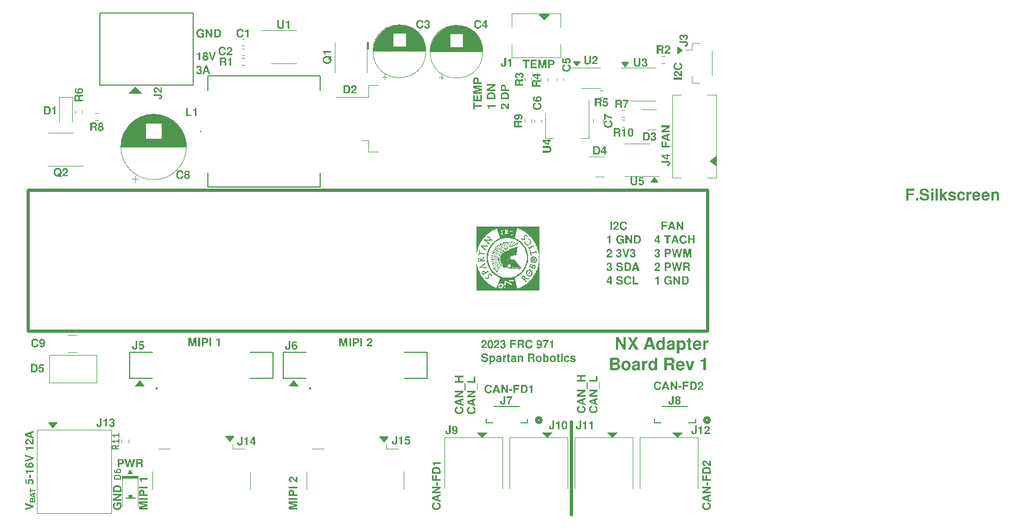
<source format=gbr>
%TF.GenerationSoftware,KiCad,Pcbnew,7.0.9-7.0.9~ubuntu20.04.1*%
%TF.CreationDate,2023-12-22T10:27:11-08:00*%
%TF.ProjectId,NX-J401-Adapter,4e582d4a-3430-4312-9d41-646170746572,1*%
%TF.SameCoordinates,Original*%
%TF.FileFunction,Legend,Top*%
%TF.FilePolarity,Positive*%
%FSLAX46Y46*%
G04 Gerber Fmt 4.6, Leading zero omitted, Abs format (unit mm)*
G04 Created by KiCad (PCBNEW 7.0.9-7.0.9~ubuntu20.04.1) date 2023-12-22 10:27:11*
%MOMM*%
%LPD*%
G01*
G04 APERTURE LIST*
%ADD10C,0.150000*%
%ADD11C,0.508000*%
%ADD12C,0.200000*%
%ADD13C,0.300000*%
%ADD14C,0.254000*%
%ADD15C,0.100000*%
%ADD16C,0.120000*%
%ADD17C,0.152400*%
%ADD18C,0.127000*%
G04 APERTURE END LIST*
D10*
X323977000Y-86106000D02*
X323342000Y-86614000D01*
X323342000Y-85598000D01*
X323977000Y-86106000D01*
G36*
X323977000Y-86106000D02*
G01*
X323342000Y-86614000D01*
X323342000Y-85598000D01*
X323977000Y-86106000D01*
G37*
X225806000Y-145034000D02*
X225171000Y-144272000D01*
X226441000Y-144272000D01*
X225806000Y-145034000D01*
G36*
X225806000Y-145034000D02*
G01*
X225171000Y-144272000D01*
X226441000Y-144272000D01*
X225806000Y-145034000D01*
G37*
D11*
X222000000Y-108000000D02*
X328000000Y-108000000D01*
X328000000Y-130000000D01*
X222000000Y-130000000D01*
X222000000Y-108000000D01*
D10*
X277495000Y-147285000D02*
X276860000Y-146523000D01*
X278130000Y-146523000D01*
X277495000Y-147285000D01*
G36*
X277495000Y-147285000D02*
G01*
X276860000Y-146523000D01*
X278130000Y-146523000D01*
X277495000Y-147285000D01*
G37*
X315087000Y-88646000D02*
X314579000Y-88011000D01*
X315595000Y-88011000D01*
X315087000Y-88646000D01*
G36*
X315087000Y-88646000D02*
G01*
X314579000Y-88011000D01*
X315595000Y-88011000D01*
X315087000Y-88646000D01*
G37*
X307594000Y-88519000D02*
X307086000Y-87884000D01*
X308102000Y-87884000D01*
X307594000Y-88519000D01*
G36*
X307594000Y-88519000D02*
G01*
X307086000Y-87884000D01*
X308102000Y-87884000D01*
X307594000Y-88519000D01*
G37*
X320167000Y-106680000D02*
X319151000Y-106680000D01*
X319659000Y-106045000D01*
X320167000Y-106680000D01*
G36*
X320167000Y-106680000D02*
G01*
X319151000Y-106680000D01*
X319659000Y-106045000D01*
X320167000Y-106680000D01*
G37*
X253485754Y-147216295D02*
X252850754Y-146454295D01*
X254120754Y-146454295D01*
X253485754Y-147216295D01*
G36*
X253485754Y-147216295D02*
G01*
X252850754Y-146454295D01*
X254120754Y-146454295D01*
X253485754Y-147216295D01*
G37*
X240030000Y-138522000D02*
X238760000Y-138522000D01*
X239395000Y-137760000D01*
X240030000Y-138522000D01*
G36*
X240030000Y-138522000D02*
G01*
X238760000Y-138522000D01*
X239395000Y-137760000D01*
X240030000Y-138522000D01*
G37*
D11*
X306781200Y-158673800D02*
X306781200Y-144170400D01*
D10*
X264033000Y-138522000D02*
X262763000Y-138522000D01*
X263398000Y-137760000D01*
X264033000Y-138522000D01*
G36*
X264033000Y-138522000D02*
G01*
X262763000Y-138522000D01*
X263398000Y-137760000D01*
X264033000Y-138522000D01*
G37*
D12*
G36*
X327599016Y-157031999D02*
G01*
X327584608Y-157035314D01*
X327570657Y-157038977D01*
X327557164Y-157042988D01*
X327544128Y-157047348D01*
X327531549Y-157052057D01*
X327519428Y-157057113D01*
X327507764Y-157062518D01*
X327496557Y-157068271D01*
X327475517Y-157080823D01*
X327456306Y-157094768D01*
X327438924Y-157110107D01*
X327423372Y-157126839D01*
X327409650Y-157144964D01*
X327397757Y-157164483D01*
X327387695Y-157185395D01*
X327379461Y-157207701D01*
X327373058Y-157231400D01*
X327370542Y-157243772D01*
X327368483Y-157256493D01*
X327366883Y-157269562D01*
X327365739Y-157282979D01*
X327365053Y-157296744D01*
X327364824Y-157310858D01*
X327365299Y-157330476D01*
X327366724Y-157349549D01*
X327369099Y-157368077D01*
X327372424Y-157386059D01*
X327376699Y-157403497D01*
X327381923Y-157420389D01*
X327388098Y-157436735D01*
X327395223Y-157452537D01*
X327403297Y-157467793D01*
X327412322Y-157482504D01*
X327422296Y-157496670D01*
X327433221Y-157510290D01*
X327445095Y-157523365D01*
X327457920Y-157535895D01*
X327471694Y-157547880D01*
X327486418Y-157559319D01*
X327501949Y-157570137D01*
X327518222Y-157580257D01*
X327535236Y-157589679D01*
X327552992Y-157598403D01*
X327571490Y-157606429D01*
X327590729Y-157613757D01*
X327610709Y-157620387D01*
X327631431Y-157626320D01*
X327652895Y-157631554D01*
X327675100Y-157636091D01*
X327698047Y-157639929D01*
X327721735Y-157643070D01*
X327746165Y-157645513D01*
X327758657Y-157646472D01*
X327771336Y-157647258D01*
X327784200Y-157647868D01*
X327797249Y-157648304D01*
X327810483Y-157648566D01*
X327823903Y-157648653D01*
X327837112Y-157648569D01*
X327850138Y-157648315D01*
X327862983Y-157647893D01*
X327875646Y-157647301D01*
X327888128Y-157646541D01*
X327912545Y-157644512D01*
X327936236Y-157641808D01*
X327959200Y-157638427D01*
X327981436Y-157634370D01*
X328002946Y-157629638D01*
X328023729Y-157624229D01*
X328043784Y-157618144D01*
X328063113Y-157611383D01*
X328081714Y-157603945D01*
X328099589Y-157595832D01*
X328116737Y-157587043D01*
X328133157Y-157577577D01*
X328148851Y-157567435D01*
X328156425Y-157562111D01*
X328170924Y-157550986D01*
X328184487Y-157539326D01*
X328197115Y-157527131D01*
X328208808Y-157514400D01*
X328219565Y-157501133D01*
X328229387Y-157487331D01*
X328238274Y-157472993D01*
X328246225Y-157458120D01*
X328253240Y-157442711D01*
X328259320Y-157426767D01*
X328264465Y-157410287D01*
X328268674Y-157393271D01*
X328271948Y-157375720D01*
X328274287Y-157357634D01*
X328275690Y-157339011D01*
X328276158Y-157319854D01*
X328275892Y-157304423D01*
X328275096Y-157289382D01*
X328273770Y-157274732D01*
X328271912Y-157260472D01*
X328269524Y-157246602D01*
X328266605Y-157233122D01*
X328263155Y-157220032D01*
X328259175Y-157207333D01*
X328254664Y-157195023D01*
X328249622Y-157183104D01*
X328244050Y-157171575D01*
X328237946Y-157160436D01*
X328231313Y-157149687D01*
X328224148Y-157139329D01*
X328216453Y-157129360D01*
X328208227Y-157119782D01*
X328199512Y-157110642D01*
X328190352Y-157101990D01*
X328180746Y-157093824D01*
X328170694Y-157086146D01*
X328160196Y-157078955D01*
X328149252Y-157072251D01*
X328137862Y-157066033D01*
X328126027Y-157060303D01*
X328113745Y-157055061D01*
X328101018Y-157050305D01*
X328087844Y-157046036D01*
X328074225Y-157042254D01*
X328060160Y-157038960D01*
X328045649Y-157036152D01*
X328030692Y-157033832D01*
X328015289Y-157031999D01*
X328015289Y-156771130D01*
X328029158Y-156772059D01*
X328042846Y-156773257D01*
X328056355Y-156774723D01*
X328069684Y-156776457D01*
X328082833Y-156778459D01*
X328095801Y-156780730D01*
X328108590Y-156783270D01*
X328121199Y-156786078D01*
X328133628Y-156789154D01*
X328145877Y-156792498D01*
X328157947Y-156796111D01*
X328169836Y-156799992D01*
X328181545Y-156804142D01*
X328204424Y-156813247D01*
X328226583Y-156823425D01*
X328248022Y-156834676D01*
X328268742Y-156847001D01*
X328288742Y-156860400D01*
X328308022Y-156874872D01*
X328326582Y-156890418D01*
X328344423Y-156907037D01*
X328361544Y-156924730D01*
X328369835Y-156933979D01*
X328377907Y-156943434D01*
X328385723Y-156953072D01*
X328400587Y-156972893D01*
X328414425Y-156993445D01*
X328420960Y-157003994D01*
X328427239Y-157014725D01*
X328433261Y-157025639D01*
X328439027Y-157036735D01*
X328444537Y-157048014D01*
X328449791Y-157059475D01*
X328454788Y-157071118D01*
X328459529Y-157082944D01*
X328464014Y-157094952D01*
X328468242Y-157107142D01*
X328472214Y-157119515D01*
X328475930Y-157132070D01*
X328479390Y-157144807D01*
X328482593Y-157157727D01*
X328485540Y-157170829D01*
X328488231Y-157184114D01*
X328490665Y-157197580D01*
X328492844Y-157211230D01*
X328494766Y-157225061D01*
X328496432Y-157239075D01*
X328497841Y-157253271D01*
X328498994Y-157267650D01*
X328499891Y-157282211D01*
X328500532Y-157296954D01*
X328500916Y-157311880D01*
X328501044Y-157326988D01*
X328500866Y-157343842D01*
X328500329Y-157360476D01*
X328499436Y-157376891D01*
X328498185Y-157393087D01*
X328496576Y-157409064D01*
X328494610Y-157424821D01*
X328492287Y-157440359D01*
X328489606Y-157455677D01*
X328486568Y-157470777D01*
X328483172Y-157485657D01*
X328479419Y-157500317D01*
X328475308Y-157514759D01*
X328470840Y-157528981D01*
X328466015Y-157542983D01*
X328460832Y-157556767D01*
X328455292Y-157570331D01*
X328449394Y-157583676D01*
X328443138Y-157596801D01*
X328436526Y-157609707D01*
X328429556Y-157622394D01*
X328422228Y-157634861D01*
X328414543Y-157647110D01*
X328406501Y-157659139D01*
X328398101Y-157670948D01*
X328389343Y-157682538D01*
X328380228Y-157693909D01*
X328370756Y-157705061D01*
X328360926Y-157715993D01*
X328350739Y-157726706D01*
X328340195Y-157737200D01*
X328329293Y-157747474D01*
X328318033Y-157757530D01*
X328306467Y-157767320D01*
X328294643Y-157776799D01*
X328282563Y-157785967D01*
X328270225Y-157794825D01*
X328257631Y-157803372D01*
X328244780Y-157811608D01*
X328231672Y-157819533D01*
X328218308Y-157827147D01*
X328204686Y-157834451D01*
X328190807Y-157841444D01*
X328176672Y-157848126D01*
X328162280Y-157854497D01*
X328147631Y-157860558D01*
X328132725Y-157866307D01*
X328117562Y-157871746D01*
X328102142Y-157876875D01*
X328086465Y-157881692D01*
X328070532Y-157886198D01*
X328054342Y-157890394D01*
X328037894Y-157894279D01*
X328021190Y-157897853D01*
X328004229Y-157901116D01*
X327987011Y-157904069D01*
X327969537Y-157906711D01*
X327951805Y-157909042D01*
X327933816Y-157911062D01*
X327915571Y-157912771D01*
X327897069Y-157914170D01*
X327878310Y-157915258D01*
X327859294Y-157916035D01*
X327840021Y-157916501D01*
X327820491Y-157916656D01*
X327800846Y-157916499D01*
X327781459Y-157916029D01*
X327762332Y-157915244D01*
X327743462Y-157914146D01*
X327724852Y-157912733D01*
X327706500Y-157911007D01*
X327688407Y-157908967D01*
X327670573Y-157906614D01*
X327652997Y-157903946D01*
X327635680Y-157900965D01*
X327618622Y-157897670D01*
X327601823Y-157894061D01*
X327585282Y-157890138D01*
X327569000Y-157885901D01*
X327552976Y-157881351D01*
X327537211Y-157876487D01*
X327521705Y-157871309D01*
X327506458Y-157865817D01*
X327491469Y-157860011D01*
X327476739Y-157853891D01*
X327462268Y-157847458D01*
X327448055Y-157840711D01*
X327434101Y-157833650D01*
X327420406Y-157826275D01*
X327406970Y-157818586D01*
X327393792Y-157810584D01*
X327380873Y-157802268D01*
X327368212Y-157793637D01*
X327355810Y-157784693D01*
X327343667Y-157775436D01*
X327331783Y-157765864D01*
X327320157Y-157755979D01*
X327308840Y-157745805D01*
X327297883Y-157735409D01*
X327287285Y-157724790D01*
X327277046Y-157713948D01*
X327267166Y-157702883D01*
X327257646Y-157691595D01*
X327248484Y-157680084D01*
X327239683Y-157668350D01*
X327231240Y-157656394D01*
X327223157Y-157644214D01*
X327215432Y-157631811D01*
X327208068Y-157619185D01*
X327201062Y-157606337D01*
X327194416Y-157593265D01*
X327188129Y-157579971D01*
X327182201Y-157566453D01*
X327176632Y-157552713D01*
X327171423Y-157538750D01*
X327166573Y-157524563D01*
X327162082Y-157510154D01*
X327157951Y-157495522D01*
X327154178Y-157480667D01*
X327150765Y-157465589D01*
X327147712Y-157450288D01*
X327145017Y-157434764D01*
X327142682Y-157419017D01*
X327140706Y-157403047D01*
X327139089Y-157386854D01*
X327137832Y-157370439D01*
X327136934Y-157353800D01*
X327136395Y-157336938D01*
X327136215Y-157319854D01*
X327136336Y-157305530D01*
X327136698Y-157291370D01*
X327137300Y-157277371D01*
X327138144Y-157263535D01*
X327139229Y-157249861D01*
X327140556Y-157236350D01*
X327142123Y-157223001D01*
X327143931Y-157209814D01*
X327145981Y-157196790D01*
X327148271Y-157183928D01*
X327150803Y-157171229D01*
X327153576Y-157158691D01*
X327156590Y-157146317D01*
X327159845Y-157134104D01*
X327163342Y-157122054D01*
X327167079Y-157110166D01*
X327175277Y-157086878D01*
X327184440Y-157064239D01*
X327194567Y-157042250D01*
X327205659Y-157020910D01*
X327217715Y-157000219D01*
X327230736Y-156980178D01*
X327244721Y-156960786D01*
X327259670Y-156942044D01*
X327275427Y-156924096D01*
X327291911Y-156907163D01*
X327309121Y-156891245D01*
X327327059Y-156876342D01*
X327345723Y-156862455D01*
X327365115Y-156849584D01*
X327385234Y-156837728D01*
X327406079Y-156826887D01*
X327427652Y-156817061D01*
X327449952Y-156808251D01*
X327472978Y-156800456D01*
X327496732Y-156793677D01*
X327508881Y-156790668D01*
X327521212Y-156787913D01*
X327533725Y-156785412D01*
X327546420Y-156783165D01*
X327559297Y-156781171D01*
X327572355Y-156779432D01*
X327585595Y-156777946D01*
X327599016Y-156776714D01*
X327599016Y-157031999D01*
G37*
G36*
X328460100Y-155754023D02*
G01*
X328197370Y-155839635D01*
X328197370Y-156327561D01*
X328460100Y-156415034D01*
X328460100Y-156688310D01*
X327157618Y-156225819D01*
X327157618Y-156082822D01*
X327465015Y-156082822D01*
X327974034Y-156252495D01*
X327974034Y-155913149D01*
X327465015Y-156082822D01*
X327157618Y-156082822D01*
X327157618Y-155928969D01*
X328460100Y-155478885D01*
X328460100Y-155754023D01*
G37*
G36*
X328460100Y-154533741D02*
G01*
X327559623Y-155057029D01*
X328460100Y-155057029D01*
X328460100Y-155325032D01*
X327157618Y-155325032D01*
X327157618Y-155049895D01*
X328043827Y-154533741D01*
X327157618Y-154533741D01*
X327157618Y-154265739D01*
X328460100Y-154265739D01*
X328460100Y-154533741D01*
G37*
G36*
X327849028Y-153596972D02*
G01*
X328090355Y-153596972D01*
X328090355Y-154082727D01*
X327849028Y-154082727D01*
X327849028Y-153596972D01*
G37*
G36*
X327898969Y-153126416D02*
G01*
X328460100Y-153126416D01*
X328460100Y-153394419D01*
X327157618Y-153394419D01*
X327157618Y-152479674D01*
X327380954Y-152479674D01*
X327380954Y-153126416D01*
X327675633Y-153126416D01*
X327675633Y-152556600D01*
X327898969Y-152556600D01*
X327898969Y-153126416D01*
G37*
G36*
X327827597Y-151192547D02*
G01*
X327846859Y-151193013D01*
X327865871Y-151193790D01*
X327884632Y-151194878D01*
X327903142Y-151196277D01*
X327921402Y-151197986D01*
X327939410Y-151200006D01*
X327957168Y-151202337D01*
X327974675Y-151204979D01*
X327991931Y-151207931D01*
X328008936Y-151211195D01*
X328025690Y-151214769D01*
X328042194Y-151218654D01*
X328058447Y-151222850D01*
X328074449Y-151227356D01*
X328090200Y-151232173D01*
X328105700Y-151237301D01*
X328120950Y-151242740D01*
X328135948Y-151248490D01*
X328150696Y-151254551D01*
X328165193Y-151260922D01*
X328179440Y-151267604D01*
X328193435Y-151274597D01*
X328207180Y-151281900D01*
X328220673Y-151289515D01*
X328233916Y-151297440D01*
X328246909Y-151305676D01*
X328259650Y-151314223D01*
X328272140Y-151323081D01*
X328284380Y-151332249D01*
X328296369Y-151341728D01*
X328308107Y-151351518D01*
X328326512Y-151367991D01*
X328343730Y-151385692D01*
X328359761Y-151404622D01*
X328367331Y-151414548D01*
X328374604Y-151424781D01*
X328381580Y-151435321D01*
X328388259Y-151446168D01*
X328394642Y-151457323D01*
X328400727Y-151468784D01*
X328406516Y-151480553D01*
X328412008Y-151492629D01*
X328417203Y-151505012D01*
X328422101Y-151517702D01*
X328426703Y-151530699D01*
X328431007Y-151544004D01*
X328435015Y-151557615D01*
X328438726Y-151571534D01*
X328442139Y-151585760D01*
X328445256Y-151600293D01*
X328448077Y-151615133D01*
X328450600Y-151630281D01*
X328452826Y-151645735D01*
X328454756Y-151661497D01*
X328456389Y-151677566D01*
X328457725Y-151693942D01*
X328458764Y-151710625D01*
X328459506Y-151727616D01*
X328459951Y-151744913D01*
X328460100Y-151762518D01*
X328460100Y-152271537D01*
X327157618Y-152271537D01*
X327157618Y-152003534D01*
X327380954Y-152003534D01*
X328236764Y-152003534D01*
X328236764Y-151762518D01*
X328236347Y-151743930D01*
X328235095Y-151725933D01*
X328233010Y-151708525D01*
X328230090Y-151691708D01*
X328226336Y-151675480D01*
X328221748Y-151659843D01*
X328216325Y-151644796D01*
X328210068Y-151630339D01*
X328202977Y-151616472D01*
X328195052Y-151603195D01*
X328186292Y-151590508D01*
X328176699Y-151578411D01*
X328166271Y-151566905D01*
X328155009Y-151555988D01*
X328142912Y-151545662D01*
X328129981Y-151535925D01*
X328116217Y-151526779D01*
X328101617Y-151518223D01*
X328086184Y-151510257D01*
X328069916Y-151502881D01*
X328052815Y-151496095D01*
X328034878Y-151489899D01*
X328016108Y-151484293D01*
X327996504Y-151479277D01*
X327976065Y-151474852D01*
X327954792Y-151471016D01*
X327932684Y-151467771D01*
X327909743Y-151465115D01*
X327885967Y-151463050D01*
X327861357Y-151461575D01*
X327835913Y-151460690D01*
X327809634Y-151460394D01*
X327783261Y-151460690D01*
X327757724Y-151461575D01*
X327733025Y-151463050D01*
X327709162Y-151465115D01*
X327686138Y-151467771D01*
X327663950Y-151471016D01*
X327642600Y-151474852D01*
X327622087Y-151479277D01*
X327602411Y-151484293D01*
X327583572Y-151489899D01*
X327565571Y-151496095D01*
X327548407Y-151502881D01*
X327532081Y-151510257D01*
X327516591Y-151518223D01*
X327501939Y-151526779D01*
X327488124Y-151535925D01*
X327475146Y-151545662D01*
X327463006Y-151555988D01*
X327451703Y-151566905D01*
X327441237Y-151578411D01*
X327431609Y-151590508D01*
X327422817Y-151603195D01*
X327414863Y-151616472D01*
X327407747Y-151630339D01*
X327401467Y-151644796D01*
X327396025Y-151659843D01*
X327391420Y-151675480D01*
X327387652Y-151691708D01*
X327384722Y-151708525D01*
X327382629Y-151725933D01*
X327381373Y-151743930D01*
X327380954Y-151762518D01*
X327380954Y-152003534D01*
X327157618Y-152003534D01*
X327157618Y-151762518D01*
X327157758Y-151743958D01*
X327158176Y-151725809D01*
X327158872Y-151708073D01*
X327159848Y-151690748D01*
X327161102Y-151673836D01*
X327162635Y-151657335D01*
X327164446Y-151641246D01*
X327166536Y-151625570D01*
X327168905Y-151610305D01*
X327171553Y-151595452D01*
X327174479Y-151581012D01*
X327177684Y-151566983D01*
X327181167Y-151553366D01*
X327184929Y-151540161D01*
X327188970Y-151527369D01*
X327193290Y-151514988D01*
X327197917Y-151502935D01*
X327202882Y-151491127D01*
X327208183Y-151479564D01*
X327213821Y-151468246D01*
X327219795Y-151457173D01*
X327226107Y-151446344D01*
X327232755Y-151435760D01*
X327239741Y-151425421D01*
X327247063Y-151415326D01*
X327254722Y-151405477D01*
X327262718Y-151395872D01*
X327271050Y-151386511D01*
X327279720Y-151377396D01*
X327288726Y-151368525D01*
X327298069Y-151359899D01*
X327307750Y-151351518D01*
X327319695Y-151341728D01*
X327331878Y-151332249D01*
X327344299Y-151323081D01*
X327356958Y-151314223D01*
X327369855Y-151305676D01*
X327382991Y-151297440D01*
X327396364Y-151289515D01*
X327409976Y-151281900D01*
X327423826Y-151274597D01*
X327437914Y-151267604D01*
X327452239Y-151260922D01*
X327466803Y-151254551D01*
X327481606Y-151248490D01*
X327496646Y-151242740D01*
X327511924Y-151237301D01*
X327527440Y-151232173D01*
X327543195Y-151227356D01*
X327559188Y-151222850D01*
X327575418Y-151218654D01*
X327591887Y-151214769D01*
X327608594Y-151211195D01*
X327625539Y-151207931D01*
X327642722Y-151204979D01*
X327660143Y-151202337D01*
X327677802Y-151200006D01*
X327695700Y-151197986D01*
X327713835Y-151196277D01*
X327732208Y-151194878D01*
X327750820Y-151193790D01*
X327769670Y-151193013D01*
X327788758Y-151192547D01*
X327808083Y-151192392D01*
X327827597Y-151192547D01*
G37*
G36*
X327568618Y-150207854D02*
G01*
X327581725Y-150208032D01*
X327594679Y-150208566D01*
X327607480Y-150209457D01*
X327620129Y-150210704D01*
X327632625Y-150212307D01*
X327644968Y-150214266D01*
X327657159Y-150216581D01*
X327675158Y-150220723D01*
X327692815Y-150225665D01*
X327710127Y-150231409D01*
X327727096Y-150237955D01*
X327743722Y-150245303D01*
X327760004Y-150253451D01*
X327775814Y-150262158D01*
X327791138Y-150271296D01*
X327805977Y-150280864D01*
X327820331Y-150290863D01*
X327834200Y-150301293D01*
X327847583Y-150312153D01*
X327860481Y-150323445D01*
X327872893Y-150335167D01*
X327884821Y-150347319D01*
X327896263Y-150359903D01*
X327903621Y-150368531D01*
X327914421Y-150381647D01*
X327925068Y-150394823D01*
X327935562Y-150408059D01*
X327945904Y-150421355D01*
X327956093Y-150434711D01*
X327966129Y-150448127D01*
X327976013Y-150461603D01*
X327985744Y-150475139D01*
X327995322Y-150488735D01*
X328004748Y-150502391D01*
X328010947Y-150511528D01*
X328020215Y-150525208D01*
X328029642Y-150538794D01*
X328039226Y-150552289D01*
X328048969Y-150565690D01*
X328058870Y-150578999D01*
X328068929Y-150592215D01*
X328079146Y-150605338D01*
X328089521Y-150618369D01*
X328100055Y-150631307D01*
X328110746Y-150644152D01*
X328117962Y-150652664D01*
X328128862Y-150665055D01*
X328139812Y-150676753D01*
X328150810Y-150687759D01*
X328161858Y-150698073D01*
X328172955Y-150707694D01*
X328184101Y-150716622D01*
X328195296Y-150724858D01*
X328206540Y-150732402D01*
X328217833Y-150739253D01*
X328229175Y-150745411D01*
X328236764Y-150749132D01*
X328236764Y-150213127D01*
X328460100Y-150213127D01*
X328460100Y-151074210D01*
X328438514Y-151072881D01*
X328417492Y-151071142D01*
X328397036Y-151068994D01*
X328377143Y-151066436D01*
X328357816Y-151063468D01*
X328339053Y-151060091D01*
X328320855Y-151056305D01*
X328303222Y-151052109D01*
X328286153Y-151047503D01*
X328269649Y-151042488D01*
X328253709Y-151037064D01*
X328238334Y-151031229D01*
X328223524Y-151024986D01*
X328209278Y-151018332D01*
X328195597Y-151011270D01*
X328182481Y-151003797D01*
X328169570Y-150995695D01*
X328156585Y-150986819D01*
X328143524Y-150977171D01*
X328130389Y-150966749D01*
X328117178Y-150955554D01*
X328103892Y-150943587D01*
X328090531Y-150930846D01*
X328077094Y-150917332D01*
X328063583Y-150903045D01*
X328049996Y-150887985D01*
X328036335Y-150872152D01*
X328022598Y-150855546D01*
X328008786Y-150838167D01*
X327994899Y-150820015D01*
X327980937Y-150801090D01*
X327966900Y-150781392D01*
X327957824Y-150768474D01*
X327948896Y-150755852D01*
X327940116Y-150743528D01*
X327931485Y-150731500D01*
X327923003Y-150719769D01*
X327914668Y-150708335D01*
X327906483Y-150697198D01*
X327898445Y-150686358D01*
X327890556Y-150675815D01*
X327882816Y-150665568D01*
X327875224Y-150655619D01*
X327860485Y-150636610D01*
X327846340Y-150618788D01*
X327832789Y-150602155D01*
X327819831Y-150586708D01*
X327807467Y-150572449D01*
X327795697Y-150559378D01*
X327784520Y-150547494D01*
X327773938Y-150536797D01*
X327763949Y-150527288D01*
X327754553Y-150518966D01*
X327750078Y-150515250D01*
X327736512Y-150504995D01*
X327722336Y-150495748D01*
X327707548Y-150487511D01*
X327692151Y-150480281D01*
X327676142Y-150474061D01*
X327659523Y-150468849D01*
X327642293Y-150464646D01*
X327624452Y-150461452D01*
X327606001Y-150459267D01*
X327593360Y-150458370D01*
X327580449Y-150457922D01*
X327573891Y-150457866D01*
X327556504Y-150458283D01*
X327539820Y-150459534D01*
X327523840Y-150461620D01*
X327508563Y-150464539D01*
X327493989Y-150468293D01*
X327480119Y-150472882D01*
X327466952Y-150478304D01*
X327454488Y-150484561D01*
X327442728Y-150491652D01*
X327431671Y-150499577D01*
X327424691Y-150505324D01*
X327414934Y-150514489D01*
X327406137Y-150524303D01*
X327398300Y-150534765D01*
X327391423Y-150545877D01*
X327385505Y-150557637D01*
X327380547Y-150570046D01*
X327376548Y-150583104D01*
X327373509Y-150596811D01*
X327371430Y-150611166D01*
X327370311Y-150626171D01*
X327370097Y-150636534D01*
X327370618Y-150652251D01*
X327372180Y-150667297D01*
X327374784Y-150681673D01*
X327378429Y-150695378D01*
X327383115Y-150708412D01*
X327388843Y-150720776D01*
X327395613Y-150732469D01*
X327403423Y-150743491D01*
X327412275Y-150753843D01*
X327422169Y-150763523D01*
X327429343Y-150769605D01*
X327440800Y-150778086D01*
X327453069Y-150785733D01*
X327466151Y-150792546D01*
X327480045Y-150798525D01*
X327494751Y-150803670D01*
X327510270Y-150807980D01*
X327526601Y-150811456D01*
X327543745Y-150814098D01*
X327561701Y-150815905D01*
X327574123Y-150816647D01*
X327586906Y-150817017D01*
X327593433Y-150817064D01*
X327634688Y-150817064D01*
X327634688Y-151056529D01*
X327621929Y-151057347D01*
X327609514Y-151057824D01*
X327596215Y-151058056D01*
X327590021Y-151058080D01*
X327577603Y-151057973D01*
X327553285Y-151057115D01*
X327529657Y-151055399D01*
X327506720Y-151052826D01*
X327484474Y-151049394D01*
X327462918Y-151045105D01*
X327442053Y-151039958D01*
X327421879Y-151033953D01*
X327402395Y-151027090D01*
X327383602Y-151019369D01*
X327365499Y-151010790D01*
X327348088Y-151001354D01*
X327331367Y-150991059D01*
X327315336Y-150979907D01*
X327299996Y-150967897D01*
X327285347Y-150955029D01*
X327278282Y-150948273D01*
X327264759Y-150934208D01*
X327252109Y-150919465D01*
X327240332Y-150904042D01*
X327229427Y-150887942D01*
X327219394Y-150871162D01*
X327210234Y-150853705D01*
X327201946Y-150835568D01*
X327194531Y-150816754D01*
X327187988Y-150797260D01*
X327182317Y-150777088D01*
X327177519Y-150756238D01*
X327173593Y-150734709D01*
X327170540Y-150712501D01*
X327168359Y-150689615D01*
X327167050Y-150666050D01*
X327166614Y-150641807D01*
X327166720Y-150629384D01*
X327167571Y-150605024D01*
X327169272Y-150581314D01*
X327171824Y-150558254D01*
X327175226Y-150535843D01*
X327179479Y-150514081D01*
X327184583Y-150492969D01*
X327190537Y-150472506D01*
X327197342Y-150452693D01*
X327204997Y-150433529D01*
X327213503Y-150415015D01*
X327222859Y-150397150D01*
X327233067Y-150379934D01*
X327244124Y-150363368D01*
X327256033Y-150347452D01*
X327268792Y-150332185D01*
X327275490Y-150324795D01*
X327289394Y-150310634D01*
X327303887Y-150297387D01*
X327318968Y-150285053D01*
X327334639Y-150273633D01*
X327350898Y-150263127D01*
X327367747Y-150253534D01*
X327385184Y-150244855D01*
X327403210Y-150237089D01*
X327421825Y-150230237D01*
X327441029Y-150224298D01*
X327460821Y-150219274D01*
X327481203Y-150215162D01*
X327502173Y-150211965D01*
X327523733Y-150209681D01*
X327545881Y-150208310D01*
X327568618Y-150207854D01*
G37*
G36*
X247248820Y-131322163D02*
G01*
X247248820Y-132337100D01*
X246980817Y-132337100D01*
X246980817Y-131034618D01*
X247380960Y-131034618D01*
X247616704Y-132070958D01*
X247845623Y-131034618D01*
X248249178Y-131034618D01*
X248249178Y-132337100D01*
X247981175Y-132337100D01*
X247981175Y-131322163D01*
X247750705Y-132337100D01*
X247482702Y-132337100D01*
X247248820Y-131322163D01*
G37*
G36*
X248794799Y-131034618D02*
G01*
X248794799Y-132337100D01*
X248526796Y-132337100D01*
X248526796Y-131034618D01*
X248794799Y-131034618D01*
G37*
G36*
X249665715Y-131034720D02*
G01*
X249678153Y-131035023D01*
X249702469Y-131036237D01*
X249726038Y-131038261D01*
X249748861Y-131041094D01*
X249770938Y-131044736D01*
X249792268Y-131049188D01*
X249812852Y-131054449D01*
X249832690Y-131060519D01*
X249851781Y-131067399D01*
X249870126Y-131075088D01*
X249887724Y-131083587D01*
X249904576Y-131092895D01*
X249920681Y-131103012D01*
X249936041Y-131113939D01*
X249950653Y-131125676D01*
X249964520Y-131138221D01*
X249977629Y-131151535D01*
X249989892Y-131165576D01*
X250001310Y-131180344D01*
X250011882Y-131195839D01*
X250021608Y-131212061D01*
X250030488Y-131229010D01*
X250038523Y-131246685D01*
X250045712Y-131265088D01*
X250052055Y-131284218D01*
X250057552Y-131304075D01*
X250062204Y-131324659D01*
X250066010Y-131345970D01*
X250068970Y-131368008D01*
X250071084Y-131390773D01*
X250072353Y-131414265D01*
X250072775Y-131438484D01*
X250072356Y-131462946D01*
X250071099Y-131486781D01*
X250069002Y-131509988D01*
X250066068Y-131532568D01*
X250062295Y-131554520D01*
X250057683Y-131575844D01*
X250052233Y-131596540D01*
X250045944Y-131616609D01*
X250038817Y-131636051D01*
X250030852Y-131654864D01*
X250022048Y-131673050D01*
X250012405Y-131690609D01*
X250001924Y-131707539D01*
X249990605Y-131723842D01*
X249978447Y-131739518D01*
X249965450Y-131754566D01*
X249951794Y-131768839D01*
X249937577Y-131782192D01*
X249922801Y-131794624D01*
X249907464Y-131806134D01*
X249891569Y-131816725D01*
X249875113Y-131826394D01*
X249858097Y-131835142D01*
X249840522Y-131842969D01*
X249822387Y-131849876D01*
X249803692Y-131855862D01*
X249784437Y-131860926D01*
X249764623Y-131865070D01*
X249744248Y-131868293D01*
X249723314Y-131870596D01*
X249701820Y-131871977D01*
X249679767Y-131872437D01*
X249345694Y-131872437D01*
X249345694Y-132337100D01*
X249077691Y-132337100D01*
X249077691Y-131257954D01*
X249345694Y-131257954D01*
X249345694Y-131649102D01*
X249595706Y-131649102D01*
X249608568Y-131648912D01*
X249621022Y-131648342D01*
X249644706Y-131646063D01*
X249666756Y-131642264D01*
X249687173Y-131636946D01*
X249705956Y-131630109D01*
X249723106Y-131621752D01*
X249738623Y-131611875D01*
X249752506Y-131600480D01*
X249764756Y-131587564D01*
X249775373Y-131573130D01*
X249784356Y-131557176D01*
X249791706Y-131539702D01*
X249797423Y-131520709D01*
X249801506Y-131500197D01*
X249803956Y-131478165D01*
X249804773Y-131454613D01*
X249804326Y-131436286D01*
X249802984Y-131418874D01*
X249800749Y-131402378D01*
X249797619Y-131386799D01*
X249793595Y-131372135D01*
X249788677Y-131358387D01*
X249782864Y-131345556D01*
X249776158Y-131333640D01*
X249768557Y-131322640D01*
X249760062Y-131312557D01*
X249753902Y-131306343D01*
X249743867Y-131297696D01*
X249732840Y-131289899D01*
X249720821Y-131282952D01*
X249707810Y-131276856D01*
X249693806Y-131271611D01*
X249678810Y-131267216D01*
X249662821Y-131263672D01*
X249645840Y-131260978D01*
X249627867Y-131259135D01*
X249615333Y-131258379D01*
X249602358Y-131258001D01*
X249595706Y-131257954D01*
X249345694Y-131257954D01*
X249077691Y-131257954D01*
X249077691Y-131034618D01*
X249653091Y-131034618D01*
X249665715Y-131034720D01*
G37*
G36*
X250549225Y-131034618D02*
G01*
X250549225Y-132337100D01*
X250281222Y-132337100D01*
X250281222Y-131034618D01*
X250549225Y-131034618D01*
G37*
G36*
X251608208Y-131463299D02*
G01*
X251304534Y-131463299D01*
X251304534Y-131297348D01*
X251324820Y-131297126D01*
X251344579Y-131296461D01*
X251363812Y-131295352D01*
X251382517Y-131293800D01*
X251400695Y-131291805D01*
X251418346Y-131289365D01*
X251435470Y-131286483D01*
X251452067Y-131283157D01*
X251468137Y-131279387D01*
X251483680Y-131275174D01*
X251498695Y-131270518D01*
X251513184Y-131265418D01*
X251527145Y-131259875D01*
X251540580Y-131253888D01*
X251553487Y-131247457D01*
X251565867Y-131240583D01*
X251577721Y-131233266D01*
X251589047Y-131225505D01*
X251599846Y-131217301D01*
X251610118Y-131208653D01*
X251619863Y-131199562D01*
X251629080Y-131190028D01*
X251637771Y-131180049D01*
X251645935Y-131169628D01*
X251653571Y-131158763D01*
X251660681Y-131147454D01*
X251667263Y-131135702D01*
X251673319Y-131123507D01*
X251678847Y-131110868D01*
X251683848Y-131097785D01*
X251688322Y-131084259D01*
X251692269Y-131070290D01*
X251858220Y-131070290D01*
X251858220Y-132337100D01*
X251608208Y-132337100D01*
X251608208Y-131463299D01*
G37*
G36*
X294072000Y-138807016D02*
G01*
X294068685Y-138792608D01*
X294065022Y-138778657D01*
X294061011Y-138765164D01*
X294056651Y-138752128D01*
X294051942Y-138739549D01*
X294046886Y-138727428D01*
X294041481Y-138715764D01*
X294035728Y-138704557D01*
X294023176Y-138683517D01*
X294009231Y-138664306D01*
X293993892Y-138646924D01*
X293977160Y-138631372D01*
X293959035Y-138617650D01*
X293939516Y-138605757D01*
X293918604Y-138595695D01*
X293896298Y-138587461D01*
X293872599Y-138581058D01*
X293860227Y-138578542D01*
X293847506Y-138576483D01*
X293834437Y-138574883D01*
X293821020Y-138573739D01*
X293807255Y-138573053D01*
X293793141Y-138572824D01*
X293773523Y-138573299D01*
X293754450Y-138574724D01*
X293735922Y-138577099D01*
X293717940Y-138580424D01*
X293700502Y-138584699D01*
X293683610Y-138589923D01*
X293667264Y-138596098D01*
X293651462Y-138603223D01*
X293636206Y-138611297D01*
X293621495Y-138620322D01*
X293607329Y-138630296D01*
X293593709Y-138641221D01*
X293580634Y-138653095D01*
X293568104Y-138665920D01*
X293556119Y-138679694D01*
X293544680Y-138694418D01*
X293533862Y-138709949D01*
X293523742Y-138726222D01*
X293514320Y-138743236D01*
X293505596Y-138760992D01*
X293497570Y-138779490D01*
X293490242Y-138798729D01*
X293483612Y-138818709D01*
X293477679Y-138839431D01*
X293472445Y-138860895D01*
X293467908Y-138883100D01*
X293464070Y-138906047D01*
X293460929Y-138929735D01*
X293458486Y-138954165D01*
X293457527Y-138966657D01*
X293456741Y-138979336D01*
X293456131Y-138992200D01*
X293455695Y-139005249D01*
X293455433Y-139018483D01*
X293455346Y-139031903D01*
X293455430Y-139045112D01*
X293455684Y-139058138D01*
X293456106Y-139070983D01*
X293456698Y-139083646D01*
X293457458Y-139096128D01*
X293459487Y-139120545D01*
X293462191Y-139144236D01*
X293465572Y-139167200D01*
X293469629Y-139189436D01*
X293474361Y-139210946D01*
X293479770Y-139231729D01*
X293485855Y-139251784D01*
X293492616Y-139271113D01*
X293500054Y-139289714D01*
X293508167Y-139307589D01*
X293516956Y-139324737D01*
X293526422Y-139341157D01*
X293536564Y-139356851D01*
X293541888Y-139364425D01*
X293553013Y-139378924D01*
X293564673Y-139392487D01*
X293576868Y-139405115D01*
X293589599Y-139416808D01*
X293602866Y-139427565D01*
X293616668Y-139437387D01*
X293631006Y-139446274D01*
X293645879Y-139454225D01*
X293661288Y-139461240D01*
X293677232Y-139467320D01*
X293693712Y-139472465D01*
X293710728Y-139476674D01*
X293728279Y-139479948D01*
X293746365Y-139482287D01*
X293764988Y-139483690D01*
X293784145Y-139484158D01*
X293799576Y-139483892D01*
X293814617Y-139483096D01*
X293829267Y-139481770D01*
X293843527Y-139479912D01*
X293857397Y-139477524D01*
X293870877Y-139474605D01*
X293883967Y-139471155D01*
X293896666Y-139467175D01*
X293908976Y-139462664D01*
X293920895Y-139457622D01*
X293932424Y-139452050D01*
X293943563Y-139445946D01*
X293954312Y-139439313D01*
X293964670Y-139432148D01*
X293974639Y-139424453D01*
X293984217Y-139416227D01*
X293993357Y-139407512D01*
X294002009Y-139398352D01*
X294010175Y-139388746D01*
X294017853Y-139378694D01*
X294025044Y-139368196D01*
X294031748Y-139357252D01*
X294037966Y-139345862D01*
X294043696Y-139334027D01*
X294048938Y-139321745D01*
X294053694Y-139309018D01*
X294057963Y-139295844D01*
X294061745Y-139282225D01*
X294065039Y-139268160D01*
X294067847Y-139253649D01*
X294070167Y-139238692D01*
X294072000Y-139223289D01*
X294332869Y-139223289D01*
X294331940Y-139237158D01*
X294330742Y-139250846D01*
X294329276Y-139264355D01*
X294327542Y-139277684D01*
X294325540Y-139290833D01*
X294323269Y-139303801D01*
X294320729Y-139316590D01*
X294317921Y-139329199D01*
X294314845Y-139341628D01*
X294311501Y-139353877D01*
X294307888Y-139365947D01*
X294304007Y-139377836D01*
X294299857Y-139389545D01*
X294290752Y-139412424D01*
X294280574Y-139434583D01*
X294269323Y-139456022D01*
X294256998Y-139476742D01*
X294243599Y-139496742D01*
X294229127Y-139516022D01*
X294213581Y-139534582D01*
X294196962Y-139552423D01*
X294179269Y-139569544D01*
X294170020Y-139577835D01*
X294160565Y-139585907D01*
X294150927Y-139593723D01*
X294131106Y-139608587D01*
X294110554Y-139622425D01*
X294100005Y-139628960D01*
X294089274Y-139635239D01*
X294078360Y-139641261D01*
X294067264Y-139647027D01*
X294055985Y-139652537D01*
X294044524Y-139657791D01*
X294032881Y-139662788D01*
X294021055Y-139667529D01*
X294009047Y-139672014D01*
X293996857Y-139676242D01*
X293984484Y-139680214D01*
X293971929Y-139683930D01*
X293959192Y-139687390D01*
X293946272Y-139690593D01*
X293933170Y-139693540D01*
X293919885Y-139696231D01*
X293906419Y-139698665D01*
X293892769Y-139700844D01*
X293878938Y-139702766D01*
X293864924Y-139704432D01*
X293850728Y-139705841D01*
X293836349Y-139706994D01*
X293821788Y-139707891D01*
X293807045Y-139708532D01*
X293792119Y-139708916D01*
X293777011Y-139709044D01*
X293760157Y-139708866D01*
X293743523Y-139708329D01*
X293727108Y-139707436D01*
X293710912Y-139706185D01*
X293694935Y-139704576D01*
X293679178Y-139702610D01*
X293663640Y-139700287D01*
X293648322Y-139697606D01*
X293633222Y-139694568D01*
X293618342Y-139691172D01*
X293603682Y-139687419D01*
X293589240Y-139683308D01*
X293575018Y-139678840D01*
X293561016Y-139674015D01*
X293547232Y-139668832D01*
X293533668Y-139663292D01*
X293520323Y-139657394D01*
X293507198Y-139651138D01*
X293494292Y-139644526D01*
X293481605Y-139637556D01*
X293469138Y-139630228D01*
X293456889Y-139622543D01*
X293444860Y-139614501D01*
X293433051Y-139606101D01*
X293421461Y-139597343D01*
X293410090Y-139588228D01*
X293398938Y-139578756D01*
X293388006Y-139568926D01*
X293377293Y-139558739D01*
X293366799Y-139548195D01*
X293356525Y-139537293D01*
X293346469Y-139526033D01*
X293336679Y-139514467D01*
X293327200Y-139502643D01*
X293318032Y-139490563D01*
X293309174Y-139478225D01*
X293300627Y-139465631D01*
X293292391Y-139452780D01*
X293284466Y-139439672D01*
X293276852Y-139426308D01*
X293269548Y-139412686D01*
X293262555Y-139398807D01*
X293255873Y-139384672D01*
X293249502Y-139370280D01*
X293243441Y-139355631D01*
X293237692Y-139340725D01*
X293232253Y-139325562D01*
X293227125Y-139310142D01*
X293222307Y-139294465D01*
X293217801Y-139278532D01*
X293213605Y-139262342D01*
X293209720Y-139245894D01*
X293206146Y-139229190D01*
X293202883Y-139212229D01*
X293199930Y-139195011D01*
X293197288Y-139177537D01*
X293194957Y-139159805D01*
X293192937Y-139141816D01*
X293191228Y-139123571D01*
X293189829Y-139105069D01*
X293188741Y-139086310D01*
X293187964Y-139067294D01*
X293187498Y-139048021D01*
X293187343Y-139028491D01*
X293187500Y-139008846D01*
X293187970Y-138989459D01*
X293188755Y-138970332D01*
X293189853Y-138951462D01*
X293191266Y-138932852D01*
X293192992Y-138914500D01*
X293195032Y-138896407D01*
X293197385Y-138878573D01*
X293200053Y-138860997D01*
X293203034Y-138843680D01*
X293206329Y-138826622D01*
X293209938Y-138809823D01*
X293213861Y-138793282D01*
X293218098Y-138777000D01*
X293222648Y-138760976D01*
X293227512Y-138745211D01*
X293232690Y-138729705D01*
X293238182Y-138714458D01*
X293243988Y-138699469D01*
X293250108Y-138684739D01*
X293256541Y-138670268D01*
X293263288Y-138656055D01*
X293270349Y-138642101D01*
X293277724Y-138628406D01*
X293285413Y-138614970D01*
X293293415Y-138601792D01*
X293301731Y-138588873D01*
X293310362Y-138576212D01*
X293319306Y-138563810D01*
X293328563Y-138551667D01*
X293338135Y-138539783D01*
X293348020Y-138528157D01*
X293358194Y-138516840D01*
X293368590Y-138505883D01*
X293379209Y-138495285D01*
X293390051Y-138485046D01*
X293401116Y-138475166D01*
X293412404Y-138465646D01*
X293423915Y-138456484D01*
X293435649Y-138447683D01*
X293447605Y-138439240D01*
X293459785Y-138431157D01*
X293472188Y-138423432D01*
X293484814Y-138416068D01*
X293497662Y-138409062D01*
X293510734Y-138402416D01*
X293524028Y-138396129D01*
X293537546Y-138390201D01*
X293551286Y-138384632D01*
X293565249Y-138379423D01*
X293579436Y-138374573D01*
X293593845Y-138370082D01*
X293608477Y-138365951D01*
X293623332Y-138362178D01*
X293638410Y-138358765D01*
X293653711Y-138355712D01*
X293669235Y-138353017D01*
X293684982Y-138350682D01*
X293700952Y-138348706D01*
X293717145Y-138347089D01*
X293733560Y-138345832D01*
X293750199Y-138344934D01*
X293767061Y-138344395D01*
X293784145Y-138344215D01*
X293798469Y-138344336D01*
X293812629Y-138344698D01*
X293826628Y-138345300D01*
X293840464Y-138346144D01*
X293854138Y-138347229D01*
X293867649Y-138348556D01*
X293880998Y-138350123D01*
X293894185Y-138351931D01*
X293907209Y-138353981D01*
X293920071Y-138356271D01*
X293932770Y-138358803D01*
X293945308Y-138361576D01*
X293957682Y-138364590D01*
X293969895Y-138367845D01*
X293981945Y-138371342D01*
X293993833Y-138375079D01*
X294017121Y-138383277D01*
X294039760Y-138392440D01*
X294061749Y-138402567D01*
X294083089Y-138413659D01*
X294103780Y-138425715D01*
X294123821Y-138438736D01*
X294143213Y-138452721D01*
X294161955Y-138467670D01*
X294179903Y-138483427D01*
X294196836Y-138499911D01*
X294212754Y-138517121D01*
X294227657Y-138535059D01*
X294241544Y-138553723D01*
X294254415Y-138573115D01*
X294266271Y-138593234D01*
X294277112Y-138614079D01*
X294286938Y-138635652D01*
X294295748Y-138657952D01*
X294303543Y-138680978D01*
X294310322Y-138704732D01*
X294313331Y-138716881D01*
X294316086Y-138729212D01*
X294318587Y-138741725D01*
X294320834Y-138754420D01*
X294322828Y-138767297D01*
X294324567Y-138780355D01*
X294326053Y-138793595D01*
X294327285Y-138807016D01*
X294072000Y-138807016D01*
G37*
G36*
X295625114Y-139668100D02*
G01*
X295349976Y-139668100D01*
X295264364Y-139405370D01*
X294776438Y-139405370D01*
X294688965Y-139668100D01*
X294415689Y-139668100D01*
X294588283Y-139182034D01*
X294851504Y-139182034D01*
X295190850Y-139182034D01*
X295021177Y-138673015D01*
X294851504Y-139182034D01*
X294588283Y-139182034D01*
X294878180Y-138365618D01*
X295175030Y-138365618D01*
X295625114Y-139668100D01*
G37*
G36*
X296570258Y-139668100D02*
G01*
X296046970Y-138767623D01*
X296046970Y-139668100D01*
X295778967Y-139668100D01*
X295778967Y-138365618D01*
X296054104Y-138365618D01*
X296570258Y-139251827D01*
X296570258Y-138365618D01*
X296838260Y-138365618D01*
X296838260Y-139668100D01*
X296570258Y-139668100D01*
G37*
G36*
X297507027Y-139057028D02*
G01*
X297507027Y-139298355D01*
X297021272Y-139298355D01*
X297021272Y-139057028D01*
X297507027Y-139057028D01*
G37*
G36*
X297977583Y-139106969D02*
G01*
X297977583Y-139668100D01*
X297709580Y-139668100D01*
X297709580Y-138365618D01*
X298624325Y-138365618D01*
X298624325Y-138588954D01*
X297977583Y-138588954D01*
X297977583Y-138883633D01*
X298547399Y-138883633D01*
X298547399Y-139106969D01*
X297977583Y-139106969D01*
G37*
G36*
X299360041Y-138365758D02*
G01*
X299378190Y-138366176D01*
X299395926Y-138366872D01*
X299413251Y-138367848D01*
X299430163Y-138369102D01*
X299446664Y-138370635D01*
X299462753Y-138372446D01*
X299478429Y-138374536D01*
X299493694Y-138376905D01*
X299508547Y-138379553D01*
X299522987Y-138382479D01*
X299537016Y-138385684D01*
X299550633Y-138389167D01*
X299563838Y-138392929D01*
X299576630Y-138396970D01*
X299589011Y-138401290D01*
X299601064Y-138405917D01*
X299612872Y-138410882D01*
X299624435Y-138416183D01*
X299635753Y-138421821D01*
X299646826Y-138427795D01*
X299657655Y-138434107D01*
X299668239Y-138440755D01*
X299678578Y-138447741D01*
X299688673Y-138455063D01*
X299698522Y-138462722D01*
X299708127Y-138470718D01*
X299717488Y-138479050D01*
X299726603Y-138487720D01*
X299735474Y-138496726D01*
X299744100Y-138506069D01*
X299752481Y-138515750D01*
X299762271Y-138527695D01*
X299771750Y-138539878D01*
X299780918Y-138552299D01*
X299789776Y-138564958D01*
X299798323Y-138577855D01*
X299806559Y-138590991D01*
X299814484Y-138604364D01*
X299822099Y-138617976D01*
X299829402Y-138631826D01*
X299836395Y-138645914D01*
X299843077Y-138660239D01*
X299849448Y-138674803D01*
X299855509Y-138689606D01*
X299861259Y-138704646D01*
X299866698Y-138719924D01*
X299871826Y-138735440D01*
X299876643Y-138751195D01*
X299881149Y-138767188D01*
X299885345Y-138783418D01*
X299889230Y-138799887D01*
X299892804Y-138816594D01*
X299896068Y-138833539D01*
X299899020Y-138850722D01*
X299901662Y-138868143D01*
X299903993Y-138885802D01*
X299906013Y-138903700D01*
X299907722Y-138921835D01*
X299909121Y-138940208D01*
X299910209Y-138958820D01*
X299910986Y-138977670D01*
X299911452Y-138996758D01*
X299911607Y-139016083D01*
X299911452Y-139035597D01*
X299910986Y-139054859D01*
X299910209Y-139073871D01*
X299909121Y-139092632D01*
X299907722Y-139111142D01*
X299906013Y-139129402D01*
X299903993Y-139147410D01*
X299901662Y-139165168D01*
X299899020Y-139182675D01*
X299896068Y-139199931D01*
X299892804Y-139216936D01*
X299889230Y-139233690D01*
X299885345Y-139250194D01*
X299881149Y-139266447D01*
X299876643Y-139282449D01*
X299871826Y-139298200D01*
X299866698Y-139313700D01*
X299861259Y-139328950D01*
X299855509Y-139343948D01*
X299849448Y-139358696D01*
X299843077Y-139373193D01*
X299836395Y-139387440D01*
X299829402Y-139401435D01*
X299822099Y-139415180D01*
X299814484Y-139428673D01*
X299806559Y-139441916D01*
X299798323Y-139454909D01*
X299789776Y-139467650D01*
X299780918Y-139480140D01*
X299771750Y-139492380D01*
X299762271Y-139504369D01*
X299752481Y-139516107D01*
X299736008Y-139534512D01*
X299718307Y-139551730D01*
X299699377Y-139567761D01*
X299689451Y-139575331D01*
X299679218Y-139582604D01*
X299668678Y-139589580D01*
X299657831Y-139596259D01*
X299646676Y-139602642D01*
X299635215Y-139608727D01*
X299623446Y-139614516D01*
X299611370Y-139620008D01*
X299598987Y-139625203D01*
X299586297Y-139630101D01*
X299573300Y-139634703D01*
X299559995Y-139639007D01*
X299546384Y-139643015D01*
X299532465Y-139646726D01*
X299518239Y-139650139D01*
X299503706Y-139653256D01*
X299488866Y-139656077D01*
X299473718Y-139658600D01*
X299458264Y-139660826D01*
X299442502Y-139662756D01*
X299426433Y-139664389D01*
X299410057Y-139665725D01*
X299393374Y-139666764D01*
X299376383Y-139667506D01*
X299359086Y-139667951D01*
X299341481Y-139668100D01*
X298832462Y-139668100D01*
X298832462Y-138588954D01*
X299100465Y-138588954D01*
X299100465Y-139444764D01*
X299341481Y-139444764D01*
X299360069Y-139444347D01*
X299378066Y-139443095D01*
X299395474Y-139441010D01*
X299412291Y-139438090D01*
X299428519Y-139434336D01*
X299444156Y-139429748D01*
X299459203Y-139424325D01*
X299473660Y-139418068D01*
X299487527Y-139410977D01*
X299500804Y-139403052D01*
X299513491Y-139394292D01*
X299525588Y-139384699D01*
X299537094Y-139374271D01*
X299548011Y-139363009D01*
X299558337Y-139350912D01*
X299568074Y-139337981D01*
X299577220Y-139324217D01*
X299585776Y-139309617D01*
X299593742Y-139294184D01*
X299601118Y-139277916D01*
X299607904Y-139260815D01*
X299614100Y-139242878D01*
X299619706Y-139224108D01*
X299624722Y-139204504D01*
X299629147Y-139184065D01*
X299632983Y-139162792D01*
X299636228Y-139140684D01*
X299638884Y-139117743D01*
X299640949Y-139093967D01*
X299642424Y-139069357D01*
X299643309Y-139043913D01*
X299643605Y-139017634D01*
X299643309Y-138991261D01*
X299642424Y-138965724D01*
X299640949Y-138941025D01*
X299638884Y-138917162D01*
X299636228Y-138894138D01*
X299632983Y-138871950D01*
X299629147Y-138850600D01*
X299624722Y-138830087D01*
X299619706Y-138810411D01*
X299614100Y-138791572D01*
X299607904Y-138773571D01*
X299601118Y-138756407D01*
X299593742Y-138740081D01*
X299585776Y-138724591D01*
X299577220Y-138709939D01*
X299568074Y-138696124D01*
X299558337Y-138683146D01*
X299548011Y-138671006D01*
X299537094Y-138659703D01*
X299525588Y-138649237D01*
X299513491Y-138639609D01*
X299500804Y-138630817D01*
X299487527Y-138622863D01*
X299473660Y-138615747D01*
X299459203Y-138609467D01*
X299444156Y-138604025D01*
X299428519Y-138599420D01*
X299412291Y-138595652D01*
X299395474Y-138592722D01*
X299378066Y-138590629D01*
X299360069Y-138589373D01*
X299341481Y-138588954D01*
X299100465Y-138588954D01*
X298832462Y-138588954D01*
X298832462Y-138365618D01*
X299341481Y-138365618D01*
X299360041Y-138365758D01*
G37*
G36*
X300401395Y-138794299D02*
G01*
X300097720Y-138794299D01*
X300097720Y-138628348D01*
X300118007Y-138628126D01*
X300137766Y-138627461D01*
X300156998Y-138626352D01*
X300175704Y-138624800D01*
X300193882Y-138622805D01*
X300211533Y-138620365D01*
X300228657Y-138617483D01*
X300245254Y-138614157D01*
X300261324Y-138610387D01*
X300276866Y-138606174D01*
X300291882Y-138601518D01*
X300306371Y-138596418D01*
X300320332Y-138590875D01*
X300333766Y-138584888D01*
X300346674Y-138578457D01*
X300359054Y-138571583D01*
X300370907Y-138564266D01*
X300382233Y-138556505D01*
X300393032Y-138548301D01*
X300403304Y-138539653D01*
X300413049Y-138530562D01*
X300422267Y-138521028D01*
X300430958Y-138511049D01*
X300439121Y-138500628D01*
X300446758Y-138489763D01*
X300453868Y-138478454D01*
X300460450Y-138466702D01*
X300466505Y-138454507D01*
X300472034Y-138441868D01*
X300477035Y-138428785D01*
X300481509Y-138415259D01*
X300485456Y-138401290D01*
X300651407Y-138401290D01*
X300651407Y-139668100D01*
X300401395Y-139668100D01*
X300401395Y-138794299D01*
G37*
G36*
X236506388Y-149954620D02*
G01*
X236518826Y-149954923D01*
X236543142Y-149956137D01*
X236566711Y-149958161D01*
X236589535Y-149960994D01*
X236611611Y-149964636D01*
X236632942Y-149969088D01*
X236653525Y-149974349D01*
X236673363Y-149980419D01*
X236692454Y-149987299D01*
X236710799Y-149994988D01*
X236728397Y-150003487D01*
X236745249Y-150012795D01*
X236761355Y-150022912D01*
X236776714Y-150033839D01*
X236791327Y-150045576D01*
X236805193Y-150058121D01*
X236818302Y-150071435D01*
X236830565Y-150085476D01*
X236841983Y-150100244D01*
X236852555Y-150115739D01*
X236862281Y-150131961D01*
X236871161Y-150148910D01*
X236879196Y-150166585D01*
X236886385Y-150184988D01*
X236892728Y-150204118D01*
X236898225Y-150223975D01*
X236902877Y-150244559D01*
X236906683Y-150265870D01*
X236909643Y-150287908D01*
X236911757Y-150310673D01*
X236913026Y-150334165D01*
X236913449Y-150358384D01*
X236913030Y-150382846D01*
X236911772Y-150406681D01*
X236909676Y-150429888D01*
X236906741Y-150452468D01*
X236902968Y-150474420D01*
X236898356Y-150495744D01*
X236892906Y-150516440D01*
X236886618Y-150536509D01*
X236879490Y-150555951D01*
X236871525Y-150574764D01*
X236862721Y-150592950D01*
X236853078Y-150610509D01*
X236842597Y-150627439D01*
X236831278Y-150643742D01*
X236819120Y-150659418D01*
X236806124Y-150674466D01*
X236792467Y-150688739D01*
X236778250Y-150702092D01*
X236763474Y-150714524D01*
X236748138Y-150726034D01*
X236732242Y-150736625D01*
X236715786Y-150746294D01*
X236698771Y-150755042D01*
X236681195Y-150762869D01*
X236663060Y-150769776D01*
X236644365Y-150775762D01*
X236625110Y-150780826D01*
X236605296Y-150784970D01*
X236584922Y-150788193D01*
X236563988Y-150790496D01*
X236542494Y-150791877D01*
X236520440Y-150792337D01*
X236186367Y-150792337D01*
X236186367Y-151257000D01*
X235918364Y-151257000D01*
X235918364Y-150177854D01*
X236186367Y-150177854D01*
X236186367Y-150569002D01*
X236436379Y-150569002D01*
X236449242Y-150568812D01*
X236461696Y-150568242D01*
X236485379Y-150565963D01*
X236507429Y-150562164D01*
X236527846Y-150556846D01*
X236546629Y-150550009D01*
X236563779Y-150541652D01*
X236579296Y-150531775D01*
X236593179Y-150520380D01*
X236605429Y-150507464D01*
X236616046Y-150493030D01*
X236625029Y-150477076D01*
X236632379Y-150459602D01*
X236638096Y-150440609D01*
X236642179Y-150420097D01*
X236644629Y-150398065D01*
X236645446Y-150374513D01*
X236644999Y-150356186D01*
X236643658Y-150338774D01*
X236641422Y-150322278D01*
X236638292Y-150306699D01*
X236634268Y-150292035D01*
X236629350Y-150278287D01*
X236623538Y-150265456D01*
X236616831Y-150253540D01*
X236609230Y-150242540D01*
X236600735Y-150232457D01*
X236594575Y-150226243D01*
X236584541Y-150217596D01*
X236573514Y-150209799D01*
X236561495Y-150202852D01*
X236548483Y-150196756D01*
X236534479Y-150191511D01*
X236519483Y-150187116D01*
X236503494Y-150183572D01*
X236486513Y-150180878D01*
X236468540Y-150179035D01*
X236456006Y-150178279D01*
X236443032Y-150177901D01*
X236436379Y-150177854D01*
X236186367Y-150177854D01*
X235918364Y-150177854D01*
X235918364Y-149954518D01*
X236493764Y-149954518D01*
X236506388Y-149954620D01*
G37*
G36*
X238295648Y-151257000D02*
G01*
X238054632Y-151257000D01*
X237836570Y-150240512D01*
X237623780Y-151257000D01*
X237382764Y-151257000D01*
X237014570Y-149954518D01*
X237298703Y-149954518D01*
X237500635Y-150930061D01*
X237702568Y-149954518D01*
X237966849Y-149954518D01*
X238177777Y-150931922D01*
X238372575Y-149954518D01*
X238656708Y-149954518D01*
X238295648Y-151257000D01*
G37*
G36*
X239537650Y-149954652D02*
G01*
X239555863Y-149955351D01*
X239573586Y-149956651D01*
X239590818Y-149958550D01*
X239607559Y-149961049D01*
X239623809Y-149964148D01*
X239639569Y-149967847D01*
X239654838Y-149972145D01*
X239669616Y-149977043D01*
X239683903Y-149982541D01*
X239697700Y-149988639D01*
X239710938Y-149995169D01*
X239723549Y-150002081D01*
X239735532Y-150009375D01*
X239746889Y-150017050D01*
X239757619Y-150025107D01*
X239767721Y-150033546D01*
X239777197Y-150042366D01*
X239786046Y-150051569D01*
X239794267Y-150061152D01*
X239801862Y-150071118D01*
X239806576Y-150077973D01*
X239815407Y-150091796D01*
X239823598Y-150105658D01*
X239831149Y-150119558D01*
X239838060Y-150133497D01*
X239844332Y-150147475D01*
X239849964Y-150161492D01*
X239854956Y-150175547D01*
X239859308Y-150189641D01*
X239863089Y-150203750D01*
X239866365Y-150218004D01*
X239869137Y-150232404D01*
X239871406Y-150246948D01*
X239873170Y-150261639D01*
X239874430Y-150276475D01*
X239875186Y-150291456D01*
X239875438Y-150306582D01*
X239875223Y-150321170D01*
X239874579Y-150335464D01*
X239873505Y-150349465D01*
X239872002Y-150363172D01*
X239870069Y-150376587D01*
X239867706Y-150389708D01*
X239864914Y-150402536D01*
X239861693Y-150415071D01*
X239858042Y-150427312D01*
X239853961Y-150439260D01*
X239849451Y-150450916D01*
X239839142Y-150473346D01*
X239827115Y-150494604D01*
X239813370Y-150514688D01*
X239797906Y-150533600D01*
X239780725Y-150551339D01*
X239771490Y-150559769D01*
X239761825Y-150567905D01*
X239751731Y-150575748D01*
X239741207Y-150583298D01*
X239730254Y-150590555D01*
X239718871Y-150597518D01*
X239707059Y-150604189D01*
X239694817Y-150610566D01*
X239682146Y-150616649D01*
X239669045Y-150622440D01*
X239655514Y-150627937D01*
X239667219Y-150632774D01*
X239680746Y-150638466D01*
X239693046Y-150643764D01*
X239706187Y-150649602D01*
X239717561Y-150654873D01*
X239727168Y-150659577D01*
X239738839Y-150666284D01*
X239749114Y-150673744D01*
X239759449Y-150682688D01*
X239768355Y-150691536D01*
X239774317Y-150698040D01*
X239782823Y-150707858D01*
X239791313Y-150718844D01*
X239798259Y-150729325D01*
X239804308Y-150740686D01*
X239806576Y-150746119D01*
X239810609Y-150759050D01*
X239813633Y-150771675D01*
X239816153Y-150784111D01*
X239818674Y-150798289D01*
X239820690Y-150810886D01*
X239822706Y-150824597D01*
X239824620Y-150838841D01*
X239826331Y-150853037D01*
X239827839Y-150867185D01*
X239829142Y-150881284D01*
X239830243Y-150895334D01*
X239831139Y-150909336D01*
X239831832Y-150923290D01*
X239832322Y-150937195D01*
X239832787Y-150951910D01*
X239833252Y-150968292D01*
X239833601Y-150981672D01*
X239833950Y-150995990D01*
X239834299Y-151011247D01*
X239834648Y-151027441D01*
X239834997Y-151044573D01*
X239835346Y-151062642D01*
X239835579Y-151075210D01*
X239835811Y-151088194D01*
X239836044Y-151101595D01*
X239836548Y-151115291D01*
X239838061Y-151128229D01*
X239840583Y-151140409D01*
X239845515Y-151155470D01*
X239852240Y-151169184D01*
X239860758Y-151181550D01*
X239871069Y-151192569D01*
X239883174Y-151202241D01*
X239893429Y-151208610D01*
X239893429Y-151257000D01*
X239605574Y-151257000D01*
X239599632Y-151245426D01*
X239594213Y-151233968D01*
X239588176Y-151219810D01*
X239582957Y-151205833D01*
X239578556Y-151192038D01*
X239574972Y-151178425D01*
X239572694Y-151167665D01*
X239570371Y-151153107D01*
X239568796Y-151139759D01*
X239567472Y-151124899D01*
X239566401Y-151108527D01*
X239565763Y-151095256D01*
X239565267Y-151081134D01*
X239564913Y-151066161D01*
X239564700Y-151050338D01*
X239564629Y-151033664D01*
X239564653Y-151020612D01*
X239564752Y-151005319D01*
X239564926Y-150991162D01*
X239565176Y-150978141D01*
X239565576Y-150964015D01*
X239566085Y-150951525D01*
X239566180Y-150949603D01*
X239566905Y-150936645D01*
X239567516Y-150922672D01*
X239567894Y-150909591D01*
X239568041Y-150895940D01*
X239567695Y-150880984D01*
X239566656Y-150866824D01*
X239564925Y-150853460D01*
X239562501Y-150840891D01*
X239558193Y-150825372D01*
X239552653Y-150811268D01*
X239545882Y-150798580D01*
X239537880Y-150787306D01*
X239528647Y-150777448D01*
X239518120Y-150768797D01*
X239506081Y-150761299D01*
X239492530Y-150754955D01*
X239477466Y-150749764D01*
X239465176Y-150746628D01*
X239452036Y-150744141D01*
X239438044Y-150742302D01*
X239423203Y-150741113D01*
X239407510Y-150740572D01*
X239402090Y-150740536D01*
X239094694Y-150740536D01*
X239094694Y-151257000D01*
X238826691Y-151257000D01*
X238826691Y-150177854D01*
X239094694Y-150177854D01*
X239094694Y-150517200D01*
X239417910Y-150517200D01*
X239435287Y-150516903D01*
X239451825Y-150516011D01*
X239467523Y-150514526D01*
X239482381Y-150512446D01*
X239496399Y-150509771D01*
X239509578Y-150506502D01*
X239521917Y-150502639D01*
X239537063Y-150496564D01*
X239550716Y-150489432D01*
X239559976Y-150483390D01*
X239571100Y-150473750D01*
X239580740Y-150461890D01*
X239588897Y-150447810D01*
X239594041Y-150435794D01*
X239598351Y-150422528D01*
X239601827Y-150408015D01*
X239604469Y-150392252D01*
X239606277Y-150375241D01*
X239607250Y-150356982D01*
X239607435Y-150344115D01*
X239607026Y-150325921D01*
X239605799Y-150308910D01*
X239603755Y-150293082D01*
X239600892Y-150278437D01*
X239597212Y-150264976D01*
X239592713Y-150252698D01*
X239585443Y-150238167D01*
X239576719Y-150225741D01*
X239566541Y-150215417D01*
X239560907Y-150211044D01*
X239548495Y-150203265D01*
X239534522Y-150196523D01*
X239518988Y-150190819D01*
X239506313Y-150187221D01*
X239492761Y-150184207D01*
X239478331Y-150181776D01*
X239463023Y-150179928D01*
X239446837Y-150178664D01*
X239429774Y-150177984D01*
X239417910Y-150177854D01*
X239094694Y-150177854D01*
X238826691Y-150177854D01*
X238826691Y-149954518D01*
X239525235Y-149954518D01*
X239537650Y-149954652D01*
G37*
G36*
X313070819Y-112870518D02*
G01*
X313070819Y-114173000D01*
X312802816Y-114173000D01*
X312802816Y-112870518D01*
X313070819Y-112870518D01*
G37*
G36*
X314130733Y-113281518D02*
G01*
X314130555Y-113294625D01*
X314130020Y-113307579D01*
X314129130Y-113320380D01*
X314127883Y-113333029D01*
X314126280Y-113345525D01*
X314124321Y-113357868D01*
X314122005Y-113370059D01*
X314117864Y-113388058D01*
X314112921Y-113405715D01*
X314107177Y-113423027D01*
X314100631Y-113439996D01*
X314093284Y-113456622D01*
X314085135Y-113472904D01*
X314076428Y-113488714D01*
X314067291Y-113504038D01*
X314057723Y-113518877D01*
X314047724Y-113533231D01*
X314037294Y-113547100D01*
X314026433Y-113560483D01*
X314015142Y-113573381D01*
X314003420Y-113585793D01*
X313991267Y-113597721D01*
X313978684Y-113609163D01*
X313970055Y-113616521D01*
X313956939Y-113627321D01*
X313943763Y-113637968D01*
X313930527Y-113648462D01*
X313917231Y-113658804D01*
X313903875Y-113668993D01*
X313890459Y-113679029D01*
X313876983Y-113688913D01*
X313863447Y-113698644D01*
X313849852Y-113708222D01*
X313836196Y-113717648D01*
X313827058Y-113723847D01*
X313813379Y-113733115D01*
X313799792Y-113742542D01*
X313786298Y-113752126D01*
X313772897Y-113761869D01*
X313759588Y-113771770D01*
X313746372Y-113781829D01*
X313733249Y-113792046D01*
X313720218Y-113802421D01*
X313707280Y-113812955D01*
X313694435Y-113823646D01*
X313685923Y-113830862D01*
X313673532Y-113841762D01*
X313661833Y-113852712D01*
X313650828Y-113863710D01*
X313640514Y-113874758D01*
X313630893Y-113885855D01*
X313621965Y-113897001D01*
X313613729Y-113908196D01*
X313606185Y-113919440D01*
X313599334Y-113930733D01*
X313593175Y-113942075D01*
X313589454Y-113949664D01*
X314125460Y-113949664D01*
X314125460Y-114173000D01*
X313264377Y-114173000D01*
X313265706Y-114151414D01*
X313267445Y-114130392D01*
X313269593Y-114109936D01*
X313272151Y-114090043D01*
X313275118Y-114070716D01*
X313278495Y-114051953D01*
X313282282Y-114033755D01*
X313286478Y-114016122D01*
X313291083Y-113999053D01*
X313296098Y-113982549D01*
X313301523Y-113966609D01*
X313307357Y-113951234D01*
X313313601Y-113936424D01*
X313320254Y-113922178D01*
X313327317Y-113908497D01*
X313334789Y-113895381D01*
X313342892Y-113882470D01*
X313351767Y-113869485D01*
X313361416Y-113856424D01*
X313371838Y-113843289D01*
X313383032Y-113830078D01*
X313395000Y-113816792D01*
X313407741Y-113803431D01*
X313421254Y-113789994D01*
X313435541Y-113776483D01*
X313450601Y-113762896D01*
X313466434Y-113749235D01*
X313483040Y-113735498D01*
X313500419Y-113721686D01*
X313518571Y-113707799D01*
X313537496Y-113693837D01*
X313557195Y-113679800D01*
X313570113Y-113670724D01*
X313582734Y-113661796D01*
X313595059Y-113653016D01*
X313607086Y-113644385D01*
X313618817Y-113635903D01*
X313630251Y-113627568D01*
X313641388Y-113619383D01*
X313652229Y-113611345D01*
X313662772Y-113603456D01*
X313673018Y-113595716D01*
X313682968Y-113588124D01*
X313701977Y-113573385D01*
X313719798Y-113559240D01*
X313736432Y-113545689D01*
X313751878Y-113532731D01*
X313766137Y-113520367D01*
X313779209Y-113508597D01*
X313791093Y-113497420D01*
X313801790Y-113486838D01*
X313811299Y-113476849D01*
X313819621Y-113467453D01*
X313823336Y-113462978D01*
X313833592Y-113449412D01*
X313842838Y-113435236D01*
X313851076Y-113420448D01*
X313858305Y-113405051D01*
X313864526Y-113389042D01*
X313869737Y-113372423D01*
X313873940Y-113355193D01*
X313877135Y-113337352D01*
X313879320Y-113318901D01*
X313880217Y-113306260D01*
X313880665Y-113293349D01*
X313880721Y-113286791D01*
X313880304Y-113269404D01*
X313879053Y-113252720D01*
X313876967Y-113236740D01*
X313874047Y-113221463D01*
X313870293Y-113206889D01*
X313865705Y-113193019D01*
X313860282Y-113179852D01*
X313854025Y-113167388D01*
X313846934Y-113155628D01*
X313839009Y-113144571D01*
X313833262Y-113137591D01*
X313824097Y-113127834D01*
X313814284Y-113119037D01*
X313803821Y-113111200D01*
X313792710Y-113104323D01*
X313780950Y-113098405D01*
X313768541Y-113093447D01*
X313755483Y-113089448D01*
X313741776Y-113086409D01*
X313727420Y-113084330D01*
X313712416Y-113083211D01*
X313702053Y-113082997D01*
X313686336Y-113083518D01*
X313671289Y-113085080D01*
X313656914Y-113087684D01*
X313643209Y-113091329D01*
X313630175Y-113096015D01*
X313617811Y-113101743D01*
X313606118Y-113108513D01*
X313595096Y-113116323D01*
X313584744Y-113125175D01*
X313575063Y-113135069D01*
X313568982Y-113142243D01*
X313560500Y-113153700D01*
X313552853Y-113165969D01*
X313546040Y-113179051D01*
X313540061Y-113192945D01*
X313534917Y-113207651D01*
X313530607Y-113223170D01*
X313527131Y-113239501D01*
X313524489Y-113256645D01*
X313522682Y-113274601D01*
X313521940Y-113287023D01*
X313521569Y-113299806D01*
X313521523Y-113306333D01*
X313521523Y-113347588D01*
X313282057Y-113347588D01*
X313281240Y-113334829D01*
X313280762Y-113322414D01*
X313280531Y-113309115D01*
X313280506Y-113302921D01*
X313280614Y-113290503D01*
X313281472Y-113266185D01*
X313283187Y-113242557D01*
X313285761Y-113219620D01*
X313289192Y-113197374D01*
X313293482Y-113175818D01*
X313298629Y-113154953D01*
X313304634Y-113134779D01*
X313311497Y-113115295D01*
X313319218Y-113096502D01*
X313327796Y-113078399D01*
X313337233Y-113060988D01*
X313347527Y-113044267D01*
X313358679Y-113028236D01*
X313370690Y-113012896D01*
X313383557Y-112998247D01*
X313390313Y-112991182D01*
X313404378Y-112977659D01*
X313419122Y-112965009D01*
X313434544Y-112953232D01*
X313450645Y-112942327D01*
X313467424Y-112932294D01*
X313484882Y-112923134D01*
X313503018Y-112914846D01*
X313521833Y-112907431D01*
X313541326Y-112900888D01*
X313561498Y-112895217D01*
X313582349Y-112890419D01*
X313603878Y-112886493D01*
X313626085Y-112883440D01*
X313648972Y-112881259D01*
X313672536Y-112879950D01*
X313696779Y-112879514D01*
X313709203Y-112879620D01*
X313733562Y-112880471D01*
X313757272Y-112882172D01*
X313780333Y-112884724D01*
X313802744Y-112888126D01*
X313824505Y-112892379D01*
X313845618Y-112897483D01*
X313866080Y-112903437D01*
X313885894Y-112910242D01*
X313905058Y-112917897D01*
X313923572Y-112926403D01*
X313941437Y-112935759D01*
X313958652Y-112945967D01*
X313975218Y-112957024D01*
X313991135Y-112968933D01*
X314006402Y-112981692D01*
X314013792Y-112988390D01*
X314027953Y-113002294D01*
X314041200Y-113016787D01*
X314053534Y-113031868D01*
X314064954Y-113047539D01*
X314075460Y-113063798D01*
X314085053Y-113080647D01*
X314093732Y-113098084D01*
X314101498Y-113116110D01*
X314108350Y-113134725D01*
X314114288Y-113153929D01*
X314119313Y-113173721D01*
X314123424Y-113194103D01*
X314126622Y-113215073D01*
X314128906Y-113236633D01*
X314130276Y-113258781D01*
X314130733Y-113281518D01*
G37*
G36*
X315154355Y-113311916D02*
G01*
X315151040Y-113297508D01*
X315147377Y-113283557D01*
X315143365Y-113270064D01*
X315139005Y-113257028D01*
X315134297Y-113244449D01*
X315129240Y-113232328D01*
X315123835Y-113220664D01*
X315118082Y-113209457D01*
X315105530Y-113188417D01*
X315091585Y-113169206D01*
X315076247Y-113151824D01*
X315059515Y-113136272D01*
X315041389Y-113122550D01*
X315021870Y-113110657D01*
X315000958Y-113100595D01*
X314978652Y-113092361D01*
X314954953Y-113085958D01*
X314942581Y-113083442D01*
X314929861Y-113081383D01*
X314916792Y-113079783D01*
X314903375Y-113078639D01*
X314889609Y-113077953D01*
X314875495Y-113077724D01*
X314855877Y-113078199D01*
X314836804Y-113079624D01*
X314818276Y-113081999D01*
X314800294Y-113085324D01*
X314782857Y-113089599D01*
X314765965Y-113094823D01*
X314749618Y-113100998D01*
X314733817Y-113108123D01*
X314718561Y-113116197D01*
X314703850Y-113125222D01*
X314689684Y-113135196D01*
X314676064Y-113146121D01*
X314662988Y-113157995D01*
X314650458Y-113170820D01*
X314638474Y-113184594D01*
X314627034Y-113199318D01*
X314616217Y-113214849D01*
X314606097Y-113231122D01*
X314596675Y-113248136D01*
X314587951Y-113265892D01*
X314579925Y-113284390D01*
X314572596Y-113303629D01*
X314565966Y-113323609D01*
X314560034Y-113344331D01*
X314554799Y-113365795D01*
X314550263Y-113388000D01*
X314546424Y-113410947D01*
X314543284Y-113434635D01*
X314540841Y-113459065D01*
X314539881Y-113471557D01*
X314539096Y-113484236D01*
X314538485Y-113497100D01*
X314538049Y-113510149D01*
X314537787Y-113523383D01*
X314537700Y-113536803D01*
X314537785Y-113550012D01*
X314538038Y-113563038D01*
X314538461Y-113575883D01*
X314539052Y-113588546D01*
X314539813Y-113601028D01*
X314541841Y-113625445D01*
X314544546Y-113649136D01*
X314547926Y-113672100D01*
X314551983Y-113694336D01*
X314556716Y-113715846D01*
X314562125Y-113736629D01*
X314568210Y-113756684D01*
X314574971Y-113776013D01*
X314582408Y-113794614D01*
X314590522Y-113812489D01*
X314599311Y-113829637D01*
X314608777Y-113846057D01*
X314618918Y-113861751D01*
X314624243Y-113869325D01*
X314635367Y-113883824D01*
X314647027Y-113897387D01*
X314659222Y-113910015D01*
X314671954Y-113921708D01*
X314685220Y-113932465D01*
X314699022Y-113942287D01*
X314713360Y-113951174D01*
X314728233Y-113959125D01*
X314743642Y-113966140D01*
X314759587Y-113972220D01*
X314776067Y-113977365D01*
X314793082Y-113981574D01*
X314810633Y-113984848D01*
X314828720Y-113987187D01*
X314847342Y-113988590D01*
X314866500Y-113989058D01*
X314881931Y-113988792D01*
X314896971Y-113987996D01*
X314911621Y-113986670D01*
X314925882Y-113984812D01*
X314939752Y-113982424D01*
X314953231Y-113979505D01*
X314966321Y-113976055D01*
X314979021Y-113972075D01*
X314991330Y-113967564D01*
X315003249Y-113962522D01*
X315014778Y-113956950D01*
X315025917Y-113950846D01*
X315036666Y-113944213D01*
X315047025Y-113937048D01*
X315056993Y-113929353D01*
X315066571Y-113921127D01*
X315075711Y-113912412D01*
X315084364Y-113903252D01*
X315092529Y-113893646D01*
X315100207Y-113883594D01*
X315107399Y-113873096D01*
X315114103Y-113862152D01*
X315120320Y-113850762D01*
X315126050Y-113838927D01*
X315131293Y-113826645D01*
X315136049Y-113813918D01*
X315140317Y-113800744D01*
X315144099Y-113787125D01*
X315147394Y-113773060D01*
X315150201Y-113758549D01*
X315152521Y-113743592D01*
X315154355Y-113728189D01*
X315415223Y-113728189D01*
X315414294Y-113742058D01*
X315413097Y-113755746D01*
X315411631Y-113769255D01*
X315409897Y-113782584D01*
X315407894Y-113795733D01*
X315405623Y-113808701D01*
X315403084Y-113821490D01*
X315400276Y-113834099D01*
X315397200Y-113846528D01*
X315393855Y-113858777D01*
X315390242Y-113870847D01*
X315386361Y-113882736D01*
X315382211Y-113894445D01*
X315373107Y-113917324D01*
X315362929Y-113939483D01*
X315351677Y-113960922D01*
X315339352Y-113981642D01*
X315325953Y-114001642D01*
X315311481Y-114020922D01*
X315295935Y-114039482D01*
X315279316Y-114057323D01*
X315261623Y-114074444D01*
X315252374Y-114082735D01*
X315242919Y-114090807D01*
X315233282Y-114098623D01*
X315213460Y-114113487D01*
X315192909Y-114127325D01*
X315182360Y-114133860D01*
X315171628Y-114140139D01*
X315160714Y-114146161D01*
X315149618Y-114151927D01*
X315138340Y-114157437D01*
X315126879Y-114162691D01*
X315115236Y-114167688D01*
X315103410Y-114172429D01*
X315091402Y-114176914D01*
X315079212Y-114181142D01*
X315066839Y-114185114D01*
X315054284Y-114188830D01*
X315041546Y-114192290D01*
X315028627Y-114195493D01*
X315015524Y-114198440D01*
X315002240Y-114201131D01*
X314988773Y-114203565D01*
X314975124Y-114205744D01*
X314961292Y-114207666D01*
X314947278Y-114209332D01*
X314933082Y-114210741D01*
X314918704Y-114211894D01*
X314904143Y-114212791D01*
X314889399Y-114213432D01*
X314874474Y-114213816D01*
X314859366Y-114213944D01*
X314842512Y-114213766D01*
X314825877Y-114213229D01*
X314809462Y-114212336D01*
X314793266Y-114211085D01*
X314777290Y-114209476D01*
X314761533Y-114207510D01*
X314745995Y-114205187D01*
X314730676Y-114202506D01*
X314715577Y-114199468D01*
X314700697Y-114196072D01*
X314686036Y-114192319D01*
X314671595Y-114188208D01*
X314657373Y-114183740D01*
X314643370Y-114178915D01*
X314629587Y-114173732D01*
X314616023Y-114168192D01*
X314602678Y-114162294D01*
X314589552Y-114156038D01*
X314576646Y-114149426D01*
X314563960Y-114142456D01*
X314551492Y-114135128D01*
X314539244Y-114127443D01*
X314527215Y-114119401D01*
X314515405Y-114111001D01*
X314503815Y-114102243D01*
X314492444Y-114093128D01*
X314481292Y-114083656D01*
X314470360Y-114073826D01*
X314459647Y-114063639D01*
X314449153Y-114053095D01*
X314438879Y-114042193D01*
X314428824Y-114030933D01*
X314419034Y-114019367D01*
X314409555Y-114007543D01*
X314400386Y-113995463D01*
X314391529Y-113983125D01*
X314382982Y-113970531D01*
X314374746Y-113957680D01*
X314366821Y-113944572D01*
X314359206Y-113931208D01*
X314351902Y-113917586D01*
X314344910Y-113903707D01*
X314338227Y-113889572D01*
X314331856Y-113875180D01*
X314325796Y-113860531D01*
X314320046Y-113845625D01*
X314314607Y-113830462D01*
X314309479Y-113815042D01*
X314304662Y-113799365D01*
X314300155Y-113783432D01*
X314295959Y-113767242D01*
X314292075Y-113750794D01*
X314288500Y-113734090D01*
X314285237Y-113717129D01*
X314282285Y-113699911D01*
X314279643Y-113682437D01*
X314277312Y-113664705D01*
X314275292Y-113646716D01*
X314273582Y-113628471D01*
X314272184Y-113609969D01*
X314271096Y-113591210D01*
X314270319Y-113572194D01*
X314269853Y-113552921D01*
X314269697Y-113533391D01*
X314269854Y-113513746D01*
X314270325Y-113494359D01*
X314271110Y-113475232D01*
X314272208Y-113456362D01*
X314273620Y-113437752D01*
X314275346Y-113419400D01*
X314277386Y-113401307D01*
X314279740Y-113383473D01*
X314282407Y-113365897D01*
X314285389Y-113348580D01*
X314288684Y-113331522D01*
X314292293Y-113314723D01*
X314296215Y-113298182D01*
X314300452Y-113281900D01*
X314305002Y-113265876D01*
X314309867Y-113250111D01*
X314315045Y-113234605D01*
X314320537Y-113219358D01*
X314326342Y-113204369D01*
X314332462Y-113189639D01*
X314338895Y-113175168D01*
X314345643Y-113160955D01*
X314352704Y-113147001D01*
X314360078Y-113133306D01*
X314367767Y-113119870D01*
X314375770Y-113106692D01*
X314384086Y-113093773D01*
X314392716Y-113081112D01*
X314401660Y-113068710D01*
X314410918Y-113056567D01*
X314420489Y-113044683D01*
X314430375Y-113033057D01*
X314440548Y-113021740D01*
X314450944Y-113010783D01*
X314461563Y-113000185D01*
X314472405Y-112989946D01*
X314483470Y-112980066D01*
X314494758Y-112970546D01*
X314506269Y-112961384D01*
X314518003Y-112952583D01*
X314529960Y-112944140D01*
X314542140Y-112936057D01*
X314554542Y-112928332D01*
X314567168Y-112920968D01*
X314580017Y-112913962D01*
X314593088Y-112907316D01*
X314606383Y-112901029D01*
X314619900Y-112895101D01*
X314633640Y-112889532D01*
X314647604Y-112884323D01*
X314661790Y-112879473D01*
X314676199Y-112874982D01*
X314690831Y-112870851D01*
X314705687Y-112867078D01*
X314720765Y-112863665D01*
X314736066Y-112860612D01*
X314751590Y-112857917D01*
X314767336Y-112855582D01*
X314783306Y-112853606D01*
X314799499Y-112851989D01*
X314815915Y-112850732D01*
X314832554Y-112849834D01*
X314849415Y-112849295D01*
X314866500Y-112849115D01*
X314880823Y-112849236D01*
X314894984Y-112849598D01*
X314908982Y-112850200D01*
X314922818Y-112851044D01*
X314936492Y-112852129D01*
X314950004Y-112853456D01*
X314963353Y-112855023D01*
X314976539Y-112856831D01*
X314989563Y-112858881D01*
X315002425Y-112861171D01*
X315015125Y-112863703D01*
X315027662Y-112866476D01*
X315040037Y-112869490D01*
X315052249Y-112872745D01*
X315064299Y-112876242D01*
X315076187Y-112879979D01*
X315099476Y-112888177D01*
X315122114Y-112897340D01*
X315144104Y-112907467D01*
X315165444Y-112918559D01*
X315186134Y-112930615D01*
X315206176Y-112943636D01*
X315225567Y-112957621D01*
X315244309Y-112972570D01*
X315262258Y-112988327D01*
X315279191Y-113004811D01*
X315295109Y-113022021D01*
X315310011Y-113039959D01*
X315323898Y-113058623D01*
X315336770Y-113078015D01*
X315348626Y-113098134D01*
X315359467Y-113118979D01*
X315369292Y-113140552D01*
X315378102Y-113162852D01*
X315385897Y-113185878D01*
X315392676Y-113209632D01*
X315395685Y-113221781D01*
X315398440Y-113234112D01*
X315400941Y-113246625D01*
X315403189Y-113259320D01*
X315405182Y-113272197D01*
X315406922Y-113285255D01*
X315408408Y-113298495D01*
X315409640Y-113311916D01*
X315154355Y-113311916D01*
G37*
G36*
X312591268Y-115432799D02*
G01*
X312287593Y-115432799D01*
X312287593Y-115266848D01*
X312307880Y-115266626D01*
X312327639Y-115265961D01*
X312346871Y-115264852D01*
X312365577Y-115263300D01*
X312383755Y-115261305D01*
X312401406Y-115258865D01*
X312418530Y-115255983D01*
X312435127Y-115252657D01*
X312451197Y-115248887D01*
X312466739Y-115244674D01*
X312481755Y-115240018D01*
X312496244Y-115234918D01*
X312510205Y-115229375D01*
X312523639Y-115223388D01*
X312536547Y-115216957D01*
X312548927Y-115210083D01*
X312560780Y-115202766D01*
X312572106Y-115195005D01*
X312582905Y-115186801D01*
X312593177Y-115178153D01*
X312602922Y-115169062D01*
X312612140Y-115159528D01*
X312620831Y-115149549D01*
X312628994Y-115139128D01*
X312636631Y-115128263D01*
X312643741Y-115116954D01*
X312650323Y-115105202D01*
X312656378Y-115093007D01*
X312661907Y-115080368D01*
X312666908Y-115067285D01*
X312671382Y-115053759D01*
X312675329Y-115039790D01*
X312841280Y-115039790D01*
X312841280Y-116306600D01*
X312591268Y-116306600D01*
X312591268Y-115432799D01*
G37*
G36*
X314662396Y-115416979D02*
G01*
X314657754Y-115404117D01*
X314652784Y-115391662D01*
X314647486Y-115379617D01*
X314641860Y-115367979D01*
X314635907Y-115356750D01*
X314629626Y-115345929D01*
X314616081Y-115325512D01*
X314601225Y-115306729D01*
X314585057Y-115289579D01*
X314567579Y-115274062D01*
X314548789Y-115260179D01*
X314528689Y-115247929D01*
X314507277Y-115237312D01*
X314484555Y-115228329D01*
X314472702Y-115224450D01*
X314460521Y-115220979D01*
X314448013Y-115217916D01*
X314435177Y-115215262D01*
X314422013Y-115213016D01*
X314408521Y-115211179D01*
X314394702Y-115209750D01*
X314380555Y-115208729D01*
X314366080Y-115208116D01*
X314351277Y-115207912D01*
X314330350Y-115208380D01*
X314309988Y-115209783D01*
X314290190Y-115212121D01*
X314270957Y-115215395D01*
X314252289Y-115219605D01*
X314234186Y-115224750D01*
X314216647Y-115230830D01*
X314199672Y-115237845D01*
X314183263Y-115245796D01*
X314167418Y-115254683D01*
X314152137Y-115264505D01*
X314137421Y-115275262D01*
X314123270Y-115286954D01*
X314109684Y-115299583D01*
X314096662Y-115313146D01*
X314084205Y-115327645D01*
X314072410Y-115342930D01*
X314061377Y-115358930D01*
X314051104Y-115375645D01*
X314041593Y-115393075D01*
X314032842Y-115411220D01*
X314024852Y-115430080D01*
X314017623Y-115449654D01*
X314011155Y-115469944D01*
X314005448Y-115490948D01*
X314000502Y-115512667D01*
X313996317Y-115535102D01*
X313992893Y-115558251D01*
X313990230Y-115582114D01*
X313988327Y-115606693D01*
X313987662Y-115619251D01*
X313987186Y-115631987D01*
X313986901Y-115644902D01*
X313986806Y-115657996D01*
X313986908Y-115670430D01*
X313987724Y-115694882D01*
X313989358Y-115718776D01*
X313991808Y-115742113D01*
X313995074Y-115764892D01*
X313999158Y-115787114D01*
X314004058Y-115808779D01*
X314009774Y-115829887D01*
X314016308Y-115850437D01*
X314023658Y-115870429D01*
X314031824Y-115889864D01*
X314040808Y-115908742D01*
X314050608Y-115927063D01*
X314061224Y-115944826D01*
X314072658Y-115962032D01*
X314084908Y-115978680D01*
X314091339Y-115986795D01*
X314104632Y-116002383D01*
X314118379Y-116016966D01*
X314132578Y-116030543D01*
X314147231Y-116043114D01*
X314162337Y-116054679D01*
X314177896Y-116065239D01*
X314193908Y-116074793D01*
X314210374Y-116083341D01*
X314227292Y-116090884D01*
X314244664Y-116097421D01*
X314262489Y-116102952D01*
X314280767Y-116107478D01*
X314299498Y-116110998D01*
X314318683Y-116113512D01*
X314338320Y-116115021D01*
X314358411Y-116115523D01*
X314371459Y-116115136D01*
X314385475Y-116113972D01*
X314398535Y-116112319D01*
X314412337Y-116110071D01*
X314416416Y-116109320D01*
X314429332Y-116106452D01*
X314443185Y-116102733D01*
X314455445Y-116098984D01*
X314468357Y-116094645D01*
X314481920Y-116089715D01*
X314496135Y-116084194D01*
X314507651Y-116079290D01*
X314518934Y-116074036D01*
X314532710Y-116066978D01*
X314546124Y-116059374D01*
X314559173Y-116051226D01*
X314571860Y-116042532D01*
X314581747Y-116035185D01*
X314591455Y-116027207D01*
X314600882Y-116018473D01*
X314610027Y-116008983D01*
X314618892Y-115998737D01*
X314627475Y-115987736D01*
X314635778Y-115975977D01*
X314643799Y-115963463D01*
X314651539Y-115950193D01*
X314658775Y-115936312D01*
X314665285Y-115921966D01*
X314671067Y-115907154D01*
X314676122Y-115891878D01*
X314680450Y-115876136D01*
X314683219Y-115864024D01*
X314685579Y-115851650D01*
X314687530Y-115839015D01*
X314689072Y-115826118D01*
X314392532Y-115826118D01*
X314392532Y-115602782D01*
X314914269Y-115602782D01*
X314914269Y-116306600D01*
X314753281Y-116306600D01*
X314721332Y-116135065D01*
X314711878Y-116148446D01*
X314702284Y-116161368D01*
X314692550Y-116173833D01*
X314682674Y-116185839D01*
X314672659Y-116197388D01*
X314662502Y-116208478D01*
X314652206Y-116219111D01*
X314641768Y-116229285D01*
X314631190Y-116239001D01*
X314620472Y-116248260D01*
X314609613Y-116257060D01*
X314598613Y-116265403D01*
X314587473Y-116273287D01*
X314576193Y-116280713D01*
X314564771Y-116287682D01*
X314553210Y-116294192D01*
X314541462Y-116300239D01*
X314529407Y-116305897D01*
X314517045Y-116311164D01*
X314504374Y-116316041D01*
X314491396Y-116320528D01*
X314478110Y-116324624D01*
X314464516Y-116328331D01*
X314450615Y-116331647D01*
X314436405Y-116334573D01*
X314421888Y-116337109D01*
X314407064Y-116339255D01*
X314391931Y-116341011D01*
X314376491Y-116342377D01*
X314360742Y-116343352D01*
X314344687Y-116343937D01*
X314328323Y-116344132D01*
X314311876Y-116343944D01*
X314295609Y-116343379D01*
X314279522Y-116342437D01*
X314263615Y-116341118D01*
X314247888Y-116339422D01*
X314232340Y-116337349D01*
X314216973Y-116334900D01*
X314201785Y-116332074D01*
X314186778Y-116328871D01*
X314171950Y-116325291D01*
X314157303Y-116321334D01*
X314142835Y-116317001D01*
X314128547Y-116312290D01*
X314114440Y-116307203D01*
X314100512Y-116301739D01*
X314086764Y-116295898D01*
X314073196Y-116289680D01*
X314059808Y-116283086D01*
X314046599Y-116276114D01*
X314033571Y-116268766D01*
X314020723Y-116261041D01*
X314008055Y-116252939D01*
X313995566Y-116244461D01*
X313983258Y-116235605D01*
X313971129Y-116226373D01*
X313959181Y-116216764D01*
X313947412Y-116206778D01*
X313935823Y-116196415D01*
X313924414Y-116185675D01*
X313913185Y-116174559D01*
X313902136Y-116163065D01*
X313891267Y-116151195D01*
X313880657Y-116139035D01*
X313870383Y-116126673D01*
X313860446Y-116114109D01*
X313850846Y-116101342D01*
X313841583Y-116088373D01*
X313832656Y-116075201D01*
X313824067Y-116061828D01*
X313815814Y-116048251D01*
X313807898Y-116034473D01*
X313800319Y-116020492D01*
X313793077Y-116006309D01*
X313786172Y-115991923D01*
X313779603Y-115977335D01*
X313773372Y-115962545D01*
X313767477Y-115947552D01*
X313761919Y-115932357D01*
X313756698Y-115916960D01*
X313751814Y-115901360D01*
X313747266Y-115885558D01*
X313743056Y-115869554D01*
X313739182Y-115853347D01*
X313735645Y-115836938D01*
X313732445Y-115820326D01*
X313729582Y-115803513D01*
X313727055Y-115786497D01*
X313724866Y-115769278D01*
X313723013Y-115751857D01*
X313721497Y-115734234D01*
X313720319Y-115716408D01*
X313719476Y-115698381D01*
X313718971Y-115680150D01*
X313718803Y-115661718D01*
X313718974Y-115642831D01*
X313719486Y-115624168D01*
X313720340Y-115605729D01*
X313721536Y-115587515D01*
X313723074Y-115569525D01*
X313724953Y-115551758D01*
X313727174Y-115534216D01*
X313729737Y-115516899D01*
X313732641Y-115499805D01*
X313735887Y-115482935D01*
X313739475Y-115466290D01*
X313743405Y-115449869D01*
X313747676Y-115433672D01*
X313752289Y-115417699D01*
X313757243Y-115401950D01*
X313762539Y-115386426D01*
X313768177Y-115371125D01*
X313774157Y-115356049D01*
X313780478Y-115341197D01*
X313787141Y-115326569D01*
X313794146Y-115312165D01*
X313801492Y-115297986D01*
X313809180Y-115284030D01*
X313817210Y-115270299D01*
X313825581Y-115256792D01*
X313834295Y-115243509D01*
X313843349Y-115230450D01*
X313852746Y-115217615D01*
X313862484Y-115205005D01*
X313872564Y-115192618D01*
X313882986Y-115180456D01*
X313893749Y-115168518D01*
X313904805Y-115156858D01*
X313916068Y-115145568D01*
X313927536Y-115134648D01*
X313939211Y-115124098D01*
X313951091Y-115113919D01*
X313963178Y-115104109D01*
X313975470Y-115094670D01*
X313987969Y-115085601D01*
X314000673Y-115076902D01*
X314013583Y-115068573D01*
X314026700Y-115060615D01*
X314040022Y-115053026D01*
X314053551Y-115045808D01*
X314067285Y-115038960D01*
X314081225Y-115032482D01*
X314095371Y-115026374D01*
X314109724Y-115020637D01*
X314124282Y-115015269D01*
X314139046Y-115010272D01*
X314154016Y-115005645D01*
X314169193Y-115001388D01*
X314184575Y-114997501D01*
X314200163Y-114993985D01*
X314215957Y-114990838D01*
X314231957Y-114988062D01*
X314248163Y-114985656D01*
X314264576Y-114983620D01*
X314281194Y-114981954D01*
X314298018Y-114980659D01*
X314315048Y-114979733D01*
X314332284Y-114979178D01*
X314349726Y-114978993D01*
X314364378Y-114979108D01*
X314378865Y-114979455D01*
X314393189Y-114980032D01*
X314407348Y-114980840D01*
X314421343Y-114981878D01*
X314435174Y-114983148D01*
X314448841Y-114984648D01*
X314462344Y-114986379D01*
X314475682Y-114988341D01*
X314488856Y-114990534D01*
X314501866Y-114992958D01*
X314514712Y-114995612D01*
X314527394Y-114998498D01*
X314539911Y-115001614D01*
X314552265Y-115004961D01*
X314564454Y-115008539D01*
X314576479Y-115012347D01*
X314588340Y-115016387D01*
X314600036Y-115020657D01*
X314622937Y-115029890D01*
X314645181Y-115040046D01*
X314666768Y-115051126D01*
X314687698Y-115063128D01*
X314707972Y-115076054D01*
X314727589Y-115089904D01*
X314737151Y-115097175D01*
X314755655Y-115112237D01*
X314773167Y-115127956D01*
X314789688Y-115144332D01*
X314805218Y-115161364D01*
X314819757Y-115179054D01*
X314833305Y-115197400D01*
X314845861Y-115216402D01*
X314857427Y-115236062D01*
X314868001Y-115256378D01*
X314877584Y-115277351D01*
X314886176Y-115298980D01*
X314893777Y-115321267D01*
X314900387Y-115344210D01*
X314906005Y-115367809D01*
X314910633Y-115392066D01*
X314912575Y-115404440D01*
X314914269Y-115416979D01*
X314662396Y-115416979D01*
G37*
G36*
X315949057Y-116306600D02*
G01*
X315425770Y-115406123D01*
X315425770Y-116306600D01*
X315157767Y-116306600D01*
X315157767Y-115004118D01*
X315432904Y-115004118D01*
X315949057Y-115890327D01*
X315949057Y-115004118D01*
X316217060Y-115004118D01*
X316217060Y-116306600D01*
X315949057Y-116306600D01*
G37*
G36*
X317024120Y-115004258D02*
G01*
X317042268Y-115004676D01*
X317060005Y-115005372D01*
X317077329Y-115006348D01*
X317094242Y-115007602D01*
X317110742Y-115009135D01*
X317126831Y-115010946D01*
X317142507Y-115013036D01*
X317157772Y-115015405D01*
X317172625Y-115018053D01*
X317187065Y-115020979D01*
X317201094Y-115024184D01*
X317214711Y-115027667D01*
X317227916Y-115031429D01*
X317240709Y-115035470D01*
X317253090Y-115039790D01*
X317265142Y-115044417D01*
X317276950Y-115049382D01*
X317288513Y-115054683D01*
X317299831Y-115060321D01*
X317310905Y-115066295D01*
X317321733Y-115072607D01*
X317332317Y-115079255D01*
X317342656Y-115086241D01*
X317352751Y-115093563D01*
X317362601Y-115101222D01*
X317372206Y-115109218D01*
X317381566Y-115117550D01*
X317390681Y-115126220D01*
X317399552Y-115135226D01*
X317408178Y-115144569D01*
X317416559Y-115154250D01*
X317426349Y-115166195D01*
X317435828Y-115178378D01*
X317444996Y-115190799D01*
X317453854Y-115203458D01*
X317462401Y-115216355D01*
X317470637Y-115229491D01*
X317478562Y-115242864D01*
X317486177Y-115256476D01*
X317493480Y-115270326D01*
X317500473Y-115284414D01*
X317507155Y-115298739D01*
X317513527Y-115313303D01*
X317519587Y-115328106D01*
X317525337Y-115343146D01*
X317530776Y-115358424D01*
X317535904Y-115373940D01*
X317540721Y-115389695D01*
X317545228Y-115405688D01*
X317549423Y-115421918D01*
X317553308Y-115438387D01*
X317556882Y-115455094D01*
X317560146Y-115472039D01*
X317563098Y-115489222D01*
X317565740Y-115506643D01*
X317568071Y-115524302D01*
X317570091Y-115542200D01*
X317571801Y-115560335D01*
X317573199Y-115578708D01*
X317574287Y-115597320D01*
X317575064Y-115616170D01*
X317575530Y-115635258D01*
X317575685Y-115654583D01*
X317575530Y-115674097D01*
X317575064Y-115693359D01*
X317574287Y-115712371D01*
X317573199Y-115731132D01*
X317571801Y-115749642D01*
X317570091Y-115767902D01*
X317568071Y-115785910D01*
X317565740Y-115803668D01*
X317563098Y-115821175D01*
X317560146Y-115838431D01*
X317556882Y-115855436D01*
X317553308Y-115872190D01*
X317549423Y-115888694D01*
X317545228Y-115904947D01*
X317540721Y-115920949D01*
X317535904Y-115936700D01*
X317530776Y-115952200D01*
X317525337Y-115967450D01*
X317519587Y-115982448D01*
X317513527Y-115997196D01*
X317507155Y-116011693D01*
X317500473Y-116025940D01*
X317493480Y-116039935D01*
X317486177Y-116053680D01*
X317478562Y-116067173D01*
X317470637Y-116080416D01*
X317462401Y-116093409D01*
X317453854Y-116106150D01*
X317444996Y-116118640D01*
X317435828Y-116130880D01*
X317426349Y-116142869D01*
X317416559Y-116154607D01*
X317400086Y-116173012D01*
X317382385Y-116190230D01*
X317363455Y-116206261D01*
X317353529Y-116213831D01*
X317343296Y-116221104D01*
X317332756Y-116228080D01*
X317321909Y-116234759D01*
X317310755Y-116241142D01*
X317299293Y-116247227D01*
X317287524Y-116253016D01*
X317275449Y-116258508D01*
X317263066Y-116263703D01*
X317250375Y-116268601D01*
X317237378Y-116273203D01*
X317224074Y-116277507D01*
X317210462Y-116281515D01*
X317196543Y-116285226D01*
X317182317Y-116288639D01*
X317167784Y-116291756D01*
X317152944Y-116294577D01*
X317137796Y-116297100D01*
X317122342Y-116299326D01*
X317106580Y-116301256D01*
X317090511Y-116302889D01*
X317074135Y-116304225D01*
X317057452Y-116305264D01*
X317040461Y-116306006D01*
X317023164Y-116306451D01*
X317005559Y-116306600D01*
X316496540Y-116306600D01*
X316496540Y-115227454D01*
X316764543Y-115227454D01*
X316764543Y-116083264D01*
X317005559Y-116083264D01*
X317024147Y-116082847D01*
X317042144Y-116081595D01*
X317059552Y-116079510D01*
X317076369Y-116076590D01*
X317092597Y-116072836D01*
X317108234Y-116068248D01*
X317123281Y-116062825D01*
X317137738Y-116056568D01*
X317151605Y-116049477D01*
X317164882Y-116041552D01*
X317177569Y-116032792D01*
X317189666Y-116023199D01*
X317201172Y-116012771D01*
X317212089Y-116001509D01*
X317222415Y-115989412D01*
X317232152Y-115976481D01*
X317241298Y-115962717D01*
X317249854Y-115948117D01*
X317257821Y-115932684D01*
X317265197Y-115916416D01*
X317271983Y-115899315D01*
X317278178Y-115881378D01*
X317283784Y-115862608D01*
X317288800Y-115843004D01*
X317293226Y-115822565D01*
X317297061Y-115801292D01*
X317300307Y-115779184D01*
X317302962Y-115756243D01*
X317305027Y-115732467D01*
X317306503Y-115707857D01*
X317307388Y-115682413D01*
X317307683Y-115656134D01*
X317307388Y-115629761D01*
X317306503Y-115604224D01*
X317305027Y-115579525D01*
X317302962Y-115555662D01*
X317300307Y-115532638D01*
X317297061Y-115510450D01*
X317293226Y-115489100D01*
X317288800Y-115468587D01*
X317283784Y-115448911D01*
X317278178Y-115430072D01*
X317271983Y-115412071D01*
X317265197Y-115394907D01*
X317257821Y-115378581D01*
X317249854Y-115363091D01*
X317241298Y-115348439D01*
X317232152Y-115334624D01*
X317222415Y-115321646D01*
X317212089Y-115309506D01*
X317201172Y-115298203D01*
X317189666Y-115287737D01*
X317177569Y-115278109D01*
X317164882Y-115269317D01*
X317151605Y-115261363D01*
X317137738Y-115254247D01*
X317123281Y-115247967D01*
X317108234Y-115242525D01*
X317092597Y-115237920D01*
X317076369Y-115234152D01*
X317059552Y-115231222D01*
X317042144Y-115229129D01*
X317024147Y-115227873D01*
X317005559Y-115227454D01*
X316764543Y-115227454D01*
X316496540Y-115227454D01*
X316496540Y-115004118D01*
X317005559Y-115004118D01*
X317024120Y-115004258D01*
G37*
G36*
X313086018Y-117548718D02*
G01*
X313085840Y-117561825D01*
X313085306Y-117574779D01*
X313084415Y-117587580D01*
X313083168Y-117600229D01*
X313081565Y-117612725D01*
X313079606Y-117625068D01*
X313077291Y-117637259D01*
X313073149Y-117655258D01*
X313068207Y-117672915D01*
X313062463Y-117690227D01*
X313055917Y-117707196D01*
X313048569Y-117723822D01*
X313040421Y-117740104D01*
X313031714Y-117755914D01*
X313022576Y-117771238D01*
X313013008Y-117786077D01*
X313003009Y-117800431D01*
X312992579Y-117814300D01*
X312981719Y-117827683D01*
X312970427Y-117840581D01*
X312958705Y-117852993D01*
X312946553Y-117864921D01*
X312933969Y-117876363D01*
X312925341Y-117883721D01*
X312912225Y-117894521D01*
X312899049Y-117905168D01*
X312885813Y-117915662D01*
X312872517Y-117926004D01*
X312859161Y-117936193D01*
X312845745Y-117946229D01*
X312832269Y-117956113D01*
X312818733Y-117965844D01*
X312805137Y-117975422D01*
X312791481Y-117984848D01*
X312782344Y-117991047D01*
X312768664Y-118000315D01*
X312755078Y-118009742D01*
X312741583Y-118019326D01*
X312728182Y-118029069D01*
X312714873Y-118038970D01*
X312701657Y-118049029D01*
X312688534Y-118059246D01*
X312675503Y-118069621D01*
X312662565Y-118080155D01*
X312649720Y-118090846D01*
X312641208Y-118098062D01*
X312628817Y-118108962D01*
X312617119Y-118119912D01*
X312606113Y-118130910D01*
X312595799Y-118141958D01*
X312586178Y-118153055D01*
X312577250Y-118164201D01*
X312569014Y-118175396D01*
X312561470Y-118186640D01*
X312554619Y-118197933D01*
X312548461Y-118209275D01*
X312544740Y-118216864D01*
X313080745Y-118216864D01*
X313080745Y-118440200D01*
X312219662Y-118440200D01*
X312220991Y-118418614D01*
X312222730Y-118397592D01*
X312224878Y-118377136D01*
X312227436Y-118357243D01*
X312230404Y-118337916D01*
X312233781Y-118319153D01*
X312237567Y-118300955D01*
X312241763Y-118283322D01*
X312246369Y-118266253D01*
X312251384Y-118249749D01*
X312256808Y-118233809D01*
X312262643Y-118218434D01*
X312268886Y-118203624D01*
X312275540Y-118189378D01*
X312282602Y-118175697D01*
X312290075Y-118162581D01*
X312298177Y-118149670D01*
X312307053Y-118136685D01*
X312316701Y-118123624D01*
X312327123Y-118110489D01*
X312338318Y-118097278D01*
X312350285Y-118083992D01*
X312363026Y-118070631D01*
X312376540Y-118057194D01*
X312390827Y-118043683D01*
X312405887Y-118030096D01*
X312421720Y-118016435D01*
X312438326Y-118002698D01*
X312455705Y-117988886D01*
X312473857Y-117974999D01*
X312492782Y-117961037D01*
X312512480Y-117947000D01*
X312525398Y-117937924D01*
X312538020Y-117928996D01*
X312550344Y-117920216D01*
X312562372Y-117911585D01*
X312574103Y-117903103D01*
X312585537Y-117894768D01*
X312596674Y-117886583D01*
X312607514Y-117878545D01*
X312618057Y-117870656D01*
X312628304Y-117862916D01*
X312638253Y-117855324D01*
X312657262Y-117840585D01*
X312675084Y-117826440D01*
X312691717Y-117812889D01*
X312707164Y-117799931D01*
X312721423Y-117787567D01*
X312734494Y-117775797D01*
X312746378Y-117764620D01*
X312757075Y-117754038D01*
X312766584Y-117744049D01*
X312774906Y-117734653D01*
X312778622Y-117730178D01*
X312788877Y-117716612D01*
X312798124Y-117702436D01*
X312806361Y-117687648D01*
X312813591Y-117672251D01*
X312819811Y-117656242D01*
X312825023Y-117639623D01*
X312829226Y-117622393D01*
X312832420Y-117604552D01*
X312834605Y-117586101D01*
X312835502Y-117573460D01*
X312835950Y-117560549D01*
X312836006Y-117553991D01*
X312835589Y-117536604D01*
X312834338Y-117519920D01*
X312832252Y-117503940D01*
X312829333Y-117488663D01*
X312825579Y-117474089D01*
X312820990Y-117460219D01*
X312815568Y-117447052D01*
X312809311Y-117434588D01*
X312802220Y-117422828D01*
X312794295Y-117411771D01*
X312788548Y-117404791D01*
X312779383Y-117395034D01*
X312769569Y-117386237D01*
X312759107Y-117378400D01*
X312747995Y-117371523D01*
X312736235Y-117365605D01*
X312723826Y-117360647D01*
X312710768Y-117356648D01*
X312697061Y-117353609D01*
X312682706Y-117351530D01*
X312667701Y-117350411D01*
X312657338Y-117350197D01*
X312641621Y-117350718D01*
X312626575Y-117352280D01*
X312612199Y-117354884D01*
X312598494Y-117358529D01*
X312585460Y-117363215D01*
X312573096Y-117368943D01*
X312561403Y-117375713D01*
X312550381Y-117383523D01*
X312540029Y-117392375D01*
X312530349Y-117402269D01*
X312524267Y-117409443D01*
X312515786Y-117420900D01*
X312508139Y-117433169D01*
X312501326Y-117446251D01*
X312495347Y-117460145D01*
X312490202Y-117474851D01*
X312485892Y-117490370D01*
X312482416Y-117506701D01*
X312479774Y-117523845D01*
X312477967Y-117541801D01*
X312477225Y-117554223D01*
X312476855Y-117567006D01*
X312476808Y-117573533D01*
X312476808Y-117614788D01*
X312237343Y-117614788D01*
X312236525Y-117602029D01*
X312236048Y-117589614D01*
X312235816Y-117576315D01*
X312235792Y-117570121D01*
X312235899Y-117557703D01*
X312236757Y-117533385D01*
X312238473Y-117509757D01*
X312241046Y-117486820D01*
X312244478Y-117464574D01*
X312248767Y-117443018D01*
X312253914Y-117422153D01*
X312259919Y-117401979D01*
X312266782Y-117382495D01*
X312274503Y-117363702D01*
X312283082Y-117345599D01*
X312292518Y-117328188D01*
X312302813Y-117311467D01*
X312313965Y-117295436D01*
X312325975Y-117280096D01*
X312338843Y-117265447D01*
X312345599Y-117258382D01*
X312359664Y-117244859D01*
X312374407Y-117232209D01*
X312389830Y-117220432D01*
X312405930Y-117209527D01*
X312422709Y-117199494D01*
X312440167Y-117190334D01*
X312458304Y-117182046D01*
X312477118Y-117174631D01*
X312496612Y-117168088D01*
X312516784Y-117162417D01*
X312537634Y-117157619D01*
X312559163Y-117153693D01*
X312581371Y-117150640D01*
X312604257Y-117148459D01*
X312627822Y-117147150D01*
X312652065Y-117146714D01*
X312664488Y-117146820D01*
X312688848Y-117147671D01*
X312712558Y-117149372D01*
X312735618Y-117151924D01*
X312758029Y-117155326D01*
X312779791Y-117159579D01*
X312800903Y-117164683D01*
X312821366Y-117170637D01*
X312841179Y-117177442D01*
X312860343Y-117185097D01*
X312878857Y-117193603D01*
X312896722Y-117202959D01*
X312913938Y-117213167D01*
X312930504Y-117224224D01*
X312946420Y-117236133D01*
X312961687Y-117248892D01*
X312969077Y-117255590D01*
X312983238Y-117269494D01*
X312996485Y-117283987D01*
X313008819Y-117299068D01*
X313020239Y-117314739D01*
X313030745Y-117330998D01*
X313040338Y-117347847D01*
X313049017Y-117365284D01*
X313056783Y-117383310D01*
X313063635Y-117401925D01*
X313069574Y-117421129D01*
X313074598Y-117440921D01*
X313078710Y-117461303D01*
X313081907Y-117482273D01*
X313084191Y-117503833D01*
X313085562Y-117525981D01*
X313086018Y-117548718D01*
G37*
G36*
X313715391Y-117550579D02*
G01*
X313715633Y-117532347D01*
X313716361Y-117514523D01*
X313717574Y-117497109D01*
X313719273Y-117480103D01*
X313721457Y-117463507D01*
X313724126Y-117447319D01*
X313727280Y-117431540D01*
X313730919Y-117416171D01*
X313735044Y-117401210D01*
X313739654Y-117386658D01*
X313742997Y-117377184D01*
X313748299Y-117363393D01*
X313753852Y-117350168D01*
X313759655Y-117337511D01*
X313765709Y-117325421D01*
X313772014Y-117313898D01*
X313778570Y-117302942D01*
X313785376Y-117292553D01*
X313794842Y-117279583D01*
X313804753Y-117267622D01*
X313812480Y-117259312D01*
X313823259Y-117248805D01*
X313834503Y-117238840D01*
X313846213Y-117229418D01*
X313858387Y-117220539D01*
X313871028Y-117212202D01*
X313884133Y-117204409D01*
X313897704Y-117197158D01*
X313911740Y-117190450D01*
X313925984Y-117184208D01*
X313940025Y-117178508D01*
X313953863Y-117173351D01*
X313967496Y-117168737D01*
X313980926Y-117164666D01*
X313994153Y-117161138D01*
X314007176Y-117158152D01*
X314019996Y-117155709D01*
X314032786Y-117153601D01*
X314045722Y-117151774D01*
X314058803Y-117150228D01*
X314072030Y-117148963D01*
X314085402Y-117147979D01*
X314098919Y-117147276D01*
X314112582Y-117146854D01*
X314126390Y-117146714D01*
X314149090Y-117147081D01*
X314171203Y-117148182D01*
X314192729Y-117150018D01*
X314213670Y-117152588D01*
X314234023Y-117155892D01*
X314253790Y-117159931D01*
X314272971Y-117164704D01*
X314291566Y-117170211D01*
X314309574Y-117176452D01*
X314326995Y-117183428D01*
X314343830Y-117191137D01*
X314360078Y-117199582D01*
X314375741Y-117208760D01*
X314390816Y-117218673D01*
X314405305Y-117229320D01*
X314419208Y-117240701D01*
X314432430Y-117252658D01*
X314444799Y-117265109D01*
X314456314Y-117278054D01*
X314466977Y-117291494D01*
X314476787Y-117305428D01*
X314485744Y-117319857D01*
X314493847Y-117334780D01*
X314501098Y-117350197D01*
X314507496Y-117366109D01*
X314513040Y-117382515D01*
X314517732Y-117399416D01*
X314521570Y-117416810D01*
X314524556Y-117434700D01*
X314526688Y-117453083D01*
X314527968Y-117471961D01*
X314528394Y-117491333D01*
X314528048Y-117507580D01*
X314527010Y-117523401D01*
X314525278Y-117538797D01*
X314522855Y-117553768D01*
X314519739Y-117568314D01*
X314515930Y-117582434D01*
X314511429Y-117596129D01*
X314506235Y-117609399D01*
X314500349Y-117622243D01*
X314493771Y-117634662D01*
X314489001Y-117642705D01*
X314481192Y-117654499D01*
X314472538Y-117666151D01*
X314463038Y-117677661D01*
X314452694Y-117689030D01*
X314441504Y-117700257D01*
X314429470Y-117711342D01*
X314416590Y-117722285D01*
X314402865Y-117733086D01*
X314388295Y-117743746D01*
X314372880Y-117754264D01*
X314362133Y-117761197D01*
X314375325Y-117767767D01*
X314388068Y-117774525D01*
X314400363Y-117781473D01*
X314412210Y-117788610D01*
X314423608Y-117795936D01*
X314434558Y-117803451D01*
X314445059Y-117811154D01*
X314455112Y-117819047D01*
X314464717Y-117827129D01*
X314478284Y-117839606D01*
X314490842Y-117852509D01*
X314502392Y-117865837D01*
X314512932Y-117879590D01*
X314519399Y-117888995D01*
X314528324Y-117903549D01*
X314536371Y-117918715D01*
X314543540Y-117934491D01*
X314549831Y-117950877D01*
X314555245Y-117967875D01*
X314559780Y-117985483D01*
X314563438Y-118003701D01*
X314565389Y-118016186D01*
X314566950Y-118028943D01*
X314568120Y-118041971D01*
X314568900Y-118055270D01*
X314569291Y-118068841D01*
X314569339Y-118075728D01*
X314568868Y-118098657D01*
X314567454Y-118120991D01*
X314565097Y-118142732D01*
X314561798Y-118163880D01*
X314557556Y-118184433D01*
X314552371Y-118204393D01*
X314546244Y-118223759D01*
X314539174Y-118242532D01*
X314531161Y-118260711D01*
X314522205Y-118278296D01*
X314512307Y-118295287D01*
X314501466Y-118311685D01*
X314489683Y-118327488D01*
X314476957Y-118342699D01*
X314463288Y-118357315D01*
X314448676Y-118371338D01*
X314433313Y-118384635D01*
X314417313Y-118397074D01*
X314400676Y-118408655D01*
X314383401Y-118419378D01*
X314365489Y-118429244D01*
X314346939Y-118438251D01*
X314327752Y-118446401D01*
X314307928Y-118453693D01*
X314287467Y-118460127D01*
X314266368Y-118465703D01*
X314244631Y-118470421D01*
X314222258Y-118474281D01*
X314199247Y-118477284D01*
X314175599Y-118479429D01*
X314151313Y-118480715D01*
X314126390Y-118481144D01*
X314102351Y-118480708D01*
X314078931Y-118479400D01*
X314056133Y-118477219D01*
X314033954Y-118474165D01*
X314012396Y-118470239D01*
X313991458Y-118465441D01*
X313971141Y-118459770D01*
X313951444Y-118453227D01*
X313932367Y-118445812D01*
X313913911Y-118437524D01*
X313896075Y-118428364D01*
X313878860Y-118418331D01*
X313862265Y-118407426D01*
X313846290Y-118395649D01*
X313830936Y-118382999D01*
X313816202Y-118369477D01*
X313802259Y-118355215D01*
X313789201Y-118340348D01*
X313777027Y-118324875D01*
X313765738Y-118308796D01*
X313755333Y-118292111D01*
X313745813Y-118274821D01*
X313737178Y-118256924D01*
X313729427Y-118238422D01*
X313722560Y-118219314D01*
X313716578Y-118199600D01*
X313711481Y-118179280D01*
X313707268Y-118158355D01*
X313703939Y-118136823D01*
X313701495Y-118114686D01*
X313699936Y-118091943D01*
X313699261Y-118068594D01*
X313942138Y-118068594D01*
X313944151Y-118092596D01*
X313947475Y-118115049D01*
X313952109Y-118135954D01*
X313958055Y-118155311D01*
X313965312Y-118173119D01*
X313973879Y-118189378D01*
X313983758Y-118204089D01*
X313994948Y-118217252D01*
X314007449Y-118228865D01*
X314021261Y-118238931D01*
X314036384Y-118247448D01*
X314052817Y-118254416D01*
X314070562Y-118259836D01*
X314089618Y-118263707D01*
X314109985Y-118266030D01*
X314131663Y-118266804D01*
X314146817Y-118266335D01*
X314161452Y-118264929D01*
X314175570Y-118262584D01*
X314189170Y-118259301D01*
X314202251Y-118255081D01*
X314214815Y-118249923D01*
X314226860Y-118243827D01*
X314238388Y-118236793D01*
X314249397Y-118228822D01*
X314259889Y-118219912D01*
X314266595Y-118213452D01*
X314276019Y-118203123D01*
X314284516Y-118192260D01*
X314292086Y-118180862D01*
X314298729Y-118168930D01*
X314304445Y-118156464D01*
X314309234Y-118143463D01*
X314313096Y-118129928D01*
X314316032Y-118115859D01*
X314318040Y-118101255D01*
X314319121Y-118086117D01*
X314319327Y-118075728D01*
X314318998Y-118062808D01*
X314318008Y-118050221D01*
X314315662Y-118033956D01*
X314312143Y-118018281D01*
X314307452Y-118003199D01*
X314301587Y-117988707D01*
X314294550Y-117974807D01*
X314286340Y-117961498D01*
X314281795Y-117955065D01*
X314272019Y-117942861D01*
X314261458Y-117931684D01*
X314250112Y-117921535D01*
X314237981Y-117912414D01*
X314225064Y-117904320D01*
X314211363Y-117897253D01*
X314196876Y-117891214D01*
X314181604Y-117886203D01*
X314168392Y-117883295D01*
X314153726Y-117880775D01*
X314137606Y-117878642D01*
X314124561Y-117877297D01*
X314110699Y-117876170D01*
X314096019Y-117875262D01*
X314080521Y-117874571D01*
X314064205Y-117874098D01*
X314047072Y-117873844D01*
X314035195Y-117873795D01*
X314035195Y-117705984D01*
X314056598Y-117705984D01*
X314070224Y-117705797D01*
X314083417Y-117705236D01*
X314096178Y-117704301D01*
X314120402Y-117701311D01*
X314142895Y-117696825D01*
X314163658Y-117690845D01*
X314182691Y-117683369D01*
X314199994Y-117674397D01*
X314215566Y-117663931D01*
X314229409Y-117651969D01*
X314241520Y-117638512D01*
X314251902Y-117623560D01*
X314260553Y-117607113D01*
X314267475Y-117589171D01*
X314272665Y-117569733D01*
X314276126Y-117548800D01*
X314277856Y-117526372D01*
X314278072Y-117514597D01*
X314277710Y-117500188D01*
X314276622Y-117486390D01*
X314274809Y-117473202D01*
X314272271Y-117460624D01*
X314267759Y-117444805D01*
X314261957Y-117430071D01*
X314254866Y-117416423D01*
X314246487Y-117403860D01*
X314236817Y-117392383D01*
X314226048Y-117382132D01*
X314214212Y-117373248D01*
X314201310Y-117365731D01*
X314187342Y-117359581D01*
X314172308Y-117354797D01*
X314156207Y-117351380D01*
X314143432Y-117349714D01*
X314130057Y-117348817D01*
X314120807Y-117348646D01*
X314102973Y-117349134D01*
X314086231Y-117350598D01*
X314070578Y-117353038D01*
X314056016Y-117356454D01*
X314042545Y-117360847D01*
X314030164Y-117366215D01*
X314018874Y-117372559D01*
X314008674Y-117379879D01*
X313996770Y-117391157D01*
X313986806Y-117404170D01*
X313980401Y-117415027D01*
X313974563Y-117426893D01*
X313969292Y-117439767D01*
X313964588Y-117453650D01*
X313960452Y-117468542D01*
X313956882Y-117484442D01*
X313953879Y-117501352D01*
X313951444Y-117519269D01*
X313950135Y-117531775D01*
X313949079Y-117544729D01*
X313948274Y-117558131D01*
X313947722Y-117571982D01*
X313715391Y-117571982D01*
X313715391Y-117550579D01*
G37*
G36*
X315337366Y-118440200D02*
G01*
X315110308Y-118440200D01*
X314670771Y-117137718D01*
X314940635Y-117137718D01*
X315230041Y-118118534D01*
X315514173Y-117137718D01*
X315784037Y-117137718D01*
X315337366Y-118440200D01*
G37*
G36*
X315881747Y-117550579D02*
G01*
X315881989Y-117532347D01*
X315882717Y-117514523D01*
X315883930Y-117497109D01*
X315885629Y-117480103D01*
X315887812Y-117463507D01*
X315890481Y-117447319D01*
X315893636Y-117431540D01*
X315897275Y-117416171D01*
X315901400Y-117401210D01*
X315906010Y-117386658D01*
X315909353Y-117377184D01*
X315914655Y-117363393D01*
X315920207Y-117350168D01*
X315926011Y-117337511D01*
X315932065Y-117325421D01*
X315938370Y-117313898D01*
X315944926Y-117302942D01*
X315951732Y-117292553D01*
X315961198Y-117279583D01*
X315971109Y-117267622D01*
X315978836Y-117259312D01*
X315989615Y-117248805D01*
X316000859Y-117238840D01*
X316012568Y-117229418D01*
X316024743Y-117220539D01*
X316037384Y-117212202D01*
X316050489Y-117204409D01*
X316064060Y-117197158D01*
X316078096Y-117190450D01*
X316092340Y-117184208D01*
X316106381Y-117178508D01*
X316120218Y-117173351D01*
X316133852Y-117168737D01*
X316147282Y-117164666D01*
X316160509Y-117161138D01*
X316173532Y-117158152D01*
X316186352Y-117155709D01*
X316199142Y-117153601D01*
X316212078Y-117151774D01*
X316225159Y-117150228D01*
X316238386Y-117148963D01*
X316251758Y-117147979D01*
X316265275Y-117147276D01*
X316278938Y-117146854D01*
X316292746Y-117146714D01*
X316315446Y-117147081D01*
X316337559Y-117148182D01*
X316359085Y-117150018D01*
X316380025Y-117152588D01*
X316400379Y-117155892D01*
X316420146Y-117159931D01*
X316439327Y-117164704D01*
X316457922Y-117170211D01*
X316475929Y-117176452D01*
X316493351Y-117183428D01*
X316510186Y-117191137D01*
X316526434Y-117199582D01*
X316542096Y-117208760D01*
X316557172Y-117218673D01*
X316571661Y-117229320D01*
X316585564Y-117240701D01*
X316598786Y-117252658D01*
X316611155Y-117265109D01*
X316622670Y-117278054D01*
X316633333Y-117291494D01*
X316643143Y-117305428D01*
X316652099Y-117319857D01*
X316660203Y-117334780D01*
X316667454Y-117350197D01*
X316673851Y-117366109D01*
X316679396Y-117382515D01*
X316684088Y-117399416D01*
X316687926Y-117416810D01*
X316690912Y-117434700D01*
X316693044Y-117453083D01*
X316694324Y-117471961D01*
X316694750Y-117491333D01*
X316694404Y-117507580D01*
X316693365Y-117523401D01*
X316691634Y-117538797D01*
X316689211Y-117553768D01*
X316686094Y-117568314D01*
X316682286Y-117582434D01*
X316677785Y-117596129D01*
X316672591Y-117609399D01*
X316666705Y-117622243D01*
X316660127Y-117634662D01*
X316655356Y-117642705D01*
X316647548Y-117654499D01*
X316638893Y-117666151D01*
X316629394Y-117677661D01*
X316619050Y-117689030D01*
X316607860Y-117700257D01*
X316595826Y-117711342D01*
X316582946Y-117722285D01*
X316569221Y-117733086D01*
X316554651Y-117743746D01*
X316539236Y-117754264D01*
X316528489Y-117761197D01*
X316541681Y-117767767D01*
X316554424Y-117774525D01*
X316566719Y-117781473D01*
X316578565Y-117788610D01*
X316589964Y-117795936D01*
X316600914Y-117803451D01*
X316611415Y-117811154D01*
X316621468Y-117819047D01*
X316631073Y-117827129D01*
X316644640Y-117839606D01*
X316657198Y-117852509D01*
X316668748Y-117865837D01*
X316679288Y-117879590D01*
X316685755Y-117888995D01*
X316694680Y-117903549D01*
X316702727Y-117918715D01*
X316709896Y-117934491D01*
X316716187Y-117950877D01*
X316721601Y-117967875D01*
X316726136Y-117985483D01*
X316729794Y-118003701D01*
X316731745Y-118016186D01*
X316733306Y-118028943D01*
X316734476Y-118041971D01*
X316735256Y-118055270D01*
X316735646Y-118068841D01*
X316735695Y-118075728D01*
X316735224Y-118098657D01*
X316733810Y-118120991D01*
X316731453Y-118142732D01*
X316728154Y-118163880D01*
X316723912Y-118184433D01*
X316718727Y-118204393D01*
X316712600Y-118223759D01*
X316705529Y-118242532D01*
X316697517Y-118260711D01*
X316688561Y-118278296D01*
X316678663Y-118295287D01*
X316667822Y-118311685D01*
X316656039Y-118327488D01*
X316643312Y-118342699D01*
X316629644Y-118357315D01*
X316615032Y-118371338D01*
X316599669Y-118384635D01*
X316583669Y-118397074D01*
X316567032Y-118408655D01*
X316549757Y-118419378D01*
X316531845Y-118429244D01*
X316513295Y-118438251D01*
X316494108Y-118446401D01*
X316474284Y-118453693D01*
X316453822Y-118460127D01*
X316432724Y-118465703D01*
X316410987Y-118470421D01*
X316388614Y-118474281D01*
X316365603Y-118477284D01*
X316341955Y-118479429D01*
X316317669Y-118480715D01*
X316292746Y-118481144D01*
X316268707Y-118480708D01*
X316245287Y-118479400D01*
X316222489Y-118477219D01*
X316200310Y-118474165D01*
X316178752Y-118470239D01*
X316157814Y-118465441D01*
X316137497Y-118459770D01*
X316117800Y-118453227D01*
X316098723Y-118445812D01*
X316080267Y-118437524D01*
X316062431Y-118428364D01*
X316045216Y-118418331D01*
X316028621Y-118407426D01*
X316012646Y-118395649D01*
X315997292Y-118382999D01*
X315982558Y-118369477D01*
X315968615Y-118355215D01*
X315955557Y-118340348D01*
X315943383Y-118324875D01*
X315932094Y-118308796D01*
X315921689Y-118292111D01*
X315912169Y-118274821D01*
X315903534Y-118256924D01*
X315895783Y-118238422D01*
X315888916Y-118219314D01*
X315882934Y-118199600D01*
X315877836Y-118179280D01*
X315873623Y-118158355D01*
X315870295Y-118136823D01*
X315867851Y-118114686D01*
X315866292Y-118091943D01*
X315865617Y-118068594D01*
X316108494Y-118068594D01*
X316110507Y-118092596D01*
X316113830Y-118115049D01*
X316118465Y-118135954D01*
X316124411Y-118155311D01*
X316131668Y-118173119D01*
X316140235Y-118189378D01*
X316150114Y-118204089D01*
X316161304Y-118217252D01*
X316173805Y-118228865D01*
X316187617Y-118238931D01*
X316202739Y-118247448D01*
X316219173Y-118254416D01*
X316236918Y-118259836D01*
X316255974Y-118263707D01*
X316276341Y-118266030D01*
X316298019Y-118266804D01*
X316313173Y-118266335D01*
X316327808Y-118264929D01*
X316341926Y-118262584D01*
X316355525Y-118259301D01*
X316368607Y-118255081D01*
X316381170Y-118249923D01*
X316393216Y-118243827D01*
X316404744Y-118236793D01*
X316415753Y-118228822D01*
X316426245Y-118219912D01*
X316432951Y-118213452D01*
X316442375Y-118203123D01*
X316450872Y-118192260D01*
X316458442Y-118180862D01*
X316465085Y-118168930D01*
X316470801Y-118156464D01*
X316475590Y-118143463D01*
X316479452Y-118129928D01*
X316482388Y-118115859D01*
X316484396Y-118101255D01*
X316485477Y-118086117D01*
X316485683Y-118075728D01*
X316485354Y-118062808D01*
X316484364Y-118050221D01*
X316482018Y-118033956D01*
X316478499Y-118018281D01*
X316473808Y-118003199D01*
X316467943Y-117988707D01*
X316460906Y-117974807D01*
X316452696Y-117961498D01*
X316448151Y-117955065D01*
X316438375Y-117942861D01*
X316427814Y-117931684D01*
X316416468Y-117921535D01*
X316404336Y-117912414D01*
X316391420Y-117904320D01*
X316377718Y-117897253D01*
X316363232Y-117891214D01*
X316347960Y-117886203D01*
X316334748Y-117883295D01*
X316320082Y-117880775D01*
X316303961Y-117878642D01*
X316290917Y-117877297D01*
X316277055Y-117876170D01*
X316262375Y-117875262D01*
X316246877Y-117874571D01*
X316230561Y-117874098D01*
X316213428Y-117873844D01*
X316201551Y-117873795D01*
X316201551Y-117705984D01*
X316222954Y-117705984D01*
X316236580Y-117705797D01*
X316249773Y-117705236D01*
X316262534Y-117704301D01*
X316286757Y-117701311D01*
X316309251Y-117696825D01*
X316330014Y-117690845D01*
X316349047Y-117683369D01*
X316366350Y-117674397D01*
X316381922Y-117663931D01*
X316395764Y-117651969D01*
X316407876Y-117638512D01*
X316418258Y-117623560D01*
X316426909Y-117607113D01*
X316433830Y-117589171D01*
X316439021Y-117569733D01*
X316442482Y-117548800D01*
X316444212Y-117526372D01*
X316444428Y-117514597D01*
X316444066Y-117500188D01*
X316442978Y-117486390D01*
X316441165Y-117473202D01*
X316438627Y-117460624D01*
X316434115Y-117444805D01*
X316428313Y-117430071D01*
X316421222Y-117416423D01*
X316412842Y-117403860D01*
X316403173Y-117392383D01*
X316392404Y-117382132D01*
X316380568Y-117373248D01*
X316367666Y-117365731D01*
X316353698Y-117359581D01*
X316338664Y-117354797D01*
X316322563Y-117351380D01*
X316309788Y-117349714D01*
X316296413Y-117348817D01*
X316287163Y-117348646D01*
X316269329Y-117349134D01*
X316252586Y-117350598D01*
X316236934Y-117353038D01*
X316222372Y-117356454D01*
X316208901Y-117360847D01*
X316196520Y-117366215D01*
X316185230Y-117372559D01*
X316175030Y-117379879D01*
X316163126Y-117391157D01*
X316153161Y-117404170D01*
X316146756Y-117415027D01*
X316140919Y-117426893D01*
X316135648Y-117439767D01*
X316130944Y-117453650D01*
X316126807Y-117468542D01*
X316123238Y-117484442D01*
X316120235Y-117501352D01*
X316117800Y-117519269D01*
X316116491Y-117531775D01*
X316115435Y-117544729D01*
X316114630Y-117558131D01*
X316114078Y-117571982D01*
X315881747Y-117571982D01*
X315881747Y-117550579D01*
G37*
G36*
X312233931Y-119684179D02*
G01*
X312234173Y-119665947D01*
X312234901Y-119648123D01*
X312236115Y-119630709D01*
X312237813Y-119613703D01*
X312239997Y-119597107D01*
X312242666Y-119580919D01*
X312245820Y-119565140D01*
X312249460Y-119549771D01*
X312253584Y-119534810D01*
X312258195Y-119520258D01*
X312261538Y-119510784D01*
X312266839Y-119496993D01*
X312272392Y-119483768D01*
X312278195Y-119471111D01*
X312284249Y-119459021D01*
X312290554Y-119447498D01*
X312297110Y-119436542D01*
X312303916Y-119426153D01*
X312313382Y-119413183D01*
X312323294Y-119401222D01*
X312331020Y-119392912D01*
X312341799Y-119382405D01*
X312353043Y-119372440D01*
X312364753Y-119363018D01*
X312376928Y-119354139D01*
X312389568Y-119345802D01*
X312402673Y-119338009D01*
X312416244Y-119330758D01*
X312430280Y-119324050D01*
X312444524Y-119317808D01*
X312458565Y-119312108D01*
X312472403Y-119306951D01*
X312486036Y-119302337D01*
X312499467Y-119298266D01*
X312512693Y-119294738D01*
X312525716Y-119291752D01*
X312538536Y-119289309D01*
X312551326Y-119287201D01*
X312564262Y-119285374D01*
X312577343Y-119283828D01*
X312590570Y-119282563D01*
X312603942Y-119281579D01*
X312617459Y-119280876D01*
X312631122Y-119280454D01*
X312644930Y-119280314D01*
X312667630Y-119280681D01*
X312689743Y-119281782D01*
X312711270Y-119283618D01*
X312732210Y-119286188D01*
X312752563Y-119289492D01*
X312772331Y-119293531D01*
X312791511Y-119298304D01*
X312810106Y-119303811D01*
X312828114Y-119310052D01*
X312845535Y-119317028D01*
X312862370Y-119324737D01*
X312878619Y-119333182D01*
X312894281Y-119342360D01*
X312909356Y-119352273D01*
X312923846Y-119362920D01*
X312937748Y-119374301D01*
X312950970Y-119386258D01*
X312963339Y-119398709D01*
X312974855Y-119411654D01*
X312985517Y-119425094D01*
X312995327Y-119439028D01*
X313004284Y-119453457D01*
X313012387Y-119468380D01*
X313019638Y-119483797D01*
X313026036Y-119499709D01*
X313031580Y-119516115D01*
X313036272Y-119533016D01*
X313040110Y-119550410D01*
X313043096Y-119568300D01*
X313045229Y-119586683D01*
X313046508Y-119605561D01*
X313046935Y-119624933D01*
X313046588Y-119641180D01*
X313045550Y-119657001D01*
X313043818Y-119672397D01*
X313041395Y-119687368D01*
X313038279Y-119701914D01*
X313034470Y-119716034D01*
X313029969Y-119729729D01*
X313024776Y-119742999D01*
X313018890Y-119755843D01*
X313012311Y-119768262D01*
X313007541Y-119776305D01*
X312999732Y-119788099D01*
X312991078Y-119799751D01*
X312981578Y-119811261D01*
X312971234Y-119822630D01*
X312960045Y-119833857D01*
X312948010Y-119844942D01*
X312935130Y-119855885D01*
X312921405Y-119866686D01*
X312906835Y-119877346D01*
X312891420Y-119887864D01*
X312880674Y-119894797D01*
X312893865Y-119901367D01*
X312906608Y-119908125D01*
X312918903Y-119915073D01*
X312930750Y-119922210D01*
X312942148Y-119929536D01*
X312953098Y-119937051D01*
X312963599Y-119944754D01*
X312973653Y-119952647D01*
X312983258Y-119960729D01*
X312996824Y-119973206D01*
X313009382Y-119986109D01*
X313020932Y-119999437D01*
X313031472Y-120013190D01*
X313037939Y-120022595D01*
X313046864Y-120037149D01*
X313054911Y-120052315D01*
X313062080Y-120068091D01*
X313068372Y-120084477D01*
X313073785Y-120101475D01*
X313078321Y-120119083D01*
X313081978Y-120137301D01*
X313083929Y-120149786D01*
X313085490Y-120162543D01*
X313086660Y-120175571D01*
X313087441Y-120188870D01*
X313087831Y-120202441D01*
X313087879Y-120209328D01*
X313087408Y-120232257D01*
X313085994Y-120254591D01*
X313083637Y-120276332D01*
X313080338Y-120297480D01*
X313076096Y-120318033D01*
X313070911Y-120337993D01*
X313064784Y-120357359D01*
X313057714Y-120376132D01*
X313049701Y-120394311D01*
X313040745Y-120411896D01*
X313030847Y-120428887D01*
X313020006Y-120445285D01*
X313008223Y-120461088D01*
X312995497Y-120476299D01*
X312981828Y-120490915D01*
X312967216Y-120504938D01*
X312951853Y-120518235D01*
X312935853Y-120530674D01*
X312919216Y-120542255D01*
X312901941Y-120552978D01*
X312884029Y-120562844D01*
X312865479Y-120571851D01*
X312846292Y-120580001D01*
X312826468Y-120587293D01*
X312806007Y-120593727D01*
X312784908Y-120599303D01*
X312763172Y-120604021D01*
X312740798Y-120607881D01*
X312717787Y-120610884D01*
X312694139Y-120613029D01*
X312669853Y-120614315D01*
X312644930Y-120614744D01*
X312620891Y-120614308D01*
X312597472Y-120613000D01*
X312574673Y-120610819D01*
X312552494Y-120607765D01*
X312530936Y-120603839D01*
X312509998Y-120599041D01*
X312489681Y-120593370D01*
X312469984Y-120586827D01*
X312450908Y-120579412D01*
X312432451Y-120571124D01*
X312414616Y-120561964D01*
X312397400Y-120551931D01*
X312380805Y-120541026D01*
X312364830Y-120529249D01*
X312349476Y-120516599D01*
X312334742Y-120503077D01*
X312320799Y-120488815D01*
X312307741Y-120473948D01*
X312295567Y-120458475D01*
X312284278Y-120442396D01*
X312273874Y-120425711D01*
X312264353Y-120408421D01*
X312255718Y-120390524D01*
X312247967Y-120372022D01*
X312241100Y-120352914D01*
X312235118Y-120333200D01*
X312230021Y-120312880D01*
X312225808Y-120291955D01*
X312222479Y-120270423D01*
X312220035Y-120248286D01*
X312218476Y-120225543D01*
X312217801Y-120202194D01*
X312460678Y-120202194D01*
X312462691Y-120226196D01*
X312466015Y-120248649D01*
X312470649Y-120269554D01*
X312476595Y-120288911D01*
X312483852Y-120306719D01*
X312492419Y-120322978D01*
X312502298Y-120337689D01*
X312513488Y-120350852D01*
X312525989Y-120362465D01*
X312539801Y-120372531D01*
X312554924Y-120381048D01*
X312571358Y-120388016D01*
X312589103Y-120393436D01*
X312608159Y-120397307D01*
X312628526Y-120399630D01*
X312650204Y-120400404D01*
X312665357Y-120399935D01*
X312679993Y-120398529D01*
X312694110Y-120396184D01*
X312707710Y-120392901D01*
X312720791Y-120388681D01*
X312733355Y-120383523D01*
X312745400Y-120377427D01*
X312756928Y-120370393D01*
X312767937Y-120362422D01*
X312778429Y-120353512D01*
X312785136Y-120347052D01*
X312794559Y-120336723D01*
X312803056Y-120325860D01*
X312810626Y-120314462D01*
X312817269Y-120302530D01*
X312822985Y-120290064D01*
X312827774Y-120277063D01*
X312831637Y-120263528D01*
X312834572Y-120249459D01*
X312836580Y-120234855D01*
X312837662Y-120219717D01*
X312837868Y-120209328D01*
X312837538Y-120196408D01*
X312836548Y-120183821D01*
X312834202Y-120167556D01*
X312830684Y-120151881D01*
X312825992Y-120136799D01*
X312820127Y-120122307D01*
X312813090Y-120108407D01*
X312804880Y-120095098D01*
X312800335Y-120088665D01*
X312790559Y-120076461D01*
X312779998Y-120065284D01*
X312768652Y-120055135D01*
X312756521Y-120046014D01*
X312743604Y-120037920D01*
X312729903Y-120030853D01*
X312715416Y-120024814D01*
X312700144Y-120019803D01*
X312686932Y-120016895D01*
X312672266Y-120014375D01*
X312656146Y-120012242D01*
X312643101Y-120010897D01*
X312629239Y-120009770D01*
X312614559Y-120008862D01*
X312599061Y-120008171D01*
X312582746Y-120007698D01*
X312565612Y-120007444D01*
X312553735Y-120007395D01*
X312553735Y-119839584D01*
X312575138Y-119839584D01*
X312588764Y-119839397D01*
X312601957Y-119838836D01*
X312614718Y-119837901D01*
X312638942Y-119834911D01*
X312661435Y-119830425D01*
X312682198Y-119824445D01*
X312701231Y-119816969D01*
X312718534Y-119807997D01*
X312734107Y-119797531D01*
X312747949Y-119785569D01*
X312760061Y-119772112D01*
X312770442Y-119757160D01*
X312779094Y-119740713D01*
X312786015Y-119722771D01*
X312791205Y-119703333D01*
X312794666Y-119682400D01*
X312796396Y-119659972D01*
X312796613Y-119648197D01*
X312796250Y-119633788D01*
X312795162Y-119619990D01*
X312793349Y-119606802D01*
X312790811Y-119594224D01*
X312786299Y-119578405D01*
X312780497Y-119563671D01*
X312773407Y-119550023D01*
X312765027Y-119537460D01*
X312755357Y-119525983D01*
X312744588Y-119515732D01*
X312732753Y-119506848D01*
X312719851Y-119499331D01*
X312705882Y-119493181D01*
X312690848Y-119488397D01*
X312674747Y-119484980D01*
X312661972Y-119483314D01*
X312648597Y-119482417D01*
X312639347Y-119482246D01*
X312621514Y-119482734D01*
X312604771Y-119484198D01*
X312589118Y-119486638D01*
X312574556Y-119490054D01*
X312561085Y-119494447D01*
X312548704Y-119499815D01*
X312537414Y-119506159D01*
X312527214Y-119513479D01*
X312515310Y-119524757D01*
X312505346Y-119537770D01*
X312498941Y-119548627D01*
X312493103Y-119560493D01*
X312487832Y-119573367D01*
X312483128Y-119587250D01*
X312478992Y-119602142D01*
X312475422Y-119618042D01*
X312472420Y-119634952D01*
X312469984Y-119652869D01*
X312468676Y-119665375D01*
X312467619Y-119678329D01*
X312466814Y-119691731D01*
X312466262Y-119705582D01*
X312233931Y-119705582D01*
X312233931Y-119684179D01*
G37*
G36*
X314746147Y-119668049D02*
G01*
X314496135Y-119668049D01*
X314495004Y-119655511D01*
X314491308Y-119631629D01*
X314485701Y-119609339D01*
X314478181Y-119588641D01*
X314468750Y-119569536D01*
X314457406Y-119552022D01*
X314444150Y-119536101D01*
X314428982Y-119521772D01*
X314411903Y-119509034D01*
X314392911Y-119497889D01*
X314372007Y-119488337D01*
X314349191Y-119480376D01*
X314337066Y-119476993D01*
X314324463Y-119474007D01*
X314311383Y-119471420D01*
X314297824Y-119469231D01*
X314283787Y-119467440D01*
X314269272Y-119466047D01*
X314254279Y-119465052D01*
X314238808Y-119464455D01*
X314222859Y-119464256D01*
X314210076Y-119464426D01*
X314197627Y-119464939D01*
X314179581Y-119466348D01*
X314162287Y-119468527D01*
X314145746Y-119471474D01*
X314129957Y-119475190D01*
X314114921Y-119479674D01*
X314100637Y-119484928D01*
X314087106Y-119490950D01*
X314074327Y-119497741D01*
X314062301Y-119505301D01*
X314058459Y-119507992D01*
X314047594Y-119516452D01*
X314037798Y-119525429D01*
X314029070Y-119534925D01*
X314021411Y-119544938D01*
X314014821Y-119555470D01*
X314007696Y-119570318D01*
X314003599Y-119582058D01*
X314000571Y-119594316D01*
X313998612Y-119607092D01*
X313997721Y-119620387D01*
X313997662Y-119624933D01*
X313998117Y-119638044D01*
X313999483Y-119650506D01*
X314002721Y-119666112D01*
X314007577Y-119680565D01*
X314014052Y-119693864D01*
X314022146Y-119706010D01*
X314031859Y-119717002D01*
X314043191Y-119726841D01*
X314049464Y-119731328D01*
X314063839Y-119739921D01*
X314076491Y-119746245D01*
X314090745Y-119752465D01*
X314106603Y-119758582D01*
X314124064Y-119764595D01*
X314136595Y-119768547D01*
X314149839Y-119772452D01*
X314163795Y-119776311D01*
X314178463Y-119780124D01*
X314193844Y-119783891D01*
X314209938Y-119787612D01*
X314226744Y-119791287D01*
X314244262Y-119794916D01*
X314447745Y-119834000D01*
X314469928Y-119838689D01*
X314491341Y-119843761D01*
X314511987Y-119849216D01*
X314531865Y-119855054D01*
X314550974Y-119861275D01*
X314569315Y-119867879D01*
X314586888Y-119874865D01*
X314603693Y-119882234D01*
X314619729Y-119889987D01*
X314634998Y-119898122D01*
X314649498Y-119906640D01*
X314663230Y-119915541D01*
X314676193Y-119924825D01*
X314688389Y-119934491D01*
X314699816Y-119944541D01*
X314710475Y-119954974D01*
X314720429Y-119965828D01*
X314729741Y-119977220D01*
X314738410Y-119989150D01*
X314746438Y-120001618D01*
X314753823Y-120014624D01*
X314760566Y-120028168D01*
X314766666Y-120042250D01*
X314772125Y-120056871D01*
X314776941Y-120072029D01*
X314781116Y-120087725D01*
X314784648Y-120103959D01*
X314787538Y-120120731D01*
X314789785Y-120138041D01*
X314791391Y-120155888D01*
X314792354Y-120174274D01*
X314792675Y-120193198D01*
X314792124Y-120217637D01*
X314790470Y-120241399D01*
X314787713Y-120264485D01*
X314783854Y-120286895D01*
X314778892Y-120308628D01*
X314772828Y-120329686D01*
X314765661Y-120350068D01*
X314757391Y-120369773D01*
X314748019Y-120388802D01*
X314737544Y-120407156D01*
X314725966Y-120424833D01*
X314713286Y-120441834D01*
X314699503Y-120458159D01*
X314684618Y-120473807D01*
X314668630Y-120488780D01*
X314651539Y-120503077D01*
X314633465Y-120516599D01*
X314614525Y-120529249D01*
X314594720Y-120541026D01*
X314574050Y-120551931D01*
X314552515Y-120561964D01*
X314530115Y-120571124D01*
X314506850Y-120579412D01*
X314494893Y-120583229D01*
X314482719Y-120586827D01*
X314470330Y-120590208D01*
X314457724Y-120593370D01*
X314444901Y-120596315D01*
X314431863Y-120599041D01*
X314418608Y-120601549D01*
X314405137Y-120603839D01*
X314391450Y-120605911D01*
X314377546Y-120607765D01*
X314363426Y-120609401D01*
X314349090Y-120610819D01*
X314334537Y-120612018D01*
X314319769Y-120613000D01*
X314304783Y-120613763D01*
X314289582Y-120614308D01*
X314274164Y-120614635D01*
X314258531Y-120614744D01*
X314243014Y-120614636D01*
X314227714Y-120614312D01*
X314212632Y-120613771D01*
X314197768Y-120613014D01*
X314183121Y-120612041D01*
X314168691Y-120610851D01*
X314154479Y-120609445D01*
X314140484Y-120607823D01*
X314126707Y-120605985D01*
X314113148Y-120603930D01*
X314099806Y-120601659D01*
X314086681Y-120599172D01*
X314073774Y-120596468D01*
X314061085Y-120593549D01*
X314048613Y-120590412D01*
X314036358Y-120587060D01*
X314024321Y-120583491D01*
X314012501Y-120579706D01*
X313989515Y-120571488D01*
X313967398Y-120562404D01*
X313946151Y-120552455D01*
X313925775Y-120541640D01*
X313906268Y-120529961D01*
X313887631Y-120517417D01*
X313869864Y-120504007D01*
X313853062Y-120489781D01*
X313837241Y-120474786D01*
X313822402Y-120459024D01*
X313808544Y-120442493D01*
X313795668Y-120425194D01*
X313783773Y-120407127D01*
X313772859Y-120388291D01*
X313762927Y-120368687D01*
X313753976Y-120348316D01*
X313746007Y-120327175D01*
X313739019Y-120305267D01*
X313733013Y-120282591D01*
X313727988Y-120259146D01*
X313723945Y-120234933D01*
X313722291Y-120222539D01*
X313720883Y-120209952D01*
X313719720Y-120197174D01*
X313718803Y-120184203D01*
X313979671Y-120184203D01*
X313980828Y-120197191D01*
X313982516Y-120209789D01*
X313984735Y-120221996D01*
X313989058Y-120239576D01*
X313994575Y-120256278D01*
X314001286Y-120272102D01*
X314009191Y-120287048D01*
X314018291Y-120301117D01*
X314028584Y-120314308D01*
X314040072Y-120326620D01*
X314052753Y-120338055D01*
X314061871Y-120345191D01*
X314076480Y-120355058D01*
X314092158Y-120363955D01*
X314108905Y-120371881D01*
X314120663Y-120376626D01*
X314132896Y-120380939D01*
X314145604Y-120384821D01*
X314158787Y-120388272D01*
X314172445Y-120391292D01*
X314186578Y-120393880D01*
X314201186Y-120396037D01*
X314216269Y-120397762D01*
X314231826Y-120399056D01*
X314247859Y-120399919D01*
X314264367Y-120400350D01*
X314272799Y-120400404D01*
X314287799Y-120400224D01*
X314302398Y-120399682D01*
X314316598Y-120398779D01*
X314330397Y-120397516D01*
X314343797Y-120395891D01*
X314356797Y-120393905D01*
X314369397Y-120391558D01*
X314381598Y-120388850D01*
X314399149Y-120384110D01*
X314415800Y-120378559D01*
X314431551Y-120372195D01*
X314446403Y-120365018D01*
X314460355Y-120357030D01*
X314464806Y-120354186D01*
X314477445Y-120345149D01*
X314488841Y-120335484D01*
X314498993Y-120325192D01*
X314507903Y-120314274D01*
X314515569Y-120302728D01*
X314521992Y-120290555D01*
X314527172Y-120277755D01*
X314531109Y-120264328D01*
X314533802Y-120250274D01*
X314535253Y-120235594D01*
X314535529Y-120225458D01*
X314535041Y-120211001D01*
X314533577Y-120197177D01*
X314531137Y-120183986D01*
X314527721Y-120171427D01*
X314523329Y-120159500D01*
X314517961Y-120148206D01*
X314509285Y-120134132D01*
X314501640Y-120124313D01*
X314493018Y-120115128D01*
X314483421Y-120106575D01*
X314480005Y-120103864D01*
X314468960Y-120095993D01*
X314456530Y-120088433D01*
X314442715Y-120081184D01*
X314427515Y-120074246D01*
X314410931Y-120067618D01*
X314399105Y-120063373D01*
X314386663Y-120059265D01*
X314373606Y-120055296D01*
X314359934Y-120051464D01*
X314345646Y-120047771D01*
X314330742Y-120044216D01*
X314315223Y-120040799D01*
X314299088Y-120037520D01*
X314290790Y-120035933D01*
X314108399Y-120000261D01*
X314096123Y-119997874D01*
X314072238Y-119992847D01*
X314049245Y-119987487D01*
X314027145Y-119981792D01*
X314005935Y-119975763D01*
X313985618Y-119969399D01*
X313966193Y-119962701D01*
X313947659Y-119955669D01*
X313930017Y-119948302D01*
X313913267Y-119940600D01*
X313897408Y-119932564D01*
X313882442Y-119924194D01*
X313868367Y-119915489D01*
X313855184Y-119906450D01*
X313842893Y-119897077D01*
X313831493Y-119887369D01*
X313826128Y-119882390D01*
X313815949Y-119872067D01*
X313806426Y-119861185D01*
X313797560Y-119849743D01*
X313789351Y-119837742D01*
X313781799Y-119825180D01*
X313774903Y-119812059D01*
X313768664Y-119798378D01*
X313763082Y-119784137D01*
X313758157Y-119769337D01*
X313753888Y-119753976D01*
X313750276Y-119738056D01*
X313747321Y-119721576D01*
X313745022Y-119704536D01*
X313743380Y-119686937D01*
X313742395Y-119668778D01*
X313742067Y-119650058D01*
X313742572Y-119626512D01*
X313744088Y-119603642D01*
X313746614Y-119581447D01*
X313750151Y-119559929D01*
X313754699Y-119539087D01*
X313760256Y-119518921D01*
X313766825Y-119499432D01*
X313774404Y-119480618D01*
X313782994Y-119462480D01*
X313792594Y-119445019D01*
X313803204Y-119428234D01*
X313814825Y-119412124D01*
X313827457Y-119396691D01*
X313841099Y-119381934D01*
X313855752Y-119367854D01*
X313871415Y-119354449D01*
X313888031Y-119341790D01*
X313905463Y-119329949D01*
X313923712Y-119318924D01*
X313942778Y-119308715D01*
X313962660Y-119299324D01*
X313983360Y-119290749D01*
X314004875Y-119282990D01*
X314027208Y-119276049D01*
X314050357Y-119269924D01*
X314074322Y-119264615D01*
X314086611Y-119262267D01*
X314099105Y-119260124D01*
X314111802Y-119258184D01*
X314124704Y-119256449D01*
X314137809Y-119254917D01*
X314151119Y-119253590D01*
X314164633Y-119252467D01*
X314178352Y-119251549D01*
X314192274Y-119250834D01*
X314206401Y-119250324D01*
X314220731Y-119250017D01*
X314235266Y-119249915D01*
X314247963Y-119249994D01*
X314260577Y-119250232D01*
X314273110Y-119250627D01*
X314285561Y-119251180D01*
X314302034Y-119252164D01*
X314318363Y-119253429D01*
X314334546Y-119254975D01*
X314350584Y-119256802D01*
X314366476Y-119258911D01*
X314382494Y-119261383D01*
X314398755Y-119264455D01*
X314411110Y-119267154D01*
X314423600Y-119270191D01*
X314436228Y-119273567D01*
X314448991Y-119277280D01*
X314461891Y-119281331D01*
X314474927Y-119285720D01*
X314488099Y-119290448D01*
X314501408Y-119295513D01*
X314514669Y-119300831D01*
X314527580Y-119306433D01*
X314540143Y-119312318D01*
X314552357Y-119318486D01*
X314564221Y-119324939D01*
X314575737Y-119331674D01*
X314586904Y-119338693D01*
X314597722Y-119345996D01*
X314608190Y-119353582D01*
X314618310Y-119361452D01*
X314624863Y-119366856D01*
X314634426Y-119375357D01*
X314643689Y-119384457D01*
X314652652Y-119394157D01*
X314661315Y-119404457D01*
X314669678Y-119415357D01*
X314677742Y-119426856D01*
X314685505Y-119438955D01*
X314692969Y-119451654D01*
X314700133Y-119464953D01*
X314706996Y-119478851D01*
X314711406Y-119488450D01*
X314717614Y-119503206D01*
X314723212Y-119518392D01*
X314728199Y-119534009D01*
X314732576Y-119550057D01*
X314736342Y-119566535D01*
X314739497Y-119583444D01*
X314742042Y-119600784D01*
X314743975Y-119618555D01*
X314745299Y-119636756D01*
X314746011Y-119655389D01*
X314746147Y-119668049D01*
G37*
G36*
X315527771Y-119271458D02*
G01*
X315545919Y-119271876D01*
X315563656Y-119272572D01*
X315580980Y-119273548D01*
X315597893Y-119274802D01*
X315614393Y-119276335D01*
X315630482Y-119278146D01*
X315646158Y-119280236D01*
X315661423Y-119282605D01*
X315676276Y-119285253D01*
X315690717Y-119288179D01*
X315704745Y-119291384D01*
X315718362Y-119294867D01*
X315731567Y-119298629D01*
X315744360Y-119302670D01*
X315756741Y-119306990D01*
X315768793Y-119311617D01*
X315780601Y-119316582D01*
X315792164Y-119321883D01*
X315803482Y-119327521D01*
X315814556Y-119333495D01*
X315825384Y-119339807D01*
X315835968Y-119346455D01*
X315846308Y-119353441D01*
X315856402Y-119360763D01*
X315866252Y-119368422D01*
X315875857Y-119376418D01*
X315885217Y-119384750D01*
X315894332Y-119393420D01*
X315903203Y-119402426D01*
X315911829Y-119411769D01*
X315920210Y-119421450D01*
X315930000Y-119433395D01*
X315939479Y-119445578D01*
X315948648Y-119457999D01*
X315957505Y-119470658D01*
X315966052Y-119483555D01*
X315974288Y-119496691D01*
X315982213Y-119510064D01*
X315989828Y-119523676D01*
X315997131Y-119537526D01*
X316004124Y-119551614D01*
X316010806Y-119565939D01*
X316017178Y-119580503D01*
X316023238Y-119595306D01*
X316028988Y-119610346D01*
X316034427Y-119625624D01*
X316039555Y-119641140D01*
X316044372Y-119656895D01*
X316048879Y-119672888D01*
X316053074Y-119689118D01*
X316056959Y-119705587D01*
X316060534Y-119722294D01*
X316063797Y-119739239D01*
X316066749Y-119756422D01*
X316069391Y-119773843D01*
X316071722Y-119791502D01*
X316073742Y-119809400D01*
X316075452Y-119827535D01*
X316076850Y-119845908D01*
X316077938Y-119864520D01*
X316078715Y-119883370D01*
X316079181Y-119902458D01*
X316079337Y-119921783D01*
X316079181Y-119941297D01*
X316078715Y-119960559D01*
X316077938Y-119979571D01*
X316076850Y-119998332D01*
X316075452Y-120016842D01*
X316073742Y-120035102D01*
X316071722Y-120053110D01*
X316069391Y-120070868D01*
X316066749Y-120088375D01*
X316063797Y-120105631D01*
X316060534Y-120122636D01*
X316056959Y-120139390D01*
X316053074Y-120155894D01*
X316048879Y-120172147D01*
X316044372Y-120188149D01*
X316039555Y-120203900D01*
X316034427Y-120219400D01*
X316028988Y-120234650D01*
X316023238Y-120249648D01*
X316017178Y-120264396D01*
X316010806Y-120278893D01*
X316004124Y-120293140D01*
X315997131Y-120307135D01*
X315989828Y-120320880D01*
X315982213Y-120334373D01*
X315974288Y-120347616D01*
X315966052Y-120360609D01*
X315957505Y-120373350D01*
X315948648Y-120385840D01*
X315939479Y-120398080D01*
X315930000Y-120410069D01*
X315920210Y-120421807D01*
X315903737Y-120440212D01*
X315886036Y-120457430D01*
X315867106Y-120473461D01*
X315857180Y-120481031D01*
X315846947Y-120488304D01*
X315836407Y-120495280D01*
X315825560Y-120501959D01*
X315814406Y-120508342D01*
X315802944Y-120514427D01*
X315791175Y-120520216D01*
X315779100Y-120525708D01*
X315766717Y-120530903D01*
X315754026Y-120535801D01*
X315741029Y-120540403D01*
X315727725Y-120544707D01*
X315714113Y-120548715D01*
X315700194Y-120552426D01*
X315685968Y-120555839D01*
X315671435Y-120558956D01*
X315656595Y-120561777D01*
X315641447Y-120564300D01*
X315625993Y-120566526D01*
X315610231Y-120568456D01*
X315594162Y-120570089D01*
X315577786Y-120571425D01*
X315561103Y-120572464D01*
X315544113Y-120573206D01*
X315526815Y-120573651D01*
X315509210Y-120573800D01*
X315000191Y-120573800D01*
X315000191Y-119494654D01*
X315268194Y-119494654D01*
X315268194Y-120350464D01*
X315509210Y-120350464D01*
X315527798Y-120350047D01*
X315545796Y-120348795D01*
X315563203Y-120346710D01*
X315580020Y-120343790D01*
X315596248Y-120340036D01*
X315611885Y-120335448D01*
X315626932Y-120330025D01*
X315641389Y-120323768D01*
X315655256Y-120316677D01*
X315668533Y-120308752D01*
X315681220Y-120299992D01*
X315693317Y-120290399D01*
X315704823Y-120279971D01*
X315715740Y-120268709D01*
X315726066Y-120256612D01*
X315735803Y-120243681D01*
X315744949Y-120229917D01*
X315753505Y-120215317D01*
X315761472Y-120199884D01*
X315768848Y-120183616D01*
X315775634Y-120166515D01*
X315781830Y-120148578D01*
X315787435Y-120129808D01*
X315792451Y-120110204D01*
X315796877Y-120089765D01*
X315800712Y-120068492D01*
X315803958Y-120046384D01*
X315806613Y-120023443D01*
X315808678Y-119999667D01*
X315810154Y-119975057D01*
X315811039Y-119949613D01*
X315811334Y-119923334D01*
X315811039Y-119896961D01*
X315810154Y-119871424D01*
X315808678Y-119846725D01*
X315806613Y-119822862D01*
X315803958Y-119799838D01*
X315800712Y-119777650D01*
X315796877Y-119756300D01*
X315792451Y-119735787D01*
X315787435Y-119716111D01*
X315781830Y-119697272D01*
X315775634Y-119679271D01*
X315768848Y-119662107D01*
X315761472Y-119645781D01*
X315753505Y-119630291D01*
X315744949Y-119615639D01*
X315735803Y-119601824D01*
X315726066Y-119588846D01*
X315715740Y-119576706D01*
X315704823Y-119565403D01*
X315693317Y-119554937D01*
X315681220Y-119545309D01*
X315668533Y-119536517D01*
X315655256Y-119528563D01*
X315641389Y-119521447D01*
X315626932Y-119515167D01*
X315611885Y-119509725D01*
X315596248Y-119505120D01*
X315580020Y-119501352D01*
X315563203Y-119498422D01*
X315545796Y-119496329D01*
X315527798Y-119495073D01*
X315509210Y-119494654D01*
X315268194Y-119494654D01*
X315000191Y-119494654D01*
X315000191Y-119271318D01*
X315509210Y-119271318D01*
X315527771Y-119271458D01*
G37*
G36*
X317371271Y-120573800D02*
G01*
X317096134Y-120573800D01*
X317010522Y-120311070D01*
X316522596Y-120311070D01*
X316435123Y-120573800D01*
X316161847Y-120573800D01*
X316334441Y-120087734D01*
X316597661Y-120087734D01*
X316937008Y-120087734D01*
X316767334Y-119578715D01*
X316597661Y-120087734D01*
X316334441Y-120087734D01*
X316624338Y-119271318D01*
X316921188Y-119271318D01*
X317371271Y-120573800D01*
G37*
G36*
X312966286Y-122219783D02*
G01*
X313098736Y-122219783D01*
X313098736Y-122426989D01*
X312966286Y-122426989D01*
X312966286Y-122707400D01*
X312716274Y-122707400D01*
X312716274Y-122426989D01*
X312208806Y-122426989D01*
X312208806Y-122219783D01*
X312385613Y-122219783D01*
X312716274Y-122219783D01*
X312716274Y-121678194D01*
X312385613Y-122219783D01*
X312208806Y-122219783D01*
X312208806Y-122216061D01*
X312671607Y-121440590D01*
X312966286Y-121440590D01*
X312966286Y-122219783D01*
G37*
G36*
X314746147Y-121801649D02*
G01*
X314496135Y-121801649D01*
X314495004Y-121789111D01*
X314491308Y-121765229D01*
X314485701Y-121742939D01*
X314478181Y-121722241D01*
X314468750Y-121703136D01*
X314457406Y-121685622D01*
X314444150Y-121669701D01*
X314428982Y-121655372D01*
X314411903Y-121642634D01*
X314392911Y-121631489D01*
X314372007Y-121621937D01*
X314349191Y-121613976D01*
X314337066Y-121610593D01*
X314324463Y-121607607D01*
X314311383Y-121605020D01*
X314297824Y-121602831D01*
X314283787Y-121601040D01*
X314269272Y-121599647D01*
X314254279Y-121598652D01*
X314238808Y-121598055D01*
X314222859Y-121597856D01*
X314210076Y-121598026D01*
X314197627Y-121598539D01*
X314179581Y-121599948D01*
X314162287Y-121602127D01*
X314145746Y-121605074D01*
X314129957Y-121608790D01*
X314114921Y-121613274D01*
X314100637Y-121618528D01*
X314087106Y-121624550D01*
X314074327Y-121631341D01*
X314062301Y-121638901D01*
X314058459Y-121641592D01*
X314047594Y-121650052D01*
X314037798Y-121659029D01*
X314029070Y-121668525D01*
X314021411Y-121678538D01*
X314014821Y-121689070D01*
X314007696Y-121703918D01*
X314003599Y-121715658D01*
X314000571Y-121727916D01*
X313998612Y-121740692D01*
X313997721Y-121753987D01*
X313997662Y-121758533D01*
X313998117Y-121771644D01*
X313999483Y-121784106D01*
X314002721Y-121799712D01*
X314007577Y-121814165D01*
X314014052Y-121827464D01*
X314022146Y-121839610D01*
X314031859Y-121850602D01*
X314043191Y-121860441D01*
X314049464Y-121864928D01*
X314063839Y-121873521D01*
X314076491Y-121879845D01*
X314090745Y-121886065D01*
X314106603Y-121892182D01*
X314124064Y-121898195D01*
X314136595Y-121902147D01*
X314149839Y-121906052D01*
X314163795Y-121909911D01*
X314178463Y-121913724D01*
X314193844Y-121917491D01*
X314209938Y-121921212D01*
X314226744Y-121924887D01*
X314244262Y-121928516D01*
X314447745Y-121967600D01*
X314469928Y-121972289D01*
X314491341Y-121977361D01*
X314511987Y-121982816D01*
X314531865Y-121988654D01*
X314550974Y-121994875D01*
X314569315Y-122001479D01*
X314586888Y-122008465D01*
X314603693Y-122015834D01*
X314619729Y-122023587D01*
X314634998Y-122031722D01*
X314649498Y-122040240D01*
X314663230Y-122049141D01*
X314676193Y-122058425D01*
X314688389Y-122068091D01*
X314699816Y-122078141D01*
X314710475Y-122088574D01*
X314720429Y-122099428D01*
X314729741Y-122110820D01*
X314738410Y-122122750D01*
X314746438Y-122135218D01*
X314753823Y-122148224D01*
X314760566Y-122161768D01*
X314766666Y-122175850D01*
X314772125Y-122190471D01*
X314776941Y-122205629D01*
X314781116Y-122221325D01*
X314784648Y-122237559D01*
X314787538Y-122254331D01*
X314789785Y-122271641D01*
X314791391Y-122289488D01*
X314792354Y-122307874D01*
X314792675Y-122326798D01*
X314792124Y-122351237D01*
X314790470Y-122374999D01*
X314787713Y-122398085D01*
X314783854Y-122420495D01*
X314778892Y-122442228D01*
X314772828Y-122463286D01*
X314765661Y-122483668D01*
X314757391Y-122503373D01*
X314748019Y-122522402D01*
X314737544Y-122540756D01*
X314725966Y-122558433D01*
X314713286Y-122575434D01*
X314699503Y-122591759D01*
X314684618Y-122607407D01*
X314668630Y-122622380D01*
X314651539Y-122636677D01*
X314633465Y-122650199D01*
X314614525Y-122662849D01*
X314594720Y-122674626D01*
X314574050Y-122685531D01*
X314552515Y-122695564D01*
X314530115Y-122704724D01*
X314506850Y-122713012D01*
X314494893Y-122716829D01*
X314482719Y-122720427D01*
X314470330Y-122723808D01*
X314457724Y-122726970D01*
X314444901Y-122729915D01*
X314431863Y-122732641D01*
X314418608Y-122735149D01*
X314405137Y-122737439D01*
X314391450Y-122739511D01*
X314377546Y-122741365D01*
X314363426Y-122743001D01*
X314349090Y-122744419D01*
X314334537Y-122745618D01*
X314319769Y-122746600D01*
X314304783Y-122747363D01*
X314289582Y-122747908D01*
X314274164Y-122748235D01*
X314258531Y-122748344D01*
X314243014Y-122748236D01*
X314227714Y-122747912D01*
X314212632Y-122747371D01*
X314197768Y-122746614D01*
X314183121Y-122745641D01*
X314168691Y-122744451D01*
X314154479Y-122743045D01*
X314140484Y-122741423D01*
X314126707Y-122739585D01*
X314113148Y-122737530D01*
X314099806Y-122735259D01*
X314086681Y-122732772D01*
X314073774Y-122730068D01*
X314061085Y-122727149D01*
X314048613Y-122724012D01*
X314036358Y-122720660D01*
X314024321Y-122717091D01*
X314012501Y-122713306D01*
X313989515Y-122705088D01*
X313967398Y-122696004D01*
X313946151Y-122686055D01*
X313925775Y-122675240D01*
X313906268Y-122663561D01*
X313887631Y-122651017D01*
X313869864Y-122637607D01*
X313853062Y-122623381D01*
X313837241Y-122608386D01*
X313822402Y-122592624D01*
X313808544Y-122576093D01*
X313795668Y-122558794D01*
X313783773Y-122540727D01*
X313772859Y-122521891D01*
X313762927Y-122502287D01*
X313753976Y-122481916D01*
X313746007Y-122460775D01*
X313739019Y-122438867D01*
X313733013Y-122416191D01*
X313727988Y-122392746D01*
X313723945Y-122368533D01*
X313722291Y-122356139D01*
X313720883Y-122343552D01*
X313719720Y-122330774D01*
X313718803Y-122317803D01*
X313979671Y-122317803D01*
X313980828Y-122330791D01*
X313982516Y-122343389D01*
X313984735Y-122355596D01*
X313989058Y-122373176D01*
X313994575Y-122389878D01*
X314001286Y-122405702D01*
X314009191Y-122420648D01*
X314018291Y-122434717D01*
X314028584Y-122447908D01*
X314040072Y-122460220D01*
X314052753Y-122471655D01*
X314061871Y-122478791D01*
X314076480Y-122488658D01*
X314092158Y-122497555D01*
X314108905Y-122505481D01*
X314120663Y-122510226D01*
X314132896Y-122514539D01*
X314145604Y-122518421D01*
X314158787Y-122521872D01*
X314172445Y-122524892D01*
X314186578Y-122527480D01*
X314201186Y-122529637D01*
X314216269Y-122531362D01*
X314231826Y-122532656D01*
X314247859Y-122533519D01*
X314264367Y-122533950D01*
X314272799Y-122534004D01*
X314287799Y-122533824D01*
X314302398Y-122533282D01*
X314316598Y-122532379D01*
X314330397Y-122531116D01*
X314343797Y-122529491D01*
X314356797Y-122527505D01*
X314369397Y-122525158D01*
X314381598Y-122522450D01*
X314399149Y-122517710D01*
X314415800Y-122512159D01*
X314431551Y-122505795D01*
X314446403Y-122498618D01*
X314460355Y-122490630D01*
X314464806Y-122487786D01*
X314477445Y-122478749D01*
X314488841Y-122469084D01*
X314498993Y-122458792D01*
X314507903Y-122447874D01*
X314515569Y-122436328D01*
X314521992Y-122424155D01*
X314527172Y-122411355D01*
X314531109Y-122397928D01*
X314533802Y-122383874D01*
X314535253Y-122369194D01*
X314535529Y-122359058D01*
X314535041Y-122344601D01*
X314533577Y-122330777D01*
X314531137Y-122317586D01*
X314527721Y-122305027D01*
X314523329Y-122293100D01*
X314517961Y-122281806D01*
X314509285Y-122267732D01*
X314501640Y-122257913D01*
X314493018Y-122248728D01*
X314483421Y-122240175D01*
X314480005Y-122237464D01*
X314468960Y-122229593D01*
X314456530Y-122222033D01*
X314442715Y-122214784D01*
X314427515Y-122207846D01*
X314410931Y-122201218D01*
X314399105Y-122196973D01*
X314386663Y-122192865D01*
X314373606Y-122188896D01*
X314359934Y-122185064D01*
X314345646Y-122181371D01*
X314330742Y-122177816D01*
X314315223Y-122174399D01*
X314299088Y-122171120D01*
X314290790Y-122169533D01*
X314108399Y-122133861D01*
X314096123Y-122131474D01*
X314072238Y-122126447D01*
X314049245Y-122121087D01*
X314027145Y-122115392D01*
X314005935Y-122109363D01*
X313985618Y-122102999D01*
X313966193Y-122096301D01*
X313947659Y-122089269D01*
X313930017Y-122081902D01*
X313913267Y-122074200D01*
X313897408Y-122066164D01*
X313882442Y-122057794D01*
X313868367Y-122049089D01*
X313855184Y-122040050D01*
X313842893Y-122030677D01*
X313831493Y-122020969D01*
X313826128Y-122015990D01*
X313815949Y-122005667D01*
X313806426Y-121994785D01*
X313797560Y-121983343D01*
X313789351Y-121971342D01*
X313781799Y-121958780D01*
X313774903Y-121945659D01*
X313768664Y-121931978D01*
X313763082Y-121917737D01*
X313758157Y-121902937D01*
X313753888Y-121887576D01*
X313750276Y-121871656D01*
X313747321Y-121855176D01*
X313745022Y-121838136D01*
X313743380Y-121820537D01*
X313742395Y-121802378D01*
X313742067Y-121783658D01*
X313742572Y-121760112D01*
X313744088Y-121737242D01*
X313746614Y-121715047D01*
X313750151Y-121693529D01*
X313754699Y-121672687D01*
X313760256Y-121652521D01*
X313766825Y-121633032D01*
X313774404Y-121614218D01*
X313782994Y-121596080D01*
X313792594Y-121578619D01*
X313803204Y-121561834D01*
X313814825Y-121545724D01*
X313827457Y-121530291D01*
X313841099Y-121515534D01*
X313855752Y-121501454D01*
X313871415Y-121488049D01*
X313888031Y-121475390D01*
X313905463Y-121463549D01*
X313923712Y-121452524D01*
X313942778Y-121442315D01*
X313962660Y-121432924D01*
X313983360Y-121424349D01*
X314004875Y-121416590D01*
X314027208Y-121409649D01*
X314050357Y-121403524D01*
X314074322Y-121398215D01*
X314086611Y-121395867D01*
X314099105Y-121393724D01*
X314111802Y-121391784D01*
X314124704Y-121390049D01*
X314137809Y-121388517D01*
X314151119Y-121387190D01*
X314164633Y-121386067D01*
X314178352Y-121385149D01*
X314192274Y-121384434D01*
X314206401Y-121383924D01*
X314220731Y-121383617D01*
X314235266Y-121383515D01*
X314247963Y-121383594D01*
X314260577Y-121383832D01*
X314273110Y-121384227D01*
X314285561Y-121384780D01*
X314302034Y-121385764D01*
X314318363Y-121387029D01*
X314334546Y-121388575D01*
X314350584Y-121390402D01*
X314366476Y-121392511D01*
X314382494Y-121394983D01*
X314398755Y-121398055D01*
X314411110Y-121400754D01*
X314423600Y-121403791D01*
X314436228Y-121407167D01*
X314448991Y-121410880D01*
X314461891Y-121414931D01*
X314474927Y-121419320D01*
X314488099Y-121424048D01*
X314501408Y-121429113D01*
X314514669Y-121434431D01*
X314527580Y-121440033D01*
X314540143Y-121445918D01*
X314552357Y-121452086D01*
X314564221Y-121458539D01*
X314575737Y-121465274D01*
X314586904Y-121472293D01*
X314597722Y-121479596D01*
X314608190Y-121487182D01*
X314618310Y-121495052D01*
X314624863Y-121500456D01*
X314634426Y-121508957D01*
X314643689Y-121518057D01*
X314652652Y-121527757D01*
X314661315Y-121538057D01*
X314669678Y-121548957D01*
X314677742Y-121560456D01*
X314685505Y-121572555D01*
X314692969Y-121585254D01*
X314700133Y-121598553D01*
X314706996Y-121612451D01*
X314711406Y-121622050D01*
X314717614Y-121636806D01*
X314723212Y-121651992D01*
X314728199Y-121667609D01*
X314732576Y-121683657D01*
X314736342Y-121700135D01*
X314739497Y-121717044D01*
X314742042Y-121734384D01*
X314743975Y-121752155D01*
X314745299Y-121770356D01*
X314746011Y-121788989D01*
X314746147Y-121801649D01*
G37*
G36*
X315813195Y-121846316D02*
G01*
X315809880Y-121831908D01*
X315806217Y-121817957D01*
X315802205Y-121804464D01*
X315797845Y-121791428D01*
X315793137Y-121778849D01*
X315788081Y-121766728D01*
X315782676Y-121755064D01*
X315776922Y-121743857D01*
X315764371Y-121722817D01*
X315750425Y-121703606D01*
X315735087Y-121686224D01*
X315718355Y-121670672D01*
X315700229Y-121656950D01*
X315680711Y-121645057D01*
X315659798Y-121634995D01*
X315637493Y-121626761D01*
X315613793Y-121620358D01*
X315601421Y-121617842D01*
X315588701Y-121615783D01*
X315575632Y-121614183D01*
X315562215Y-121613039D01*
X315548449Y-121612353D01*
X315534336Y-121612124D01*
X315514717Y-121612599D01*
X315495644Y-121614024D01*
X315477117Y-121616399D01*
X315459134Y-121619724D01*
X315441697Y-121623999D01*
X315424805Y-121629223D01*
X315408458Y-121635398D01*
X315392657Y-121642523D01*
X315377401Y-121650597D01*
X315362690Y-121659622D01*
X315348524Y-121669596D01*
X315334904Y-121680521D01*
X315321829Y-121692395D01*
X315309299Y-121705220D01*
X315297314Y-121718994D01*
X315285875Y-121733718D01*
X315275057Y-121749249D01*
X315264937Y-121765522D01*
X315255515Y-121782536D01*
X315246791Y-121800292D01*
X315238765Y-121818790D01*
X315231437Y-121838029D01*
X315224806Y-121858009D01*
X315218874Y-121878731D01*
X315213639Y-121900195D01*
X315209103Y-121922400D01*
X315205264Y-121945347D01*
X315202124Y-121969035D01*
X315199681Y-121993465D01*
X315198721Y-122005957D01*
X315197936Y-122018636D01*
X315197325Y-122031500D01*
X315196889Y-122044549D01*
X315196628Y-122057783D01*
X315196540Y-122071203D01*
X315196625Y-122084412D01*
X315196878Y-122097438D01*
X315197301Y-122110283D01*
X315197893Y-122122946D01*
X315198653Y-122135428D01*
X315200682Y-122159845D01*
X315203386Y-122183536D01*
X315206767Y-122206500D01*
X315210823Y-122228736D01*
X315215556Y-122250246D01*
X315220965Y-122271029D01*
X315227050Y-122291084D01*
X315233811Y-122310413D01*
X315241248Y-122329014D01*
X315249362Y-122346889D01*
X315258151Y-122364037D01*
X315267617Y-122380457D01*
X315277758Y-122396151D01*
X315283083Y-122403725D01*
X315294207Y-122418224D01*
X315305867Y-122431787D01*
X315318063Y-122444415D01*
X315330794Y-122456108D01*
X315344060Y-122466865D01*
X315357863Y-122476687D01*
X315372200Y-122485574D01*
X315387074Y-122493525D01*
X315402482Y-122500540D01*
X315418427Y-122506620D01*
X315434907Y-122511765D01*
X315451922Y-122515974D01*
X315469473Y-122519248D01*
X315487560Y-122521587D01*
X315506182Y-122522990D01*
X315525340Y-122523458D01*
X315540771Y-122523192D01*
X315555811Y-122522396D01*
X315570462Y-122521070D01*
X315584722Y-122519212D01*
X315598592Y-122516824D01*
X315612072Y-122513905D01*
X315625161Y-122510455D01*
X315637861Y-122506475D01*
X315650170Y-122501964D01*
X315662090Y-122496922D01*
X315673619Y-122491350D01*
X315684758Y-122485246D01*
X315695506Y-122478613D01*
X315705865Y-122471448D01*
X315715833Y-122463753D01*
X315725412Y-122455527D01*
X315734551Y-122446812D01*
X315743204Y-122437652D01*
X315751369Y-122428046D01*
X315759048Y-122417994D01*
X315766239Y-122407496D01*
X315772943Y-122396552D01*
X315779160Y-122385162D01*
X315784890Y-122373327D01*
X315790133Y-122361045D01*
X315794889Y-122348318D01*
X315799158Y-122335144D01*
X315802939Y-122321525D01*
X315806234Y-122307460D01*
X315809041Y-122292949D01*
X315811362Y-122277992D01*
X315813195Y-122262589D01*
X316074063Y-122262589D01*
X316073134Y-122276458D01*
X316071937Y-122290146D01*
X316070471Y-122303655D01*
X316068737Y-122316984D01*
X316066734Y-122330133D01*
X316064463Y-122343101D01*
X316061924Y-122355890D01*
X316059116Y-122368499D01*
X316056040Y-122380928D01*
X316052695Y-122393177D01*
X316049083Y-122405247D01*
X316045201Y-122417136D01*
X316041052Y-122428845D01*
X316031947Y-122451724D01*
X316021769Y-122473883D01*
X316010517Y-122495322D01*
X315998192Y-122516042D01*
X315984794Y-122536042D01*
X315970321Y-122555322D01*
X315954776Y-122573882D01*
X315938156Y-122591723D01*
X315920463Y-122608844D01*
X315911214Y-122617135D01*
X315901759Y-122625207D01*
X315892122Y-122633023D01*
X315872300Y-122647887D01*
X315851749Y-122661725D01*
X315841200Y-122668260D01*
X315830469Y-122674539D01*
X315819555Y-122680561D01*
X315808458Y-122686327D01*
X315797180Y-122691837D01*
X315785719Y-122697091D01*
X315774076Y-122702088D01*
X315762250Y-122706829D01*
X315750242Y-122711314D01*
X315738052Y-122715542D01*
X315725679Y-122719514D01*
X315713124Y-122723230D01*
X315700387Y-122726690D01*
X315687467Y-122729893D01*
X315674365Y-122732840D01*
X315661080Y-122735531D01*
X315647613Y-122737965D01*
X315633964Y-122740144D01*
X315620133Y-122742066D01*
X315606119Y-122743732D01*
X315591922Y-122745141D01*
X315577544Y-122746294D01*
X315562983Y-122747191D01*
X315548239Y-122747832D01*
X315533314Y-122748216D01*
X315518206Y-122748344D01*
X315501352Y-122748166D01*
X315484717Y-122747629D01*
X315468302Y-122746736D01*
X315452106Y-122745485D01*
X315436130Y-122743876D01*
X315420373Y-122741910D01*
X315404835Y-122739587D01*
X315389516Y-122736906D01*
X315374417Y-122733868D01*
X315359537Y-122730472D01*
X315344876Y-122726719D01*
X315330435Y-122722608D01*
X315316213Y-122718140D01*
X315302210Y-122713315D01*
X315288427Y-122708132D01*
X315274863Y-122702592D01*
X315261518Y-122696694D01*
X315248393Y-122690438D01*
X315235487Y-122683826D01*
X315222800Y-122676856D01*
X315210332Y-122669528D01*
X315198084Y-122661843D01*
X315186055Y-122653801D01*
X315174246Y-122645401D01*
X315162655Y-122636643D01*
X315151284Y-122627528D01*
X315140133Y-122618056D01*
X315129200Y-122608226D01*
X315118487Y-122598039D01*
X315107994Y-122587495D01*
X315097719Y-122576593D01*
X315087664Y-122565333D01*
X315077874Y-122553767D01*
X315068395Y-122541943D01*
X315059227Y-122529863D01*
X315050369Y-122517525D01*
X315041822Y-122504931D01*
X315033586Y-122492080D01*
X315025661Y-122478972D01*
X315018046Y-122465608D01*
X315010743Y-122451986D01*
X315003750Y-122438107D01*
X314997068Y-122423972D01*
X314990696Y-122409580D01*
X314984636Y-122394931D01*
X314978886Y-122380025D01*
X314973447Y-122364862D01*
X314968319Y-122349442D01*
X314963502Y-122333765D01*
X314958995Y-122317832D01*
X314954800Y-122301642D01*
X314950915Y-122285194D01*
X314947341Y-122268490D01*
X314944077Y-122251529D01*
X314941125Y-122234311D01*
X314938483Y-122216837D01*
X314936152Y-122199105D01*
X314934132Y-122181116D01*
X314932422Y-122162871D01*
X314931024Y-122144369D01*
X314929936Y-122125610D01*
X314929159Y-122106594D01*
X314928693Y-122087321D01*
X314928538Y-122067791D01*
X314928694Y-122048146D01*
X314929165Y-122028759D01*
X314929950Y-122009632D01*
X314931048Y-121990762D01*
X314932460Y-121972152D01*
X314934186Y-121953800D01*
X314936226Y-121935707D01*
X314938580Y-121917873D01*
X314941247Y-121900297D01*
X314944229Y-121882980D01*
X314947524Y-121865922D01*
X314951133Y-121849123D01*
X314955056Y-121832582D01*
X314959292Y-121816300D01*
X314963843Y-121800276D01*
X314968707Y-121784511D01*
X314973885Y-121769005D01*
X314979377Y-121753758D01*
X314985183Y-121738769D01*
X314991302Y-121724039D01*
X314997736Y-121709568D01*
X315004483Y-121695355D01*
X315011544Y-121681401D01*
X315018919Y-121667706D01*
X315026607Y-121654270D01*
X315034610Y-121641092D01*
X315042926Y-121628173D01*
X315051556Y-121615512D01*
X315060500Y-121603110D01*
X315069758Y-121590967D01*
X315079330Y-121579083D01*
X315089215Y-121567457D01*
X315099388Y-121556140D01*
X315109785Y-121545183D01*
X315120404Y-121534585D01*
X315131246Y-121524346D01*
X315142311Y-121514466D01*
X315153599Y-121504946D01*
X315165110Y-121495784D01*
X315176843Y-121486983D01*
X315188800Y-121478540D01*
X315200980Y-121470457D01*
X315213383Y-121462732D01*
X315226008Y-121455368D01*
X315238857Y-121448362D01*
X315251928Y-121441716D01*
X315265223Y-121435429D01*
X315278740Y-121429501D01*
X315292481Y-121423932D01*
X315306444Y-121418723D01*
X315320630Y-121413873D01*
X315335039Y-121409382D01*
X315349672Y-121405251D01*
X315364527Y-121401478D01*
X315379605Y-121398065D01*
X315394906Y-121395012D01*
X315410430Y-121392317D01*
X315426177Y-121389982D01*
X315442147Y-121388006D01*
X315458339Y-121386389D01*
X315474755Y-121385132D01*
X315491394Y-121384234D01*
X315508255Y-121383695D01*
X315525340Y-121383515D01*
X315539663Y-121383636D01*
X315553824Y-121383998D01*
X315567823Y-121384600D01*
X315581659Y-121385444D01*
X315595332Y-121386529D01*
X315608844Y-121387856D01*
X315622193Y-121389423D01*
X315635379Y-121391231D01*
X315648404Y-121393281D01*
X315661266Y-121395571D01*
X315673965Y-121398103D01*
X315686502Y-121400876D01*
X315698877Y-121403890D01*
X315711090Y-121407145D01*
X315723140Y-121410642D01*
X315735027Y-121414379D01*
X315758316Y-121422577D01*
X315780955Y-121431740D01*
X315802944Y-121441867D01*
X315824284Y-121452959D01*
X315844975Y-121465015D01*
X315865016Y-121478036D01*
X315884407Y-121492021D01*
X315903150Y-121506970D01*
X315921098Y-121522727D01*
X315938031Y-121539211D01*
X315953949Y-121556421D01*
X315968851Y-121574359D01*
X315982738Y-121593023D01*
X315995610Y-121612415D01*
X316007466Y-121632534D01*
X316018307Y-121653379D01*
X316028132Y-121674952D01*
X316036943Y-121697252D01*
X316044737Y-121720278D01*
X316051517Y-121744032D01*
X316054525Y-121756181D01*
X316057280Y-121768512D01*
X316059782Y-121781025D01*
X316062029Y-121793720D01*
X316064023Y-121806597D01*
X316065762Y-121819655D01*
X316067248Y-121832895D01*
X316068480Y-121846316D01*
X315813195Y-121846316D01*
G37*
G36*
X316549892Y-121404918D02*
G01*
X316549892Y-122484064D01*
X317173371Y-122484064D01*
X317173371Y-122707400D01*
X316281890Y-122707400D01*
X316281890Y-121404918D01*
X316549892Y-121404918D01*
G37*
G36*
X314842306Y-132873750D02*
G01*
X314057374Y-131523034D01*
X314057374Y-132873750D01*
X313655370Y-132873750D01*
X313655370Y-130920028D01*
X314068075Y-130920028D01*
X314842306Y-132249340D01*
X314842306Y-130920028D01*
X315244310Y-130920028D01*
X315244310Y-132873750D01*
X314842306Y-132873750D01*
G37*
G36*
X316571761Y-131876649D02*
G01*
X317198962Y-132873750D01*
X316722048Y-132873750D01*
X316347030Y-132195833D01*
X315974338Y-132873750D01*
X315508125Y-132873750D01*
X316124625Y-131890142D01*
X315529528Y-130920028D01*
X316006443Y-130920028D01*
X316349356Y-131563048D01*
X316708554Y-130920028D01*
X317174768Y-130920028D01*
X316571761Y-131876649D01*
G37*
G36*
X319830601Y-132873750D02*
G01*
X319417895Y-132873750D01*
X319289477Y-132479655D01*
X318557588Y-132479655D01*
X318426378Y-132873750D01*
X318016464Y-132873750D01*
X318275355Y-132144652D01*
X318670186Y-132144652D01*
X319179205Y-132144652D01*
X318924696Y-131381123D01*
X318670186Y-132144652D01*
X318275355Y-132144652D01*
X318710200Y-130920028D01*
X319155476Y-130920028D01*
X319830601Y-132873750D01*
G37*
G36*
X321337186Y-132873750D02*
G01*
X320961703Y-132873750D01*
X320961703Y-132726255D01*
X320943840Y-132751553D01*
X320925033Y-132775219D01*
X320905280Y-132797252D01*
X320884582Y-132817654D01*
X320862939Y-132836423D01*
X320840351Y-132853561D01*
X320816818Y-132869066D01*
X320792340Y-132882939D01*
X320766917Y-132895180D01*
X320740548Y-132905789D01*
X320713235Y-132914765D01*
X320684976Y-132922110D01*
X320655772Y-132927822D01*
X320625623Y-132931903D01*
X320594529Y-132934351D01*
X320562490Y-132935167D01*
X320529372Y-132934309D01*
X320497016Y-132931735D01*
X320465424Y-132927446D01*
X320434596Y-132921441D01*
X320404531Y-132913720D01*
X320375229Y-132904284D01*
X320346690Y-132893131D01*
X320318915Y-132880263D01*
X320291903Y-132865680D01*
X320265655Y-132849380D01*
X320240169Y-132831365D01*
X320215448Y-132811634D01*
X320191489Y-132790188D01*
X320168294Y-132767025D01*
X320145862Y-132742147D01*
X320124194Y-132715553D01*
X320103573Y-132687693D01*
X320084282Y-132659014D01*
X320066321Y-132629518D01*
X320049691Y-132599204D01*
X320034391Y-132568072D01*
X320020422Y-132536122D01*
X320007783Y-132503354D01*
X319996474Y-132469768D01*
X319986496Y-132435364D01*
X319977848Y-132400143D01*
X319970531Y-132364103D01*
X319964544Y-132327246D01*
X319962049Y-132308511D01*
X319959888Y-132289571D01*
X319958058Y-132270427D01*
X319956562Y-132251078D01*
X319955397Y-132231525D01*
X319954566Y-132211767D01*
X319954067Y-132191805D01*
X319953901Y-132171638D01*
X320329384Y-132171638D01*
X320329729Y-132196133D01*
X320330765Y-132220064D01*
X320332492Y-132243431D01*
X320334909Y-132266236D01*
X320338017Y-132288477D01*
X320341816Y-132310154D01*
X320346305Y-132331268D01*
X320351485Y-132351819D01*
X320357355Y-132371806D01*
X320363916Y-132391230D01*
X320371168Y-132410090D01*
X320379111Y-132428387D01*
X320387744Y-132446120D01*
X320397068Y-132463290D01*
X320407082Y-132479897D01*
X320417787Y-132495940D01*
X320429036Y-132511209D01*
X320446652Y-132532265D01*
X320465159Y-132551105D01*
X320484558Y-132567728D01*
X320504848Y-132582135D01*
X320526030Y-132594326D01*
X320548103Y-132604300D01*
X320571068Y-132612058D01*
X320594924Y-132617599D01*
X320619671Y-132620923D01*
X320645311Y-132622032D01*
X320671033Y-132620948D01*
X320695856Y-132617697D01*
X320719779Y-132612278D01*
X320742802Y-132604693D01*
X320764926Y-132594939D01*
X320786150Y-132583019D01*
X320806474Y-132568931D01*
X320825898Y-132552675D01*
X320844423Y-132534253D01*
X320862049Y-132513663D01*
X320873299Y-132498732D01*
X320884004Y-132483025D01*
X320894019Y-132466729D01*
X320903343Y-132449844D01*
X320911976Y-132432371D01*
X320919918Y-132414308D01*
X320927170Y-132395657D01*
X320933731Y-132376417D01*
X320939602Y-132356588D01*
X320944782Y-132336170D01*
X320949271Y-132315163D01*
X320953070Y-132293568D01*
X320956178Y-132271383D01*
X320958595Y-132248610D01*
X320960322Y-132225247D01*
X320961358Y-132201296D01*
X320961703Y-132176756D01*
X320961363Y-132151300D01*
X320960343Y-132126462D01*
X320958644Y-132102242D01*
X320956265Y-132078640D01*
X320953206Y-132055655D01*
X320949467Y-132033289D01*
X320945049Y-132011541D01*
X320939951Y-131990410D01*
X320934173Y-131969898D01*
X320927715Y-131950004D01*
X320920578Y-131930727D01*
X320912761Y-131912068D01*
X320904264Y-131894028D01*
X320895087Y-131876605D01*
X320885231Y-131859801D01*
X320874695Y-131843614D01*
X320863603Y-131828176D01*
X320846153Y-131806886D01*
X320827731Y-131787838D01*
X320808335Y-131771031D01*
X320787965Y-131756464D01*
X320766623Y-131744139D01*
X320744307Y-131734054D01*
X320721018Y-131726211D01*
X320696755Y-131720608D01*
X320671520Y-131717247D01*
X320645311Y-131716126D01*
X320619671Y-131717247D01*
X320594924Y-131720608D01*
X320571068Y-131726211D01*
X320548103Y-131734054D01*
X320526030Y-131744139D01*
X320504848Y-131756464D01*
X320484558Y-131771031D01*
X320465159Y-131787838D01*
X320446652Y-131806886D01*
X320429036Y-131828176D01*
X320417787Y-131843614D01*
X320407082Y-131859781D01*
X320397068Y-131876525D01*
X320387744Y-131893848D01*
X320379111Y-131911749D01*
X320371168Y-131930227D01*
X320363916Y-131949284D01*
X320357355Y-131968918D01*
X320351485Y-131989131D01*
X320346305Y-132009921D01*
X320341816Y-132031290D01*
X320338017Y-132053236D01*
X320334909Y-132075761D01*
X320332492Y-132098863D01*
X320330765Y-132122543D01*
X320329729Y-132146802D01*
X320329384Y-132171638D01*
X319953901Y-132171638D01*
X319954071Y-132151298D01*
X319954580Y-132131166D01*
X319955430Y-132111240D01*
X319956620Y-132091522D01*
X319958149Y-132072011D01*
X319960018Y-132052707D01*
X319962228Y-132033611D01*
X319964777Y-132014721D01*
X319967666Y-131996039D01*
X319970894Y-131977564D01*
X319974463Y-131959296D01*
X319982620Y-131923382D01*
X319992137Y-131888297D01*
X320003013Y-131854041D01*
X320015248Y-131820613D01*
X320028843Y-131788014D01*
X320043797Y-131756244D01*
X320060111Y-131725303D01*
X320077785Y-131695190D01*
X320096818Y-131665907D01*
X320117210Y-131637452D01*
X320127916Y-131623535D01*
X320150061Y-131596772D01*
X320172874Y-131571736D01*
X320196357Y-131548426D01*
X320220508Y-131526844D01*
X320245328Y-131506987D01*
X320270816Y-131488858D01*
X320296974Y-131472455D01*
X320323800Y-131457778D01*
X320351296Y-131444828D01*
X320379460Y-131433605D01*
X320408293Y-131424109D01*
X320437795Y-131416339D01*
X320467965Y-131410296D01*
X320498805Y-131405979D01*
X320530313Y-131403389D01*
X320562490Y-131402526D01*
X320594802Y-131403353D01*
X320626132Y-131405834D01*
X320656481Y-131409969D01*
X320685848Y-131415757D01*
X320714234Y-131423200D01*
X320741639Y-131432297D01*
X320768062Y-131443047D01*
X320793503Y-131455452D01*
X320817963Y-131469510D01*
X320841442Y-131485223D01*
X320863939Y-131502589D01*
X320885455Y-131521609D01*
X320905989Y-131542283D01*
X320925542Y-131564611D01*
X320944113Y-131588593D01*
X320961703Y-131614229D01*
X320961703Y-130920028D01*
X321337186Y-130920028D01*
X321337186Y-132873750D01*
G37*
G36*
X322298143Y-131402960D02*
G01*
X322333427Y-131404263D01*
X322367554Y-131406435D01*
X322400524Y-131409476D01*
X322432337Y-131413385D01*
X322462994Y-131418164D01*
X322492493Y-131423811D01*
X322520836Y-131430326D01*
X322548022Y-131437711D01*
X322574051Y-131445964D01*
X322598923Y-131455086D01*
X322622638Y-131465077D01*
X322645197Y-131475937D01*
X322666598Y-131487665D01*
X322686843Y-131500262D01*
X322705931Y-131513728D01*
X322723862Y-131528063D01*
X322740636Y-131543267D01*
X322756254Y-131559339D01*
X322770714Y-131576280D01*
X322784018Y-131594090D01*
X322796165Y-131612768D01*
X322807155Y-131632315D01*
X322816988Y-131652732D01*
X322825665Y-131674016D01*
X322833184Y-131696170D01*
X322839547Y-131719192D01*
X322844753Y-131743084D01*
X322848801Y-131767844D01*
X322851694Y-131793472D01*
X322853429Y-131819970D01*
X322854007Y-131847336D01*
X322854007Y-132651344D01*
X322855345Y-132675786D01*
X322859358Y-132699559D01*
X322866046Y-132722664D01*
X322875410Y-132745099D01*
X322887449Y-132766865D01*
X322898235Y-132782751D01*
X322910525Y-132798261D01*
X322924319Y-132813395D01*
X322939619Y-132828152D01*
X322939619Y-132873750D01*
X322532497Y-132873750D01*
X322520165Y-132856108D01*
X322509923Y-132836627D01*
X322501772Y-132815305D01*
X322496756Y-132796923D01*
X322493077Y-132777363D01*
X322490736Y-132756625D01*
X322489733Y-132734710D01*
X322489691Y-132729047D01*
X322464691Y-132754006D01*
X322439360Y-132777356D01*
X322413699Y-132799095D01*
X322387707Y-132819224D01*
X322361384Y-132837743D01*
X322334730Y-132854651D01*
X322307745Y-132869949D01*
X322280430Y-132883637D01*
X322252784Y-132895714D01*
X322224807Y-132906181D01*
X322196499Y-132915038D01*
X322167861Y-132922284D01*
X322138891Y-132927920D01*
X322109591Y-132931946D01*
X322079961Y-132934362D01*
X322049999Y-132935167D01*
X322025524Y-132934702D01*
X322001653Y-132933306D01*
X321978385Y-132930979D01*
X321955721Y-132927722D01*
X321933660Y-132923535D01*
X321912203Y-132918417D01*
X321891348Y-132912368D01*
X321871098Y-132905389D01*
X321851450Y-132897479D01*
X321832407Y-132888639D01*
X321813966Y-132878868D01*
X321796129Y-132868166D01*
X321778895Y-132856534D01*
X321762265Y-132843971D01*
X321746238Y-132830478D01*
X321730815Y-132816054D01*
X321716222Y-132800866D01*
X321702571Y-132785077D01*
X321689861Y-132768688D01*
X321678093Y-132751700D01*
X321667266Y-132734112D01*
X321657380Y-132715924D01*
X321648436Y-132697137D01*
X321640434Y-132677749D01*
X321633373Y-132657762D01*
X321627253Y-132637175D01*
X321622075Y-132615988D01*
X321617839Y-132594202D01*
X321614543Y-132571816D01*
X321612190Y-132548830D01*
X321610778Y-132525244D01*
X321610307Y-132501058D01*
X321610723Y-132477428D01*
X321611763Y-132458252D01*
X321985790Y-132458252D01*
X321986648Y-132477852D01*
X321989221Y-132496405D01*
X321994851Y-132518125D01*
X322003162Y-132538208D01*
X322014153Y-132556656D01*
X322027825Y-132573468D01*
X322040693Y-132585740D01*
X322058805Y-132599278D01*
X322078825Y-132610521D01*
X322096215Y-132617864D01*
X322114826Y-132623738D01*
X322134659Y-132628144D01*
X322155713Y-132631081D01*
X322177988Y-132632550D01*
X322189584Y-132632733D01*
X322215628Y-132631956D01*
X322240543Y-132629625D01*
X322264330Y-132625740D01*
X322286988Y-132620301D01*
X322308517Y-132613308D01*
X322328918Y-132604762D01*
X322348190Y-132594661D01*
X322366333Y-132583006D01*
X322383348Y-132569797D01*
X322399233Y-132555035D01*
X322409197Y-132544329D01*
X322423083Y-132527012D01*
X322435604Y-132508386D01*
X322446758Y-132488452D01*
X322456547Y-132467209D01*
X322464970Y-132444657D01*
X322472027Y-132420797D01*
X322477718Y-132395628D01*
X322482043Y-132369150D01*
X322485002Y-132341364D01*
X322486216Y-132322113D01*
X322486823Y-132302281D01*
X322486899Y-132292146D01*
X322486899Y-132190249D01*
X322469542Y-132197742D01*
X322449459Y-132205098D01*
X322431429Y-132210885D01*
X322411654Y-132216585D01*
X322390135Y-132222198D01*
X322366871Y-132227723D01*
X322348278Y-132231809D01*
X322328703Y-132235847D01*
X322200285Y-132260042D01*
X322178740Y-132264766D01*
X322158421Y-132269867D01*
X322139329Y-132275344D01*
X322121463Y-132281198D01*
X322099551Y-132289587D01*
X322079821Y-132298646D01*
X322062271Y-132308373D01*
X322043400Y-132321473D01*
X322033714Y-132329834D01*
X322019908Y-132344992D01*
X322008442Y-132361968D01*
X321999315Y-132380761D01*
X321992529Y-132401371D01*
X321988083Y-132423799D01*
X321986211Y-132443050D01*
X321985790Y-132458252D01*
X321611763Y-132458252D01*
X321611972Y-132454404D01*
X321614053Y-132431987D01*
X321616966Y-132410175D01*
X321620712Y-132388970D01*
X321625290Y-132368371D01*
X321630701Y-132348378D01*
X321636944Y-132328991D01*
X321644020Y-132310210D01*
X321651928Y-132292035D01*
X321660668Y-132274467D01*
X321670241Y-132257504D01*
X321680646Y-132241148D01*
X321691884Y-132225398D01*
X321703954Y-132210254D01*
X321716857Y-132195716D01*
X321730591Y-132181785D01*
X321745159Y-132168459D01*
X321760559Y-132155740D01*
X321776791Y-132143627D01*
X321793855Y-132132119D01*
X321811752Y-132121218D01*
X321830482Y-132110924D01*
X321850044Y-132101235D01*
X321870438Y-132092152D01*
X321891665Y-132083676D01*
X321913724Y-132075806D01*
X321936615Y-132068542D01*
X321960339Y-132061884D01*
X321984896Y-132055832D01*
X322010284Y-132050386D01*
X322036506Y-132045546D01*
X322186792Y-132019025D01*
X322206241Y-132016964D01*
X322226234Y-132014388D01*
X322240299Y-132012511D01*
X322259778Y-132009592D01*
X322279849Y-132006230D01*
X322298963Y-132002154D01*
X322301717Y-132001345D01*
X322319887Y-131996601D01*
X322338135Y-131992530D01*
X322353828Y-131989247D01*
X322373973Y-131984577D01*
X322392039Y-131978870D01*
X322408732Y-131970636D01*
X322424228Y-131960025D01*
X322439495Y-131948946D01*
X322447816Y-131942719D01*
X322461730Y-131929959D01*
X322472897Y-131914659D01*
X322478524Y-131902239D01*
X322483628Y-131884224D01*
X322486376Y-131864377D01*
X322486899Y-131850128D01*
X322484990Y-131824268D01*
X322479260Y-131800951D01*
X322469712Y-131780179D01*
X322456343Y-131761949D01*
X322439156Y-131746264D01*
X322418148Y-131733122D01*
X322393322Y-131722524D01*
X322374648Y-131716871D01*
X322354278Y-131712349D01*
X322332210Y-131708958D01*
X322308444Y-131706697D01*
X322282981Y-131705566D01*
X322269612Y-131705425D01*
X322244255Y-131705801D01*
X322220354Y-131706930D01*
X322197909Y-131708811D01*
X322176919Y-131711444D01*
X322157386Y-131714830D01*
X322133605Y-131720516D01*
X322112413Y-131727538D01*
X322093809Y-131735899D01*
X322077793Y-131745597D01*
X322074194Y-131748231D01*
X322057645Y-131763312D01*
X322045911Y-131777830D01*
X322035515Y-131794529D01*
X322026457Y-131813409D01*
X322018736Y-131834471D01*
X322012353Y-131857713D01*
X322008443Y-131876576D01*
X322005286Y-131896666D01*
X322004401Y-131903635D01*
X321642877Y-131903635D01*
X321645566Y-131872805D01*
X321649329Y-131842954D01*
X321654166Y-131814082D01*
X321660078Y-131786188D01*
X321667063Y-131759273D01*
X321675123Y-131733336D01*
X321684257Y-131708379D01*
X321694465Y-131684400D01*
X321705747Y-131661400D01*
X321718103Y-131639378D01*
X321731534Y-131618336D01*
X321746038Y-131598272D01*
X321761617Y-131579186D01*
X321778270Y-131561080D01*
X321795997Y-131543952D01*
X321814799Y-131527803D01*
X321834674Y-131512633D01*
X321855623Y-131498441D01*
X321877647Y-131485228D01*
X321900745Y-131472994D01*
X321924917Y-131461739D01*
X321950163Y-131451462D01*
X321976483Y-131442164D01*
X322003878Y-131433845D01*
X322032346Y-131426505D01*
X322061889Y-131420143D01*
X322092506Y-131414760D01*
X322124197Y-131410356D01*
X322156962Y-131406930D01*
X322190801Y-131404483D01*
X322225715Y-131403015D01*
X322261702Y-131402526D01*
X322298143Y-131402960D01*
G37*
G36*
X323997894Y-131403384D02*
G01*
X324030780Y-131405957D01*
X324062830Y-131410247D01*
X324094044Y-131416252D01*
X324124421Y-131423972D01*
X324153963Y-131433409D01*
X324182669Y-131444561D01*
X324210539Y-131457429D01*
X324237572Y-131472013D01*
X324263770Y-131488312D01*
X324289132Y-131506327D01*
X324313657Y-131526058D01*
X324337346Y-131547505D01*
X324360200Y-131570667D01*
X324382217Y-131595545D01*
X324403398Y-131622139D01*
X324423569Y-131650022D01*
X324442439Y-131678766D01*
X324460007Y-131708371D01*
X324476273Y-131738838D01*
X324491239Y-131770166D01*
X324504903Y-131802356D01*
X324517265Y-131835408D01*
X324528327Y-131869321D01*
X324538087Y-131904095D01*
X324546546Y-131939731D01*
X324553703Y-131976228D01*
X324556794Y-131994800D01*
X324559559Y-132013587D01*
X324561999Y-132032590D01*
X324564114Y-132051808D01*
X324565903Y-132071241D01*
X324567367Y-132090890D01*
X324568506Y-132110754D01*
X324569319Y-132130833D01*
X324569807Y-132151128D01*
X324569970Y-132171638D01*
X324569801Y-132192119D01*
X324569293Y-132212383D01*
X324568448Y-132232431D01*
X324567265Y-132252263D01*
X324565744Y-132271878D01*
X324563885Y-132291277D01*
X324561687Y-132310460D01*
X324559152Y-132329427D01*
X324556278Y-132348177D01*
X324553067Y-132366711D01*
X324549517Y-132385029D01*
X324541404Y-132421016D01*
X324531938Y-132456137D01*
X324521120Y-132490394D01*
X324508950Y-132523785D01*
X324495428Y-132556311D01*
X324480554Y-132587972D01*
X324464327Y-132618768D01*
X324446748Y-132648699D01*
X324427817Y-132677765D01*
X324407533Y-132705965D01*
X324396884Y-132719741D01*
X324374965Y-132746166D01*
X324352363Y-132770886D01*
X324329077Y-132793901D01*
X324305107Y-132815211D01*
X324280455Y-132834817D01*
X324255119Y-132852717D01*
X324229099Y-132868913D01*
X324202396Y-132883404D01*
X324175010Y-132896190D01*
X324146940Y-132907272D01*
X324118187Y-132916648D01*
X324088751Y-132924320D01*
X324058631Y-132930287D01*
X324027828Y-132934549D01*
X323996342Y-132937106D01*
X323964172Y-132937959D01*
X323931195Y-132937037D01*
X323899265Y-132934273D01*
X323868382Y-132929665D01*
X323838545Y-132923215D01*
X323809756Y-132914922D01*
X323782013Y-132904785D01*
X323755318Y-132892806D01*
X323729669Y-132878984D01*
X323705067Y-132863319D01*
X323681512Y-132845811D01*
X323659004Y-132826460D01*
X323637543Y-132805266D01*
X323617129Y-132782229D01*
X323597762Y-132757349D01*
X323579441Y-132730626D01*
X323562167Y-132702060D01*
X323562167Y-133458144D01*
X323186684Y-133458144D01*
X323186684Y-132171638D01*
X323562167Y-132171638D01*
X323562507Y-132196803D01*
X323563527Y-132221351D01*
X323565226Y-132245280D01*
X323567605Y-132268591D01*
X323570664Y-132291285D01*
X323574403Y-132313360D01*
X323578821Y-132334818D01*
X323583919Y-132355657D01*
X323589697Y-132375879D01*
X323596155Y-132395483D01*
X323603292Y-132414468D01*
X323611109Y-132432836D01*
X323619606Y-132450586D01*
X323628783Y-132467718D01*
X323638639Y-132484232D01*
X323649175Y-132500128D01*
X323660266Y-132515171D01*
X323677706Y-132535917D01*
X323696111Y-132554478D01*
X323715481Y-132570856D01*
X323735816Y-132585051D01*
X323757116Y-132597061D01*
X323779382Y-132606888D01*
X323802612Y-132614531D01*
X323826808Y-132619991D01*
X323851969Y-132623266D01*
X323878094Y-132624358D01*
X323903817Y-132623254D01*
X323928639Y-132619941D01*
X323952562Y-132614421D01*
X323975586Y-132606692D01*
X323997709Y-132596755D01*
X324018933Y-132584609D01*
X324039257Y-132570255D01*
X324058682Y-132553693D01*
X324077207Y-132534923D01*
X324094832Y-132513944D01*
X324106083Y-132498732D01*
X324116788Y-132482698D01*
X324126802Y-132466118D01*
X324136126Y-132448994D01*
X324144759Y-132431324D01*
X324152702Y-132413109D01*
X324159954Y-132394348D01*
X324166515Y-132375043D01*
X324172386Y-132355192D01*
X324177565Y-132334796D01*
X324182055Y-132313855D01*
X324185853Y-132292368D01*
X324188961Y-132270336D01*
X324191379Y-132247759D01*
X324193105Y-132224637D01*
X324194141Y-132200969D01*
X324194487Y-132176756D01*
X324194147Y-132151300D01*
X324193127Y-132126462D01*
X324191428Y-132102242D01*
X324189049Y-132078640D01*
X324185990Y-132055655D01*
X324182251Y-132033289D01*
X324177833Y-132011541D01*
X324172735Y-131990410D01*
X324166957Y-131969898D01*
X324160499Y-131950004D01*
X324153362Y-131930727D01*
X324145545Y-131912068D01*
X324137048Y-131894028D01*
X324127871Y-131876605D01*
X324118015Y-131859801D01*
X324107479Y-131843614D01*
X324096386Y-131828176D01*
X324078937Y-131806886D01*
X324060514Y-131787838D01*
X324041118Y-131771031D01*
X324020749Y-131756464D01*
X323999406Y-131744139D01*
X323977090Y-131734054D01*
X323953801Y-131726211D01*
X323929539Y-131720608D01*
X323904303Y-131717247D01*
X323878094Y-131716126D01*
X323851969Y-131717235D01*
X323826808Y-131720559D01*
X323802612Y-131726100D01*
X323779382Y-131733858D01*
X323757116Y-131743832D01*
X323735816Y-131756022D01*
X323715481Y-131770429D01*
X323696111Y-131787053D01*
X323677706Y-131805893D01*
X323660266Y-131826949D01*
X323649175Y-131842218D01*
X323638639Y-131858227D01*
X323628783Y-131874846D01*
X323619606Y-131892076D01*
X323611109Y-131909917D01*
X323603292Y-131928368D01*
X323596155Y-131947430D01*
X323589697Y-131967103D01*
X323583919Y-131987386D01*
X323578821Y-132008280D01*
X323574403Y-132029785D01*
X323570664Y-132051900D01*
X323567605Y-132074627D01*
X323565226Y-132097963D01*
X323563527Y-132121911D01*
X323562507Y-132146469D01*
X323562167Y-132171638D01*
X323186684Y-132171638D01*
X323186684Y-131426721D01*
X323562167Y-131426721D01*
X323562167Y-131640751D01*
X323579441Y-131611903D01*
X323597762Y-131584917D01*
X323617129Y-131559791D01*
X323637543Y-131536527D01*
X323659004Y-131515124D01*
X323681512Y-131495582D01*
X323705067Y-131477902D01*
X323729669Y-131462082D01*
X323755318Y-131448124D01*
X323782013Y-131436026D01*
X323809756Y-131425790D01*
X323838545Y-131417415D01*
X323868382Y-131410901D01*
X323899265Y-131406248D01*
X323931195Y-131403456D01*
X323964172Y-131402526D01*
X323997894Y-131403384D01*
G37*
G36*
X325494486Y-131456033D02*
G01*
X325494486Y-131705425D01*
X325285574Y-131705425D01*
X325285574Y-132493148D01*
X325285945Y-132516209D01*
X325287057Y-132537234D01*
X325288911Y-132556223D01*
X325292271Y-132577097D01*
X325297833Y-132597948D01*
X325306430Y-132616485D01*
X325309304Y-132620636D01*
X325324600Y-132634071D01*
X325343232Y-132642678D01*
X325363101Y-132647716D01*
X325382408Y-132650265D01*
X325404213Y-132651314D01*
X325408874Y-132651344D01*
X325427497Y-132650719D01*
X325447635Y-132649112D01*
X325468023Y-132646895D01*
X325487554Y-132644392D01*
X325494486Y-132643435D01*
X325494486Y-132905854D01*
X325471149Y-132912724D01*
X325452941Y-132917276D01*
X325434127Y-132921312D01*
X325414707Y-132924833D01*
X325394683Y-132927839D01*
X325374053Y-132930329D01*
X325352818Y-132932304D01*
X325330978Y-132933764D01*
X325308533Y-132934709D01*
X325285482Y-132935138D01*
X325277664Y-132935167D01*
X325255050Y-132934835D01*
X325233154Y-132933838D01*
X325211975Y-132932177D01*
X325191514Y-132929852D01*
X325171772Y-132926863D01*
X325152747Y-132923209D01*
X325134440Y-132918891D01*
X325099980Y-132908263D01*
X325068392Y-132894977D01*
X325039675Y-132879033D01*
X325013830Y-132860433D01*
X324990857Y-132839175D01*
X324970755Y-132815261D01*
X324953525Y-132788689D01*
X324939167Y-132759459D01*
X324927680Y-132727573D01*
X324919065Y-132693029D01*
X324913322Y-132655829D01*
X324911527Y-132636232D01*
X324910450Y-132615971D01*
X324910091Y-132595045D01*
X324910091Y-131705425D01*
X324725374Y-131705425D01*
X324725374Y-131456033D01*
X324910091Y-131456033D01*
X324910091Y-131067522D01*
X325285574Y-131067522D01*
X325285574Y-131456033D01*
X325494486Y-131456033D01*
G37*
G36*
X326370293Y-131402860D02*
G01*
X326393529Y-131403864D01*
X326416589Y-131405536D01*
X326439475Y-131407877D01*
X326462187Y-131410886D01*
X326484724Y-131414565D01*
X326507087Y-131418913D01*
X326529275Y-131423929D01*
X326551441Y-131429825D01*
X326573738Y-131436811D01*
X326596166Y-131444888D01*
X326618725Y-131454056D01*
X326635730Y-131461647D01*
X326652809Y-131469852D01*
X326669961Y-131478670D01*
X326687187Y-131488101D01*
X326704487Y-131498146D01*
X326710270Y-131501631D01*
X326727414Y-131512457D01*
X326744124Y-131523823D01*
X326760402Y-131535728D01*
X326776245Y-131548174D01*
X326791655Y-131561159D01*
X326806632Y-131574684D01*
X326821175Y-131588749D01*
X326835285Y-131603353D01*
X326848962Y-131618498D01*
X326862204Y-131634182D01*
X326870792Y-131644938D01*
X326883392Y-131661751D01*
X326895541Y-131679562D01*
X326907241Y-131698370D01*
X326918491Y-131718176D01*
X326929291Y-131738981D01*
X326939641Y-131760783D01*
X326949542Y-131783582D01*
X326958992Y-131807380D01*
X326967993Y-131832175D01*
X326976544Y-131857968D01*
X326981995Y-131875718D01*
X326987235Y-131893793D01*
X326992136Y-131912192D01*
X326996700Y-131930914D01*
X327000926Y-131949960D01*
X327004814Y-131969329D01*
X327008363Y-131989022D01*
X327011575Y-132009038D01*
X327014448Y-132029378D01*
X327016984Y-132050041D01*
X327019181Y-132071028D01*
X327021040Y-132092338D01*
X327022562Y-132113972D01*
X327023745Y-132135929D01*
X327024590Y-132158210D01*
X327025097Y-132180815D01*
X327025266Y-132203743D01*
X327024993Y-132223808D01*
X327024175Y-132243873D01*
X327022812Y-132263938D01*
X327022474Y-132267952D01*
X326052360Y-132267952D01*
X326053196Y-132288417D01*
X326054308Y-132308169D01*
X326055697Y-132327210D01*
X326057821Y-132350008D01*
X326060377Y-132371693D01*
X326063365Y-132392265D01*
X326066784Y-132411724D01*
X326071019Y-132430424D01*
X326076162Y-132449010D01*
X326082214Y-132467483D01*
X326089176Y-132485842D01*
X326097045Y-132504087D01*
X326105824Y-132522219D01*
X326109590Y-132529440D01*
X326120036Y-132546811D01*
X326131891Y-132562864D01*
X326145154Y-132577600D01*
X326159826Y-132591018D01*
X326175906Y-132603118D01*
X326193395Y-132613900D01*
X326200785Y-132617844D01*
X326220437Y-132626691D01*
X326241588Y-132634038D01*
X326259589Y-132638836D01*
X326278549Y-132642675D01*
X326298469Y-132645554D01*
X326319349Y-132647473D01*
X326341188Y-132648433D01*
X326352467Y-132648553D01*
X326378723Y-132647840D01*
X326403867Y-132645703D01*
X326427898Y-132642141D01*
X326450816Y-132637153D01*
X326472623Y-132630741D01*
X326493317Y-132622904D01*
X326512899Y-132613642D01*
X326531368Y-132602955D01*
X326548726Y-132590843D01*
X326564971Y-132577306D01*
X326580103Y-132562345D01*
X326594123Y-132545958D01*
X326607031Y-132528146D01*
X326618827Y-132508910D01*
X326629510Y-132488248D01*
X326639081Y-132466162D01*
X327008981Y-132466162D01*
X327000831Y-132492634D01*
X326991737Y-132518426D01*
X326981697Y-132543539D01*
X326970712Y-132567972D01*
X326958781Y-132591725D01*
X326945906Y-132614798D01*
X326932086Y-132637191D01*
X326917320Y-132658905D01*
X326901610Y-132679939D01*
X326884954Y-132700294D01*
X326867353Y-132719968D01*
X326848808Y-132738963D01*
X326829317Y-132757278D01*
X326808880Y-132774913D01*
X326787499Y-132791869D01*
X326765173Y-132808145D01*
X326742134Y-132823526D01*
X326718616Y-132837915D01*
X326694617Y-132851312D01*
X326670139Y-132863717D01*
X326645181Y-132875129D01*
X326619743Y-132885549D01*
X326593825Y-132894976D01*
X326567428Y-132903411D01*
X326540551Y-132910854D01*
X326513193Y-132917304D01*
X326485356Y-132922762D01*
X326457040Y-132927228D01*
X326428243Y-132930701D01*
X326398966Y-132933182D01*
X326369210Y-132934671D01*
X326338974Y-132935167D01*
X326319851Y-132934972D01*
X326300983Y-132934387D01*
X326282370Y-132933412D01*
X326245911Y-132930294D01*
X326210473Y-132925615D01*
X326176057Y-132919378D01*
X326142662Y-132911581D01*
X326110288Y-132902224D01*
X326078936Y-132891308D01*
X326048605Y-132878833D01*
X326019296Y-132864798D01*
X325991009Y-132849204D01*
X325963742Y-132832050D01*
X325937497Y-132813337D01*
X325912274Y-132793064D01*
X325888072Y-132771232D01*
X325864892Y-132747841D01*
X325853684Y-132735561D01*
X325832274Y-132710028D01*
X325812245Y-132683333D01*
X325793597Y-132655474D01*
X325776331Y-132626452D01*
X325760446Y-132596267D01*
X325745942Y-132564918D01*
X325732820Y-132532407D01*
X325721079Y-132498732D01*
X325710719Y-132463894D01*
X325701740Y-132427892D01*
X325697769Y-132409456D01*
X325694143Y-132390728D01*
X325690863Y-132371710D01*
X325687927Y-132352400D01*
X325685337Y-132332800D01*
X325683093Y-132312909D01*
X325681194Y-132292728D01*
X325679640Y-132272255D01*
X325678431Y-132251492D01*
X325677568Y-132230438D01*
X325677050Y-132209093D01*
X325676877Y-132187458D01*
X325677052Y-132164838D01*
X325677579Y-132142520D01*
X325678455Y-132120502D01*
X325679683Y-132098785D01*
X325681262Y-132077369D01*
X325683191Y-132056253D01*
X325685471Y-132035439D01*
X325687576Y-132019025D01*
X326057478Y-132019025D01*
X326633963Y-132019025D01*
X326632040Y-131999534D01*
X326629645Y-131980610D01*
X326625166Y-131953288D01*
X326619623Y-131927241D01*
X326613017Y-131902470D01*
X326605348Y-131878975D01*
X326596616Y-131856756D01*
X326586821Y-131835813D01*
X326575962Y-131816146D01*
X326564040Y-131797754D01*
X326551055Y-131780639D01*
X326546490Y-131775217D01*
X326532199Y-131759834D01*
X326516894Y-131745964D01*
X326500574Y-131733608D01*
X326483241Y-131722764D01*
X326464893Y-131713433D01*
X326445531Y-131705616D01*
X326425155Y-131699311D01*
X326403765Y-131694520D01*
X326381360Y-131691241D01*
X326357942Y-131689476D01*
X326341766Y-131689140D01*
X326311757Y-131690429D01*
X326283380Y-131694294D01*
X326256635Y-131700737D01*
X326231523Y-131709758D01*
X326208042Y-131721355D01*
X326186194Y-131735530D01*
X326165978Y-131752282D01*
X326147394Y-131771611D01*
X326130442Y-131793518D01*
X326115122Y-131818001D01*
X326101435Y-131845062D01*
X326089379Y-131874700D01*
X326078956Y-131906916D01*
X326070164Y-131941708D01*
X326066381Y-131960071D01*
X326063005Y-131979078D01*
X326060038Y-131998730D01*
X326057478Y-132019025D01*
X325687576Y-132019025D01*
X325688102Y-132014925D01*
X325691084Y-131994712D01*
X325694416Y-131974800D01*
X325698099Y-131955188D01*
X325702133Y-131935878D01*
X325706518Y-131916868D01*
X325711253Y-131898159D01*
X325716340Y-131879751D01*
X325721777Y-131861643D01*
X325727565Y-131843837D01*
X325740193Y-131809126D01*
X325754224Y-131775618D01*
X325769658Y-131743314D01*
X325786496Y-131712213D01*
X325804736Y-131682315D01*
X325824380Y-131653620D01*
X325845426Y-131626128D01*
X325856476Y-131612834D01*
X325879438Y-131587367D01*
X325903426Y-131563543D01*
X325928439Y-131541362D01*
X325954476Y-131520824D01*
X325981539Y-131501929D01*
X326009627Y-131484677D01*
X326038740Y-131469069D01*
X326068878Y-131455103D01*
X326100041Y-131442780D01*
X326132229Y-131432100D01*
X326165442Y-131423064D01*
X326199680Y-131415670D01*
X326234943Y-131409919D01*
X326271232Y-131405812D01*
X326308545Y-131403347D01*
X326327587Y-131402731D01*
X326346884Y-131402526D01*
X326370293Y-131402860D01*
G37*
G36*
X327297922Y-131426721D02*
G01*
X327673405Y-131426721D01*
X327673405Y-131710543D01*
X327680978Y-131692370D01*
X327688926Y-131674723D01*
X327697249Y-131657604D01*
X327705945Y-131641012D01*
X327719693Y-131617112D01*
X327734282Y-131594399D01*
X327749714Y-131572871D01*
X327765989Y-131552529D01*
X327783106Y-131533372D01*
X327801065Y-131515402D01*
X327819866Y-131498618D01*
X327839511Y-131483020D01*
X327859768Y-131468635D01*
X327880410Y-131455664D01*
X327901436Y-131444109D01*
X327922847Y-131433969D01*
X327944642Y-131425243D01*
X327966822Y-131417933D01*
X327989386Y-131412037D01*
X328012334Y-131407557D01*
X328035667Y-131404491D01*
X328059384Y-131402840D01*
X328075409Y-131402526D01*
X328094606Y-131402987D01*
X328114250Y-131404513D01*
X328121007Y-131405318D01*
X328121007Y-131785453D01*
X328100455Y-131782370D01*
X328080676Y-131779810D01*
X328061669Y-131777772D01*
X328039881Y-131776016D01*
X328019205Y-131775013D01*
X328002825Y-131774752D01*
X327982558Y-131775074D01*
X327962934Y-131776041D01*
X327943954Y-131777651D01*
X327907923Y-131782806D01*
X327874467Y-131790537D01*
X327843584Y-131800846D01*
X327815274Y-131813733D01*
X327789538Y-131829196D01*
X327766376Y-131847237D01*
X327745787Y-131867854D01*
X327727772Y-131891049D01*
X327712330Y-131916822D01*
X327699462Y-131945171D01*
X327689168Y-131976098D01*
X327681447Y-132009602D01*
X327676300Y-132045683D01*
X327674691Y-132064690D01*
X327673726Y-132084342D01*
X327673405Y-132104637D01*
X327673405Y-132873750D01*
X327297922Y-132873750D01*
X327297922Y-131426721D01*
G37*
G36*
X313668612Y-134120637D02*
G01*
X313690775Y-134121264D01*
X313712552Y-134122309D01*
X313733944Y-134123772D01*
X313754951Y-134125653D01*
X313775572Y-134127952D01*
X313795809Y-134130669D01*
X313815659Y-134133805D01*
X313835125Y-134137358D01*
X313854205Y-134141329D01*
X313872900Y-134145718D01*
X313891210Y-134150526D01*
X313909134Y-134155751D01*
X313935298Y-134164373D01*
X313960595Y-134173935D01*
X313984953Y-134184242D01*
X314008125Y-134195097D01*
X314030111Y-134206499D01*
X314050911Y-134218450D01*
X314070525Y-134230948D01*
X314088953Y-134243995D01*
X314106195Y-134257589D01*
X314122252Y-134271732D01*
X314137122Y-134286422D01*
X314150806Y-134301661D01*
X314159271Y-134312124D01*
X314171253Y-134327882D01*
X314182597Y-134343574D01*
X314193303Y-134359201D01*
X314206585Y-134379936D01*
X314218733Y-134400553D01*
X314229747Y-134421055D01*
X314239627Y-134441440D01*
X314248373Y-134461709D01*
X314254188Y-134476834D01*
X314261167Y-134496914D01*
X314267216Y-134516907D01*
X314272334Y-134536812D01*
X314276522Y-134556630D01*
X314279779Y-134576361D01*
X314282105Y-134596005D01*
X314283501Y-134615561D01*
X314283966Y-134635030D01*
X314283422Y-134658378D01*
X314281791Y-134681137D01*
X314279071Y-134703307D01*
X314275264Y-134724888D01*
X314270369Y-134745880D01*
X314264386Y-134766284D01*
X314257316Y-134786098D01*
X314249157Y-134805324D01*
X314239911Y-134823961D01*
X314229577Y-134842008D01*
X314222084Y-134853713D01*
X314209836Y-134870979D01*
X314196124Y-134888228D01*
X314180948Y-134905460D01*
X314164309Y-134922677D01*
X314146205Y-134939877D01*
X314126637Y-134957060D01*
X314105605Y-134974228D01*
X314090771Y-134985664D01*
X314075286Y-134997092D01*
X314059150Y-135008513D01*
X314042363Y-135019927D01*
X314024926Y-135031334D01*
X314015964Y-135037035D01*
X314035916Y-135049020D01*
X314055234Y-135061187D01*
X314073920Y-135073538D01*
X314091972Y-135086071D01*
X314109390Y-135098787D01*
X314126176Y-135111685D01*
X314142327Y-135124766D01*
X314157846Y-135138030D01*
X314172731Y-135151476D01*
X314186982Y-135165105D01*
X314200600Y-135178917D01*
X314213585Y-135192911D01*
X314225936Y-135207089D01*
X314248739Y-135235991D01*
X314269008Y-135265623D01*
X314286743Y-135295987D01*
X314301945Y-135327081D01*
X314314613Y-135358905D01*
X314324747Y-135391460D01*
X314332348Y-135424746D01*
X314337415Y-135458763D01*
X314339949Y-135493510D01*
X314340266Y-135511158D01*
X314339757Y-135535265D01*
X314338230Y-135559198D01*
X314335685Y-135582956D01*
X314332123Y-135606540D01*
X314327543Y-135629950D01*
X314321945Y-135653185D01*
X314315329Y-135676246D01*
X314307696Y-135699132D01*
X314299059Y-135721785D01*
X314289201Y-135744380D01*
X314281006Y-135761289D01*
X314272123Y-135778164D01*
X314262554Y-135795007D01*
X314252298Y-135811817D01*
X314241355Y-135828595D01*
X314229725Y-135845339D01*
X314217407Y-135862052D01*
X314204403Y-135878731D01*
X314190517Y-135895000D01*
X314175379Y-135910655D01*
X314158990Y-135925698D01*
X314141350Y-135940126D01*
X314122458Y-135953942D01*
X314102315Y-135967144D01*
X314080921Y-135979732D01*
X314058275Y-135991707D01*
X314034378Y-136003069D01*
X314009230Y-136013817D01*
X313991769Y-136020642D01*
X313973819Y-136027121D01*
X313955448Y-136033183D01*
X313936655Y-136038826D01*
X313917440Y-136044052D01*
X313897804Y-136048859D01*
X313877746Y-136053248D01*
X313857266Y-136057219D01*
X313836364Y-136060773D01*
X313815041Y-136063908D01*
X313793297Y-136066625D01*
X313771130Y-136068924D01*
X313748542Y-136070805D01*
X313725533Y-136072268D01*
X313702101Y-136073313D01*
X313678248Y-136073940D01*
X313653974Y-136074150D01*
X312775055Y-136074150D01*
X312775055Y-135232453D01*
X313177059Y-135232453D01*
X313177059Y-135739146D01*
X313656765Y-135739146D01*
X313692768Y-135738163D01*
X313726449Y-135735213D01*
X313757806Y-135730297D01*
X313786841Y-135723414D01*
X313813553Y-135714564D01*
X313837942Y-135703748D01*
X313860008Y-135690966D01*
X313879752Y-135676217D01*
X313897173Y-135659501D01*
X313912271Y-135640819D01*
X313925046Y-135620170D01*
X313935499Y-135597555D01*
X313943628Y-135572973D01*
X313949435Y-135546424D01*
X313952920Y-135517910D01*
X313954081Y-135487428D01*
X313952920Y-135456552D01*
X313949435Y-135427668D01*
X313943628Y-135400776D01*
X313935499Y-135375877D01*
X313925046Y-135352969D01*
X313912271Y-135332053D01*
X313897173Y-135313129D01*
X313879752Y-135296197D01*
X313860008Y-135281257D01*
X313837942Y-135268309D01*
X313813553Y-135257353D01*
X313786841Y-135248389D01*
X313757806Y-135241417D01*
X313726449Y-135236437D01*
X313692768Y-135233449D01*
X313656765Y-135232453D01*
X313177059Y-135232453D01*
X312775055Y-135232453D01*
X312775055Y-134455431D01*
X313177059Y-134455431D01*
X313177059Y-134897450D01*
X313613959Y-134897450D01*
X313648328Y-134896592D01*
X313680480Y-134894018D01*
X313710415Y-134889729D01*
X313738132Y-134883724D01*
X313763631Y-134876003D01*
X313786914Y-134866567D01*
X313807979Y-134855414D01*
X313826826Y-134842546D01*
X313843456Y-134827963D01*
X313857869Y-134811663D01*
X313870065Y-134793648D01*
X313880043Y-134773917D01*
X313887804Y-134752471D01*
X313893347Y-134729308D01*
X313896673Y-134704430D01*
X313897782Y-134677836D01*
X313896673Y-134650904D01*
X313893347Y-134625710D01*
X313887804Y-134602253D01*
X313880043Y-134580534D01*
X313870065Y-134560552D01*
X313857869Y-134542308D01*
X313843456Y-134525802D01*
X313826826Y-134511033D01*
X313807979Y-134498001D01*
X313786914Y-134486707D01*
X313763631Y-134477150D01*
X313738132Y-134469332D01*
X313710415Y-134463250D01*
X313680480Y-134458906D01*
X313648328Y-134456300D01*
X313613959Y-134455431D01*
X313177059Y-134455431D01*
X312775055Y-134455431D01*
X312775055Y-134120428D01*
X313646064Y-134120428D01*
X313668612Y-134120637D01*
G37*
G36*
X315277982Y-134603126D02*
G01*
X315298797Y-134603727D01*
X315319316Y-134604729D01*
X315339540Y-134606132D01*
X315359468Y-134607935D01*
X315379102Y-134610140D01*
X315398440Y-134612744D01*
X315417482Y-134615750D01*
X315436229Y-134619157D01*
X315454681Y-134622964D01*
X315472838Y-134627172D01*
X315508264Y-134636790D01*
X315542510Y-134648011D01*
X315575574Y-134660836D01*
X315607457Y-134675263D01*
X315638158Y-134691294D01*
X315667678Y-134708927D01*
X315696017Y-134728164D01*
X315723174Y-134749003D01*
X315749150Y-134771446D01*
X315773944Y-134795492D01*
X315785899Y-134808115D01*
X315808774Y-134834340D01*
X315830173Y-134861834D01*
X315850097Y-134890596D01*
X315868544Y-134920627D01*
X315885516Y-134951926D01*
X315901012Y-134984494D01*
X315915033Y-135018331D01*
X315927577Y-135053436D01*
X315933296Y-135071464D01*
X315938646Y-135089810D01*
X315943627Y-135108472D01*
X315948239Y-135127452D01*
X315952482Y-135146749D01*
X315956356Y-135166363D01*
X315959861Y-135186294D01*
X315962997Y-135206543D01*
X315965764Y-135227108D01*
X315968162Y-135247991D01*
X315970191Y-135269191D01*
X315971852Y-135290708D01*
X315973143Y-135312542D01*
X315974065Y-135334694D01*
X315974619Y-135357162D01*
X315974803Y-135379948D01*
X315974615Y-135401588D01*
X315974049Y-135422945D01*
X315973106Y-135444019D01*
X315971786Y-135464811D01*
X315970089Y-135485320D01*
X315968015Y-135505547D01*
X315965564Y-135525491D01*
X315962735Y-135545152D01*
X315959529Y-135564531D01*
X315955947Y-135583627D01*
X315951987Y-135602441D01*
X315947650Y-135620971D01*
X315942936Y-135639220D01*
X315937844Y-135657185D01*
X315926530Y-135692269D01*
X315913708Y-135726222D01*
X315899377Y-135759044D01*
X315883537Y-135790736D01*
X315866189Y-135821297D01*
X315847332Y-135850728D01*
X315826967Y-135879029D01*
X315805093Y-135906199D01*
X315781711Y-135932238D01*
X315757097Y-135956860D01*
X315731410Y-135979893D01*
X315704650Y-136001338D01*
X315676819Y-136021195D01*
X315647915Y-136039462D01*
X315617939Y-136056142D01*
X315586890Y-136071232D01*
X315554770Y-136084735D01*
X315521576Y-136096648D01*
X315487311Y-136106974D01*
X315451973Y-136115711D01*
X315415563Y-136122859D01*
X315396956Y-136125837D01*
X315378080Y-136128419D01*
X315358937Y-136130603D01*
X315339525Y-136132390D01*
X315319846Y-136133780D01*
X315299898Y-136134773D01*
X315279683Y-136135368D01*
X315259199Y-136135567D01*
X315238402Y-136135367D01*
X315217889Y-136134767D01*
X315197657Y-136133767D01*
X315177709Y-136132368D01*
X315158043Y-136130569D01*
X315138660Y-136128369D01*
X315119559Y-136125770D01*
X315100741Y-136122772D01*
X315082205Y-136119373D01*
X315063953Y-136115574D01*
X315028295Y-136106777D01*
X314993768Y-136096381D01*
X314960371Y-136084386D01*
X314928105Y-136070791D01*
X314896969Y-136055596D01*
X314866964Y-136038803D01*
X314838089Y-136020409D01*
X314810345Y-136000417D01*
X314783731Y-135978825D01*
X314758247Y-135955633D01*
X314733895Y-135930842D01*
X314710850Y-135904603D01*
X314689293Y-135877182D01*
X314669222Y-135848580D01*
X314650638Y-135818797D01*
X314633541Y-135787832D01*
X314617930Y-135755685D01*
X314603806Y-135722358D01*
X314591169Y-135687849D01*
X314585408Y-135670151D01*
X314580019Y-135652158D01*
X314575001Y-135633870D01*
X314570355Y-135615286D01*
X314566081Y-135596407D01*
X314562178Y-135577233D01*
X314558647Y-135557763D01*
X314555488Y-135537999D01*
X314552700Y-135517938D01*
X314550284Y-135497583D01*
X314548240Y-135476932D01*
X314546567Y-135455985D01*
X314545267Y-135434743D01*
X314544337Y-135413206D01*
X314543780Y-135391374D01*
X314543598Y-135369712D01*
X314919077Y-135369712D01*
X314919442Y-135395175D01*
X314920538Y-135420035D01*
X314922365Y-135444291D01*
X314924922Y-135467944D01*
X314928210Y-135490994D01*
X314932229Y-135513440D01*
X314936978Y-135535283D01*
X314942458Y-135556523D01*
X314948668Y-135577159D01*
X314955609Y-135597191D01*
X314963281Y-135616620D01*
X314971683Y-135635446D01*
X314980816Y-135653669D01*
X314990680Y-135671287D01*
X315001274Y-135688303D01*
X315012599Y-135704715D01*
X315024576Y-135720266D01*
X315037012Y-135734813D01*
X315049905Y-135748357D01*
X315070104Y-135766792D01*
X315091333Y-135782970D01*
X315113593Y-135796890D01*
X315136884Y-135808553D01*
X315161205Y-135817959D01*
X315186556Y-135825107D01*
X315212939Y-135829998D01*
X315240351Y-135832631D01*
X315259199Y-135833133D01*
X315286891Y-135832013D01*
X315313610Y-135828651D01*
X315339355Y-135823049D01*
X315364127Y-135815205D01*
X315387926Y-135805121D01*
X315410752Y-135792795D01*
X315432604Y-135778229D01*
X315453483Y-135761421D01*
X315473389Y-135742373D01*
X315486119Y-135728429D01*
X315498416Y-135713489D01*
X315504403Y-135705646D01*
X315515953Y-135689413D01*
X315526758Y-135672589D01*
X315536818Y-135655172D01*
X315546133Y-135637162D01*
X315554702Y-135618560D01*
X315562527Y-135599365D01*
X315569606Y-135579578D01*
X315575940Y-135559198D01*
X315581529Y-135538226D01*
X315586372Y-135516661D01*
X315590471Y-135494504D01*
X315593824Y-135471754D01*
X315596432Y-135448412D01*
X315598295Y-135424477D01*
X315599413Y-135399950D01*
X315599786Y-135374830D01*
X315599424Y-135348359D01*
X315598339Y-135322573D01*
X315596530Y-135297469D01*
X315593999Y-135273049D01*
X315590743Y-135249312D01*
X315586765Y-135226259D01*
X315582063Y-135203889D01*
X315576638Y-135182203D01*
X315570489Y-135161200D01*
X315563617Y-135140880D01*
X315556022Y-135121243D01*
X315547703Y-135102290D01*
X315538661Y-135084021D01*
X315528895Y-135066435D01*
X315518407Y-135049532D01*
X315507194Y-135033312D01*
X315495375Y-135017874D01*
X315483065Y-135003432D01*
X315463680Y-134983637D01*
X315443191Y-134966083D01*
X315421597Y-134950769D01*
X315398900Y-134937697D01*
X315375098Y-134926865D01*
X315350192Y-134918275D01*
X315324182Y-134911925D01*
X315297068Y-134907817D01*
X315278379Y-134906323D01*
X315259199Y-134905825D01*
X315240351Y-134906328D01*
X315212939Y-134908971D01*
X315186556Y-134913880D01*
X315161205Y-134921054D01*
X315136884Y-134930494D01*
X315113593Y-134942199D01*
X315091333Y-134956170D01*
X315070104Y-134972406D01*
X315049905Y-134990908D01*
X315037012Y-135004501D01*
X315024576Y-135019101D01*
X315012599Y-135034708D01*
X315001274Y-135051066D01*
X314990680Y-135068034D01*
X314980816Y-135085613D01*
X314971683Y-135103803D01*
X314963281Y-135122603D01*
X314955609Y-135142014D01*
X314948668Y-135162036D01*
X314942458Y-135182668D01*
X314936978Y-135203911D01*
X314932229Y-135225765D01*
X314928210Y-135248229D01*
X314924922Y-135271304D01*
X314922365Y-135294990D01*
X314920538Y-135319287D01*
X314919442Y-135344194D01*
X314919077Y-135369712D01*
X314543598Y-135369712D01*
X314543594Y-135369246D01*
X314543780Y-135347119D01*
X314544337Y-135325288D01*
X314545267Y-135303753D01*
X314546567Y-135282515D01*
X314548240Y-135261572D01*
X314550284Y-135240926D01*
X314552700Y-135220577D01*
X314555488Y-135200523D01*
X314558647Y-135180766D01*
X314562178Y-135161305D01*
X314566081Y-135142140D01*
X314570355Y-135123272D01*
X314575001Y-135104700D01*
X314580019Y-135086424D01*
X314585408Y-135068444D01*
X314597302Y-135033373D01*
X314610682Y-134999487D01*
X314625550Y-134966787D01*
X314641904Y-134935271D01*
X314659744Y-134904941D01*
X314679072Y-134875795D01*
X314699886Y-134847834D01*
X314722187Y-134821059D01*
X314733895Y-134808115D01*
X314758238Y-134783268D01*
X314783694Y-134760024D01*
X314810263Y-134738383D01*
X314837943Y-134718345D01*
X314866736Y-134699910D01*
X314896642Y-134683078D01*
X314927659Y-134667849D01*
X314959789Y-134654223D01*
X314993032Y-134642200D01*
X315027386Y-134631781D01*
X315062853Y-134622964D01*
X315099432Y-134615750D01*
X315118139Y-134612744D01*
X315137124Y-134610140D01*
X315156387Y-134607935D01*
X315175928Y-134606132D01*
X315195747Y-134604729D01*
X315215844Y-134603727D01*
X315236219Y-134603126D01*
X315256872Y-134602926D01*
X315277982Y-134603126D01*
G37*
G36*
X316867364Y-134603360D02*
G01*
X316902648Y-134604663D01*
X316936775Y-134606835D01*
X316969745Y-134609876D01*
X317001558Y-134613785D01*
X317032214Y-134618564D01*
X317061714Y-134624211D01*
X317090057Y-134630726D01*
X317117243Y-134638111D01*
X317143272Y-134646364D01*
X317168144Y-134655486D01*
X317191859Y-134665477D01*
X317214418Y-134676337D01*
X317235819Y-134688065D01*
X317256064Y-134700662D01*
X317275152Y-134714128D01*
X317293083Y-134728463D01*
X317309857Y-134743667D01*
X317325475Y-134759739D01*
X317339935Y-134776680D01*
X317353239Y-134794490D01*
X317365386Y-134813168D01*
X317376376Y-134832715D01*
X317386209Y-134853132D01*
X317394885Y-134874416D01*
X317402405Y-134896570D01*
X317408768Y-134919592D01*
X317413973Y-134943484D01*
X317418022Y-134968244D01*
X317420915Y-134993872D01*
X317422650Y-135020370D01*
X317423228Y-135047736D01*
X317423228Y-135851744D01*
X317424566Y-135876186D01*
X317428579Y-135899959D01*
X317435267Y-135923064D01*
X317444631Y-135945499D01*
X317456670Y-135967265D01*
X317467455Y-135983151D01*
X317479746Y-135998661D01*
X317493540Y-136013795D01*
X317508840Y-136028552D01*
X317508840Y-136074150D01*
X317101718Y-136074150D01*
X317089386Y-136056508D01*
X317079144Y-136037027D01*
X317070993Y-136015705D01*
X317065977Y-135997323D01*
X317062298Y-135977763D01*
X317059957Y-135957025D01*
X317058954Y-135935110D01*
X317058912Y-135929447D01*
X317033912Y-135954406D01*
X317008581Y-135977756D01*
X316982920Y-135999495D01*
X316956928Y-136019624D01*
X316930605Y-136038143D01*
X316903951Y-136055051D01*
X316876966Y-136070349D01*
X316849651Y-136084037D01*
X316822005Y-136096114D01*
X316794028Y-136106581D01*
X316765720Y-136115438D01*
X316737082Y-136122684D01*
X316708112Y-136128320D01*
X316678812Y-136132346D01*
X316649181Y-136134762D01*
X316619220Y-136135567D01*
X316594745Y-136135102D01*
X316570874Y-136133706D01*
X316547606Y-136131379D01*
X316524942Y-136128122D01*
X316502881Y-136123935D01*
X316481423Y-136118817D01*
X316460569Y-136112768D01*
X316440319Y-136105789D01*
X316420671Y-136097879D01*
X316401628Y-136089039D01*
X316383187Y-136079268D01*
X316365350Y-136068566D01*
X316348116Y-136056934D01*
X316331486Y-136044371D01*
X316315459Y-136030878D01*
X316300036Y-136016454D01*
X316285443Y-136001266D01*
X316271792Y-135985477D01*
X316259082Y-135969088D01*
X316247314Y-135952100D01*
X316236487Y-135934512D01*
X316226601Y-135916324D01*
X316217657Y-135897537D01*
X316209655Y-135878149D01*
X316202594Y-135858162D01*
X316196474Y-135837575D01*
X316191296Y-135816388D01*
X316187060Y-135794602D01*
X316183764Y-135772216D01*
X316181411Y-135749230D01*
X316179998Y-135725644D01*
X316179528Y-135701458D01*
X316179944Y-135677828D01*
X316180984Y-135658652D01*
X316555011Y-135658652D01*
X316555869Y-135678252D01*
X316558442Y-135696805D01*
X316564072Y-135718525D01*
X316572383Y-135738608D01*
X316583374Y-135757056D01*
X316597046Y-135773868D01*
X316609914Y-135786140D01*
X316628026Y-135799678D01*
X316648046Y-135810921D01*
X316665435Y-135818264D01*
X316684047Y-135824138D01*
X316703879Y-135828544D01*
X316724933Y-135831481D01*
X316747209Y-135832950D01*
X316758805Y-135833133D01*
X316784849Y-135832356D01*
X316809764Y-135830025D01*
X316833551Y-135826140D01*
X316856209Y-135820701D01*
X
... [1222390 chars truncated]
</source>
